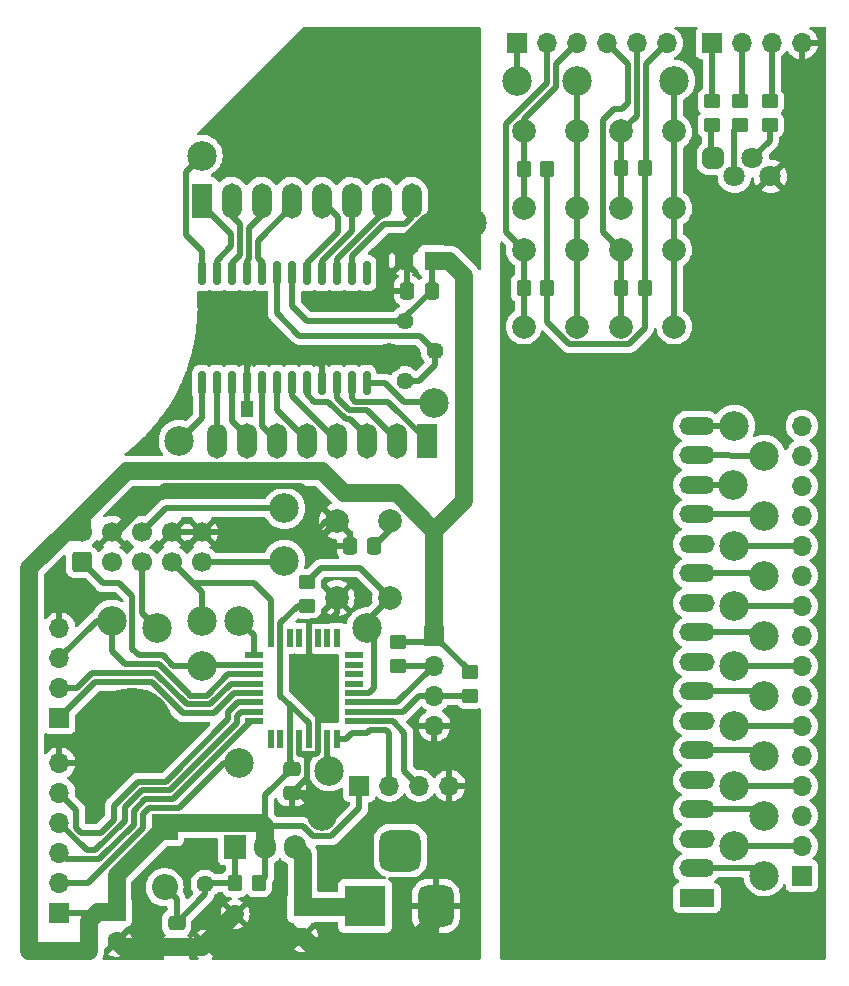
<source format=gbr>
%TF.GenerationSoftware,KiCad,Pcbnew,(6.0.7)*%
%TF.CreationDate,2022-08-22T18:42:59+08:00*%
%TF.ProjectId,TurnsCounter,5475726e-7343-46f7-956e-7465722e6b69,rev?*%
%TF.SameCoordinates,PX8d707f0PY7735940*%
%TF.FileFunction,Copper,L2,Bot*%
%TF.FilePolarity,Positive*%
%FSLAX46Y46*%
G04 Gerber Fmt 4.6, Leading zero omitted, Abs format (unit mm)*
G04 Created by KiCad (PCBNEW (6.0.7)) date 2022-08-22 18:42:59*
%MOMM*%
%LPD*%
G01*
G04 APERTURE LIST*
G04 Aperture macros list*
%AMRoundRect*
0 Rectangle with rounded corners*
0 $1 Rounding radius*
0 $2 $3 $4 $5 $6 $7 $8 $9 X,Y pos of 4 corners*
0 Add a 4 corners polygon primitive as box body*
4,1,4,$2,$3,$4,$5,$6,$7,$8,$9,$2,$3,0*
0 Add four circle primitives for the rounded corners*
1,1,$1+$1,$2,$3*
1,1,$1+$1,$4,$5*
1,1,$1+$1,$6,$7*
1,1,$1+$1,$8,$9*
0 Add four rect primitives between the rounded corners*
20,1,$1+$1,$2,$3,$4,$5,0*
20,1,$1+$1,$4,$5,$6,$7,0*
20,1,$1+$1,$6,$7,$8,$9,0*
20,1,$1+$1,$8,$9,$2,$3,0*%
G04 Aperture macros list end*
%TA.AperFunction,ComponentPad*%
%ADD10R,1.700000X3.000000*%
%TD*%
%TA.AperFunction,ComponentPad*%
%ADD11O,1.700000X3.000000*%
%TD*%
%TA.AperFunction,ComponentPad*%
%ADD12R,1.600000X1.600000*%
%TD*%
%TA.AperFunction,ComponentPad*%
%ADD13C,1.600000*%
%TD*%
%TA.AperFunction,ComponentPad*%
%ADD14R,1.700000X1.700000*%
%TD*%
%TA.AperFunction,ComponentPad*%
%ADD15O,1.700000X1.700000*%
%TD*%
%TA.AperFunction,ComponentPad*%
%ADD16C,2.000000*%
%TD*%
%TA.AperFunction,ComponentPad*%
%ADD17RoundRect,0.250000X0.600000X-0.600000X0.600000X0.600000X-0.600000X0.600000X-0.600000X-0.600000X0*%
%TD*%
%TA.AperFunction,ComponentPad*%
%ADD18C,1.700000*%
%TD*%
%TA.AperFunction,ComponentPad*%
%ADD19R,3.500000X3.500000*%
%TD*%
%TA.AperFunction,ComponentPad*%
%ADD20RoundRect,0.750000X0.750000X1.000000X-0.750000X1.000000X-0.750000X-1.000000X0.750000X-1.000000X0*%
%TD*%
%TA.AperFunction,ComponentPad*%
%ADD21RoundRect,0.875000X0.875000X0.875000X-0.875000X0.875000X-0.875000X-0.875000X0.875000X-0.875000X0*%
%TD*%
%TA.AperFunction,ComponentPad*%
%ADD22R,3.000000X1.524000*%
%TD*%
%TA.AperFunction,ComponentPad*%
%ADD23O,3.000000X1.524000*%
%TD*%
%TA.AperFunction,ComponentPad*%
%ADD24C,1.440000*%
%TD*%
%TA.AperFunction,ComponentPad*%
%ADD25R,2.200000X2.200000*%
%TD*%
%TA.AperFunction,ComponentPad*%
%ADD26O,2.200000X2.200000*%
%TD*%
%TA.AperFunction,ComponentPad*%
%ADD27RoundRect,0.450000X-0.450000X-0.450000X0.450000X-0.450000X0.450000X0.450000X-0.450000X0.450000X0*%
%TD*%
%TA.AperFunction,ComponentPad*%
%ADD28C,1.800000*%
%TD*%
%TA.AperFunction,ComponentPad*%
%ADD29R,1.905000X2.000000*%
%TD*%
%TA.AperFunction,ComponentPad*%
%ADD30O,1.905000X2.000000*%
%TD*%
%TA.AperFunction,SMDPad,CuDef*%
%ADD31RoundRect,0.250000X0.450000X-0.350000X0.450000X0.350000X-0.450000X0.350000X-0.450000X-0.350000X0*%
%TD*%
%TA.AperFunction,SMDPad,CuDef*%
%ADD32RoundRect,0.250000X-0.450000X0.350000X-0.450000X-0.350000X0.450000X-0.350000X0.450000X0.350000X0*%
%TD*%
%TA.AperFunction,SMDPad,CuDef*%
%ADD33RoundRect,0.250000X-0.350000X-0.450000X0.350000X-0.450000X0.350000X0.450000X-0.350000X0.450000X0*%
%TD*%
%TA.AperFunction,SMDPad,CuDef*%
%ADD34R,0.550000X1.600000*%
%TD*%
%TA.AperFunction,SMDPad,CuDef*%
%ADD35R,1.600000X0.550000*%
%TD*%
%TA.AperFunction,SMDPad,CuDef*%
%ADD36RoundRect,0.250000X0.350000X0.450000X-0.350000X0.450000X-0.350000X-0.450000X0.350000X-0.450000X0*%
%TD*%
%TA.AperFunction,SMDPad,CuDef*%
%ADD37RoundRect,0.250000X-0.475000X0.337500X-0.475000X-0.337500X0.475000X-0.337500X0.475000X0.337500X0*%
%TD*%
%TA.AperFunction,SMDPad,CuDef*%
%ADD38RoundRect,0.150000X0.150000X-0.875000X0.150000X0.875000X-0.150000X0.875000X-0.150000X-0.875000X0*%
%TD*%
%TA.AperFunction,SMDPad,CuDef*%
%ADD39RoundRect,0.250000X-0.337500X-0.475000X0.337500X-0.475000X0.337500X0.475000X-0.337500X0.475000X0*%
%TD*%
%TA.AperFunction,SMDPad,CuDef*%
%ADD40RoundRect,0.250000X0.337500X0.475000X-0.337500X0.475000X-0.337500X-0.475000X0.337500X-0.475000X0*%
%TD*%
%TA.AperFunction,ViaPad*%
%ADD41C,2.500000*%
%TD*%
%TA.AperFunction,ViaPad*%
%ADD42C,7.000000*%
%TD*%
%TA.AperFunction,Conductor*%
%ADD43C,0.500000*%
%TD*%
%TA.AperFunction,Conductor*%
%ADD44C,1.500000*%
%TD*%
G04 APERTURE END LIST*
D10*
%TO.P,J10,1,Pin_1*%
%TO.N,Net-(U3-Pad2)*%
X34925000Y44450000D03*
D11*
%TO.P,J10,2,Pin_2*%
%TO.N,Net-(U3-Pad3)*%
X32385000Y44450000D03*
%TO.P,J10,3,Pin_3*%
%TO.N,Net-(U3-Pad5)*%
X29845000Y44450000D03*
%TO.P,J10,4,Pin_4*%
%TO.N,Net-(U3-Pad6)*%
X27305000Y44450000D03*
%TO.P,J10,5,Pin_5*%
%TO.N,Net-(U3-Pad7)*%
X24765000Y44450000D03*
%TO.P,J10,6,Pin_6*%
%TO.N,Net-(U3-Pad8)*%
X22225000Y44450000D03*
%TO.P,J10,7,Pin_7*%
%TO.N,Net-(U3-Pad10)*%
X19685000Y44450000D03*
%TO.P,J10,8,Pin_8*%
%TO.N,Net-(U3-Pad11)*%
X17145000Y44450000D03*
%TD*%
D10*
%TO.P,J9,1,Pin_1*%
%TO.N,Net-(U3-Pad14)*%
X15875000Y64770000D03*
D11*
%TO.P,J9,2,Pin_2*%
%TO.N,Net-(U3-Pad15)*%
X18415000Y64770000D03*
%TO.P,J9,3,Pin_3*%
%TO.N,Net-(J9-Pad3)*%
X20955000Y64770000D03*
%TO.P,J9,4,Pin_4*%
%TO.N,Net-(U3-Pad17)*%
X23495000Y64770000D03*
%TO.P,J9,5,Pin_5*%
%TO.N,Net-(U3-Pad20)*%
X26035000Y64770000D03*
%TO.P,J9,6,Pin_6*%
%TO.N,Net-(U3-Pad21)*%
X28575000Y64770000D03*
%TO.P,J9,7,Pin_7*%
%TO.N,Net-(U3-Pad22)*%
X31115000Y64770000D03*
%TO.P,J9,8,Pin_8*%
%TO.N,Net-(U3-Pad23)*%
X33655000Y64770000D03*
%TD*%
D12*
%TO.P,C9,1*%
%TO.N,+5V*%
X35495112Y59690000D03*
D13*
%TO.P,C9,2*%
%TO.N,GND*%
X32995112Y59690000D03*
%TD*%
D14*
%TO.P,J8,1,Pin_1*%
%TO.N,Net-(SW2-Pad2)*%
X42545000Y78105000D03*
D15*
%TO.P,J8,2,Pin_2*%
%TO.N,Net-(R8-Pad1)*%
X45085000Y78105000D03*
%TO.P,J8,3,Pin_3*%
%TO.N,Net-(R9-Pad1)*%
X47625000Y78105000D03*
%TO.P,J8,4,Pin_4*%
%TO.N,Net-(R10-Pad1)*%
X50165000Y78105000D03*
%TO.P,J8,5,Pin_5*%
%TO.N,Net-(R11-Pad1)*%
X52705000Y78105000D03*
%TO.P,J8,6,Pin_6*%
%TO.N,Net-(R10-Pad2)*%
X55245000Y78105000D03*
%TD*%
D14*
%TO.P,J1,1,Pin_1*%
%TO.N,+5V*%
X29210000Y15240000D03*
D15*
%TO.P,J1,2,Pin_2*%
%TO.N,Net-(J1-Pad2)*%
X31750000Y15240000D03*
%TO.P,J1,3,Pin_3*%
%TO.N,Net-(J1-Pad3)*%
X34290000Y15240000D03*
%TO.P,J1,4,Pin_4*%
%TO.N,GND*%
X36830000Y15240000D03*
%TD*%
D16*
%TO.P,SW5,1,1*%
%TO.N,Net-(R11-Pad1)*%
X51380000Y64135000D03*
X51380000Y70635000D03*
%TO.P,SW5,2,2*%
%TO.N,Net-(SW2-Pad2)*%
X55880000Y70635000D03*
X55880000Y64135000D03*
%TD*%
D17*
%TO.P,J4,1,MOSI*%
%TO.N,Net-(J4-Pad1)*%
X5715000Y34172500D03*
D18*
%TO.P,J4,2,VCC*%
%TO.N,+5V*%
X5715000Y36712500D03*
%TO.P,J4,3,NC*%
%TO.N,unconnected-(J4-Pad3)*%
X8255000Y34172500D03*
%TO.P,J4,4,GND*%
%TO.N,GND*%
X8255000Y36712500D03*
%TO.P,J4,5,~{RST}*%
%TO.N,Net-(C8-Pad2)*%
X10795000Y34172500D03*
%TO.P,J4,6,SS*%
%TO.N,Net-(J4-Pad6)*%
X10795000Y36712500D03*
%TO.P,J4,7,SCK*%
%TO.N,Net-(J4-Pad7)*%
X13335000Y34172500D03*
%TO.P,J4,8,GND*%
%TO.N,GND*%
X13335000Y36712500D03*
%TO.P,J4,9,MISO*%
%TO.N,Net-(J4-Pad9)*%
X15875000Y34172500D03*
%TO.P,J4,10,GND*%
%TO.N,GND*%
X15875000Y36712500D03*
%TD*%
D19*
%TO.P,J2,1*%
%TO.N,Net-(C1-Pad1)*%
X29690000Y5042500D03*
D20*
%TO.P,J2,2*%
%TO.N,GND*%
X35690000Y5042500D03*
D21*
%TO.P,J2,3*%
%TO.N,unconnected-(J2-Pad3)*%
X32690000Y9742500D03*
%TD*%
D12*
%TO.P,C1,1*%
%TO.N,Net-(C1-Pad1)*%
X24410000Y4945000D03*
D13*
%TO.P,C1,2*%
%TO.N,GND*%
X24410000Y2445000D03*
%TD*%
D14*
%TO.P,J5,1,Pin_1*%
%TO.N,Net-(U2-Pad12)*%
X3810000Y20955000D03*
D15*
%TO.P,J5,2,Pin_2*%
%TO.N,Net-(U2-Pad13)*%
X3810000Y23495000D03*
%TO.P,J5,3,Pin_3*%
%TO.N,Net-(J4-Pad6)*%
X3810000Y26035000D03*
%TO.P,J5,4,Pin_4*%
%TO.N,GND*%
X3810000Y28575000D03*
%TD*%
D12*
%TO.P,C4,1*%
%TO.N,+5V*%
X8662000Y4564000D03*
D13*
%TO.P,C4,2*%
%TO.N,GND*%
X8662000Y2064000D03*
%TD*%
D22*
%TO.P,D3,1,C1*%
%TO.N,unconnected-(D3-Pad1)*%
X57785000Y5720000D03*
D23*
%TO.P,D3,2,C*%
%TO.N,Net-(D3-Pad2)*%
X57785000Y8220000D03*
%TO.P,D3,3,C2*%
%TO.N,Net-(D3-Pad3)*%
X57785000Y10720000D03*
%TO.P,D3,4,H*%
%TO.N,Net-(D3-Pad4)*%
X57785000Y13220000D03*
%TO.P,D3,5,C3*%
%TO.N,Net-(D3-Pad5)*%
X57785000Y15720000D03*
%TO.P,D3,6,A*%
%TO.N,Net-(D3-Pad6)*%
X57785000Y18220000D03*
%TO.P,D3,7,C4*%
%TO.N,Net-(D3-Pad7)*%
X57785000Y20720000D03*
%TO.P,D3,8,E*%
%TO.N,Net-(D3-Pad8)*%
X57785000Y23220000D03*
%TO.P,D3,9,C5*%
%TO.N,Net-(D3-Pad9)*%
X57785000Y25720000D03*
%TO.P,D3,10,D*%
%TO.N,Net-(D3-Pad10)*%
X57785000Y28220000D03*
%TO.P,D3,11,C6*%
%TO.N,Net-(D3-Pad11)*%
X57785000Y30720000D03*
%TO.P,D3,12,G*%
%TO.N,Net-(D3-Pad12)*%
X57785000Y33220000D03*
%TO.P,D3,13,C7*%
%TO.N,Net-(D3-Pad13)*%
X57785000Y35720000D03*
%TO.P,D3,14,B*%
%TO.N,Net-(D3-Pad14)*%
X57785000Y38220000D03*
%TO.P,D3,15,C8*%
%TO.N,Net-(D3-Pad15)*%
X57785000Y40720000D03*
%TO.P,D3,16,F*%
%TO.N,Net-(D3-Pad16)*%
X57785000Y43220000D03*
%TO.P,D3,17,C9*%
%TO.N,Net-(D3-Pad17)*%
X57785000Y45720000D03*
%TD*%
D24*
%TO.P,RV1,1,1*%
%TO.N,Net-(C2-Pad1)*%
X16155000Y6890000D03*
%TO.P,RV1,2,2*%
%TO.N,GND*%
X18695000Y4350000D03*
%TO.P,RV1,3,3*%
X16155000Y1810000D03*
%TD*%
D14*
%TO.P,J11,1,Pin_1*%
%TO.N,Net-(D3-Pad2)*%
X66675000Y7620000D03*
D15*
%TO.P,J11,2,Pin_2*%
%TO.N,Net-(D3-Pad3)*%
X66675000Y10160000D03*
%TO.P,J11,3,Pin_3*%
%TO.N,Net-(D3-Pad4)*%
X66675000Y12700000D03*
%TO.P,J11,4,Pin_4*%
%TO.N,Net-(D3-Pad5)*%
X66675000Y15240000D03*
%TO.P,J11,5,Pin_5*%
%TO.N,Net-(D3-Pad6)*%
X66675000Y17780000D03*
%TO.P,J11,6,Pin_6*%
%TO.N,Net-(D3-Pad7)*%
X66675000Y20320000D03*
%TO.P,J11,7,Pin_7*%
%TO.N,Net-(D3-Pad8)*%
X66675000Y22860000D03*
%TO.P,J11,8,Pin_8*%
%TO.N,Net-(D3-Pad9)*%
X66675000Y25400000D03*
%TO.P,J11,9,Pin_9*%
%TO.N,Net-(D3-Pad10)*%
X66675000Y27940000D03*
%TO.P,J11,10,Pin_10*%
%TO.N,Net-(D3-Pad11)*%
X66675000Y30480000D03*
%TO.P,J11,11,Pin_11*%
%TO.N,Net-(D3-Pad12)*%
X66675000Y33020000D03*
%TO.P,J11,12,Pin_12*%
%TO.N,Net-(D3-Pad13)*%
X66675000Y35560000D03*
%TO.P,J11,13,Pin_13*%
%TO.N,Net-(D3-Pad14)*%
X66675000Y38100000D03*
%TO.P,J11,14,Pin_14*%
%TO.N,Net-(D3-Pad15)*%
X66675000Y40640000D03*
%TO.P,J11,15,Pin_15*%
%TO.N,Net-(D3-Pad16)*%
X66675000Y43180000D03*
%TO.P,J11,16,Pin_16*%
%TO.N,Net-(D3-Pad17)*%
X66675000Y45720000D03*
%TD*%
D14*
%TO.P,J7,1,Pin_1*%
%TO.N,+5V*%
X3810000Y4445000D03*
D15*
%TO.P,J7,2,Pin_2*%
%TO.N,Net-(U2-Pad2)*%
X3810000Y6985000D03*
%TO.P,J7,3,Pin_3*%
%TO.N,Net-(U2-Pad9)*%
X3810000Y9525000D03*
%TO.P,J7,4,Pin_4*%
%TO.N,Net-(U2-Pad10)*%
X3810000Y12065000D03*
%TO.P,J7,5,Pin_5*%
%TO.N,Net-(U2-Pad11)*%
X3810000Y14605000D03*
%TO.P,J7,6,Pin_6*%
%TO.N,GND*%
X3810000Y17145000D03*
%TD*%
D25*
%TO.P,D1,1,K*%
%TO.N,+5V*%
X12726000Y11716000D03*
D26*
%TO.P,D1,2,A*%
%TO.N,Net-(C2-Pad1)*%
X12726000Y6636000D03*
%TD*%
D27*
%TO.P,D2,1,RA*%
%TO.N,Net-(D2-Pad1)*%
X59185000Y68349000D03*
D28*
%TO.P,D2,2,GA*%
%TO.N,Net-(D2-Pad2)*%
X60963000Y66825000D03*
%TO.P,D2,3,BA*%
%TO.N,Net-(D2-Pad3)*%
X62487000Y68349000D03*
%TO.P,D2,4,K*%
%TO.N,Net-(D2-Pad4)*%
X64011000Y66825000D03*
%TD*%
D16*
%TO.P,SW3,1,1*%
%TO.N,Net-(R9-Pad1)*%
X43125000Y70635000D03*
X43125000Y64135000D03*
%TO.P,SW3,2,2*%
%TO.N,Net-(SW2-Pad2)*%
X47625000Y64135000D03*
X47625000Y70635000D03*
%TD*%
%TO.P,SW4,1,1*%
%TO.N,Net-(R10-Pad1)*%
X51380000Y60600000D03*
X51380000Y54100000D03*
%TO.P,SW4,2,2*%
%TO.N,Net-(SW2-Pad2)*%
X55880000Y54100000D03*
X55880000Y60600000D03*
%TD*%
%TO.P,SW2,1,1*%
%TO.N,Net-(R8-Pad1)*%
X43125000Y54100000D03*
X43125000Y60600000D03*
%TO.P,SW2,2,2*%
%TO.N,Net-(SW2-Pad2)*%
X47625000Y60600000D03*
X47625000Y54100000D03*
%TD*%
D24*
%TO.P,RV2,1,1*%
%TO.N,+5V*%
X33065000Y54595000D03*
%TO.P,RV2,2,2*%
%TO.N,Net-(RV2-Pad2)*%
X35605000Y52055000D03*
%TO.P,RV2,3,3*%
X33065000Y49515000D03*
%TD*%
D14*
%TO.P,J6,1,Pin_1*%
%TO.N,Net-(R5-Pad2)*%
X59055000Y78105000D03*
D15*
%TO.P,J6,2,Pin_2*%
%TO.N,Net-(R6-Pad2)*%
X61595000Y78105000D03*
%TO.P,J6,3,Pin_3*%
%TO.N,Net-(R7-Pad2)*%
X64135000Y78105000D03*
%TO.P,J6,4,Pin_4*%
%TO.N,Net-(D2-Pad4)*%
X66675000Y78105000D03*
%TD*%
D16*
%TO.P,SW1,1,1*%
%TO.N,GND*%
X27305000Y37615000D03*
X27305000Y31115000D03*
%TO.P,SW1,2,2*%
%TO.N,Net-(C8-Pad2)*%
X31805000Y31115000D03*
X31805000Y37615000D03*
%TD*%
D14*
%TO.P,J3,1,Pin_1*%
%TO.N,+5V*%
X35560000Y27940000D03*
D15*
%TO.P,J3,2,Pin_2*%
%TO.N,Net-(J3-Pad2)*%
X35560000Y25400000D03*
%TO.P,J3,3,Pin_3*%
%TO.N,Net-(J3-Pad3)*%
X35560000Y22860000D03*
%TO.P,J3,4,Pin_4*%
%TO.N,GND*%
X35560000Y20320000D03*
%TD*%
D29*
%TO.P,U1,1,ADJ*%
%TO.N,Net-(C2-Pad1)*%
X18695000Y10000000D03*
D30*
%TO.P,U1,2,VO*%
%TO.N,+5V*%
X21235000Y10000000D03*
%TO.P,U1,3,VI*%
%TO.N,Net-(C1-Pad1)*%
X23775000Y10000000D03*
%TD*%
D31*
%TO.P,R5,1*%
%TO.N,Net-(D2-Pad1)*%
X59055000Y71175000D03*
%TO.P,R5,2*%
%TO.N,Net-(R5-Pad2)*%
X59055000Y73175000D03*
%TD*%
D32*
%TO.P,R3,1*%
%TO.N,+5V*%
X32512000Y27400000D03*
%TO.P,R3,2*%
%TO.N,Net-(J3-Pad2)*%
X32512000Y25400000D03*
%TD*%
D33*
%TO.P,R9,1*%
%TO.N,Net-(R9-Pad1)*%
X43125000Y67460000D03*
%TO.P,R9,2*%
%TO.N,Net-(R10-Pad2)*%
X45125000Y67460000D03*
%TD*%
D31*
%TO.P,R7,1*%
%TO.N,Net-(D2-Pad3)*%
X63952000Y71175000D03*
%TO.P,R7,2*%
%TO.N,Net-(R7-Pad2)*%
X63952000Y73175000D03*
%TD*%
D33*
%TO.P,R10,1*%
%TO.N,Net-(R10-Pad1)*%
X51380000Y57350000D03*
%TO.P,R10,2*%
%TO.N,Net-(R10-Pad2)*%
X53380000Y57350000D03*
%TD*%
D32*
%TO.P,R4,1*%
%TO.N,+5V*%
X38582000Y24860000D03*
%TO.P,R4,2*%
%TO.N,Net-(J3-Pad3)*%
X38582000Y22860000D03*
%TD*%
D31*
%TO.P,R6,1*%
%TO.N,Net-(D2-Pad2)*%
X61412000Y71175000D03*
%TO.P,R6,2*%
%TO.N,Net-(R6-Pad2)*%
X61412000Y73175000D03*
%TD*%
D34*
%TO.P,U2,1,PD3*%
%TO.N,Net-(J1-Pad2)*%
X27312500Y19225112D03*
%TO.P,U2,2,PD4*%
%TO.N,Net-(U2-Pad2)*%
X26512500Y19225112D03*
%TO.P,U2,3,GND*%
%TO.N,GND*%
X25712500Y19225112D03*
%TO.P,U2,4,VCC*%
%TO.N,+5V*%
X24912500Y19225112D03*
%TO.P,U2,5,GND*%
%TO.N,GND*%
X24112500Y19225112D03*
%TO.P,U2,6,VCC*%
%TO.N,+5V*%
X23312500Y19225112D03*
%TO.P,U2,7,PB6/XTAL1*%
%TO.N,unconnected-(U2-Pad7)*%
X22512500Y19225112D03*
%TO.P,U2,8,PB7/XTAL2*%
%TO.N,unconnected-(U2-Pad8)*%
X21712500Y19225112D03*
D35*
%TO.P,U2,9,PD5*%
%TO.N,Net-(U2-Pad9)*%
X20262500Y20675112D03*
%TO.P,U2,10,PD6*%
%TO.N,Net-(U2-Pad10)*%
X20262500Y21475112D03*
%TO.P,U2,11,PD7*%
%TO.N,Net-(U2-Pad11)*%
X20262500Y22275112D03*
%TO.P,U2,12,PB0*%
%TO.N,Net-(U2-Pad12)*%
X20262500Y23075112D03*
%TO.P,U2,13,PB1*%
%TO.N,Net-(U2-Pad13)*%
X20262500Y23875112D03*
%TO.P,U2,14,PB2*%
%TO.N,Net-(J4-Pad6)*%
X20262500Y24675112D03*
%TO.P,U2,15,PB3*%
%TO.N,Net-(J4-Pad1)*%
X20262500Y25475112D03*
%TO.P,U2,16,PB4*%
%TO.N,Net-(J4-Pad9)*%
X20262500Y26275112D03*
D34*
%TO.P,U2,17,PB5*%
%TO.N,Net-(J4-Pad7)*%
X21712500Y27725112D03*
%TO.P,U2,18,AVCC*%
%TO.N,+5V*%
X22512500Y27725112D03*
%TO.P,U2,19,ADC6*%
%TO.N,unconnected-(U2-Pad19)*%
X23312500Y27725112D03*
%TO.P,U2,20,AREF*%
%TO.N,unconnected-(U2-Pad20)*%
X24112500Y27725112D03*
%TO.P,U2,21,AGND*%
%TO.N,GND*%
X24912500Y27725112D03*
%TO.P,U2,22,ADC7*%
%TO.N,unconnected-(U2-Pad22)*%
X25712500Y27725112D03*
%TO.P,U2,23,PC0*%
%TO.N,unconnected-(U2-Pad23)*%
X26512500Y27725112D03*
%TO.P,U2,24,PC1*%
%TO.N,unconnected-(U2-Pad24)*%
X27312500Y27725112D03*
D35*
%TO.P,U2,25,PC2*%
%TO.N,unconnected-(U2-Pad25)*%
X28762500Y26275112D03*
%TO.P,U2,26,PC3*%
%TO.N,unconnected-(U2-Pad26)*%
X28762500Y25475112D03*
%TO.P,U2,27,PC4*%
%TO.N,unconnected-(U2-Pad27)*%
X28762500Y24675112D03*
%TO.P,U2,28,PC5*%
%TO.N,unconnected-(U2-Pad28)*%
X28762500Y23875112D03*
%TO.P,U2,29,PC6/~{RESET}*%
%TO.N,Net-(C8-Pad2)*%
X28762500Y23075112D03*
%TO.P,U2,30,PD0*%
%TO.N,Net-(J3-Pad2)*%
X28762500Y22275112D03*
%TO.P,U2,31,PD1*%
%TO.N,Net-(J3-Pad3)*%
X28762500Y21475112D03*
%TO.P,U2,32,PD2*%
%TO.N,Net-(J1-Pad3)*%
X28762500Y20675112D03*
%TD*%
D36*
%TO.P,R1,1*%
%TO.N,+5V*%
X20685000Y6985000D03*
%TO.P,R1,2*%
%TO.N,Net-(C2-Pad1)*%
X18685000Y6985000D03*
%TD*%
D37*
%TO.P,C7,1*%
%TO.N,+5V*%
X23495000Y16680000D03*
%TO.P,C7,2*%
%TO.N,GND*%
X23495000Y14605000D03*
%TD*%
D38*
%TO.P,U3,1,DIN*%
%TO.N,Net-(J4-Pad1)*%
X29845000Y49325000D03*
%TO.P,U3,2,DIG_0*%
%TO.N,Net-(U3-Pad2)*%
X28575000Y49325000D03*
%TO.P,U3,3,DIG_4*%
%TO.N,Net-(U3-Pad3)*%
X27305000Y49325000D03*
%TO.P,U3,4,GND*%
%TO.N,GND*%
X26035000Y49325000D03*
%TO.P,U3,5,DIG_6*%
%TO.N,Net-(U3-Pad5)*%
X24765000Y49325000D03*
%TO.P,U3,6,DIG_2*%
%TO.N,Net-(U3-Pad6)*%
X23495000Y49325000D03*
%TO.P,U3,7,DIG_3*%
%TO.N,Net-(U3-Pad7)*%
X22225000Y49325000D03*
%TO.P,U3,8,DIG_7*%
%TO.N,Net-(U3-Pad8)*%
X20955000Y49325000D03*
%TO.P,U3,9,GND*%
%TO.N,GND*%
X19685000Y49325000D03*
%TO.P,U3,10,DIG_5*%
%TO.N,Net-(U3-Pad10)*%
X18415000Y49325000D03*
%TO.P,U3,11,DIG_1*%
%TO.N,Net-(U3-Pad11)*%
X17145000Y49325000D03*
%TO.P,U3,12,LOAD*%
%TO.N,Net-(J4-Pad9)*%
X15875000Y49325000D03*
%TO.P,U3,13,CLK*%
%TO.N,Net-(J4-Pad7)*%
X15875000Y58625000D03*
%TO.P,U3,14,SEG_A*%
%TO.N,Net-(U3-Pad14)*%
X17145000Y58625000D03*
%TO.P,U3,15,SEG_F*%
%TO.N,Net-(U3-Pad15)*%
X18415000Y58625000D03*
%TO.P,U3,16,SEG_B*%
%TO.N,Net-(J9-Pad3)*%
X19685000Y58625000D03*
%TO.P,U3,17,SEG_G*%
%TO.N,Net-(U3-Pad17)*%
X20955000Y58625000D03*
%TO.P,U3,18,ISET*%
%TO.N,Net-(RV2-Pad2)*%
X22225000Y58625000D03*
%TO.P,U3,19,V+*%
%TO.N,+5V*%
X23495000Y58625000D03*
%TO.P,U3,20,SEG_C*%
%TO.N,Net-(U3-Pad20)*%
X24765000Y58625000D03*
%TO.P,U3,21,SEG_E*%
%TO.N,Net-(U3-Pad21)*%
X26035000Y58625000D03*
%TO.P,U3,22,SEG_DP*%
%TO.N,Net-(U3-Pad22)*%
X27305000Y58625000D03*
%TO.P,U3,23,SEG_D*%
%TO.N,Net-(U3-Pad23)*%
X28575000Y58625000D03*
%TO.P,U3,24,DOUT*%
%TO.N,unconnected-(U3-Pad24)*%
X29845000Y58625000D03*
%TD*%
D33*
%TO.P,R11,1*%
%TO.N,Net-(R11-Pad1)*%
X51380000Y67489000D03*
%TO.P,R11,2*%
%TO.N,Net-(R10-Pad2)*%
X53380000Y67489000D03*
%TD*%
%TO.P,R8,1*%
%TO.N,Net-(R8-Pad1)*%
X43125000Y57350000D03*
%TO.P,R8,2*%
%TO.N,Net-(R10-Pad2)*%
X45125000Y57350000D03*
%TD*%
D31*
%TO.P,R2,1*%
%TO.N,+5V*%
X24765000Y30480000D03*
%TO.P,R2,2*%
%TO.N,Net-(C8-Pad2)*%
X24765000Y32480000D03*
%TD*%
D37*
%TO.P,C2,1*%
%TO.N,Net-(C2-Pad1)*%
X13742000Y3609500D03*
%TO.P,C2,2*%
%TO.N,GND*%
X13742000Y1534500D03*
%TD*%
D39*
%TO.P,C8,1*%
%TO.N,GND*%
X28405000Y35560000D03*
%TO.P,C8,2*%
%TO.N,Net-(C8-Pad2)*%
X30480000Y35560000D03*
%TD*%
D40*
%TO.P,C10,1*%
%TO.N,+5V*%
X35327500Y57150000D03*
%TO.P,C10,2*%
%TO.N,GND*%
X33252500Y57150000D03*
%TD*%
D41*
%TO.N,GND*%
X26035000Y12700000D03*
X38750480Y62865000D03*
D42*
X30000000Y70000000D03*
X10000000Y20000000D03*
D41*
X31750000Y51435000D03*
%TO.N,Net-(D3-Pad2)*%
X63500000Y7620000D03*
%TO.N,Net-(D3-Pad3)*%
X60960000Y10160000D03*
%TO.N,Net-(D3-Pad4)*%
X63500000Y12700000D03*
%TO.N,Net-(D3-Pad5)*%
X60960000Y15240000D03*
%TO.N,Net-(D3-Pad6)*%
X63500000Y17780000D03*
%TO.N,Net-(D3-Pad7)*%
X60960000Y20320000D03*
%TO.N,Net-(D3-Pad8)*%
X63500000Y22860000D03*
%TO.N,Net-(D3-Pad9)*%
X60960000Y25400000D03*
%TO.N,Net-(D3-Pad10)*%
X63500000Y27940000D03*
%TO.N,Net-(D3-Pad11)*%
X60960000Y30480000D03*
%TO.N,Net-(D3-Pad12)*%
X63500000Y33020000D03*
%TO.N,Net-(D3-Pad13)*%
X60960000Y35560000D03*
%TO.N,Net-(D3-Pad14)*%
X63500000Y38100000D03*
%TO.N,Net-(D3-Pad15)*%
X60880000Y40720000D03*
%TO.N,Net-(D3-Pad16)*%
X63500000Y43180000D03*
%TO.N,Net-(D3-Pad17)*%
X60960000Y45720000D03*
%TO.N,Net-(J4-Pad1)*%
X35560000Y47625000D03*
X15875000Y25400000D03*
%TO.N,Net-(J4-Pad6)*%
X8255000Y29210000D03*
X22860000Y38735000D03*
%TO.N,Net-(J4-Pad7)*%
X15875000Y29210000D03*
X15875000Y68580000D03*
%TO.N,Net-(J4-Pad9)*%
X22860000Y34290000D03*
X19050000Y29210000D03*
X13970000Y44450000D03*
%TO.N,Net-(C8-Pad2)*%
X12065000Y28575000D03*
X29845000Y28575000D03*
%TO.N,Net-(U2-Pad2)*%
X26670000Y16510000D03*
X19050000Y17145000D03*
%TO.N,Net-(SW2-Pad2)*%
X47625000Y74930000D03*
X55880000Y74930000D03*
X42545000Y74930000D03*
%TD*%
D43*
%TO.N,Net-(U3-Pad7)*%
X24765000Y44469188D02*
X22225000Y47009188D01*
X24765000Y44450000D02*
X24765000Y44469188D01*
X22225000Y47009188D02*
X22225000Y49325000D01*
%TO.N,Net-(U3-Pad5)*%
X24765000Y48387000D02*
X24765000Y49325000D01*
X28042322Y46252000D02*
X26542322Y47752000D01*
X29845000Y44831000D02*
X28424000Y46252000D01*
X26542322Y47752000D02*
X25400000Y47752000D01*
X29845000Y44450000D02*
X29845000Y44831000D01*
X28424000Y46252000D02*
X28042322Y46252000D01*
X25400000Y47752000D02*
X24765000Y48387000D01*
%TO.N,Net-(U3-Pad2)*%
X31642188Y47752000D02*
X28839441Y47752000D01*
X28839441Y47752000D02*
X28575000Y48016441D01*
X34925000Y44469188D02*
X31642188Y47752000D01*
X34925000Y44450000D02*
X34925000Y44469188D01*
X28575000Y48016441D02*
X28575000Y48690000D01*
%TO.N,Net-(U3-Pad3)*%
X28352982Y47002000D02*
X27305000Y48049982D01*
X29852188Y47002000D02*
X28352982Y47002000D01*
X32385000Y44469188D02*
X29852188Y47002000D01*
X27305000Y48049982D02*
X27305000Y48690000D01*
X32385000Y44450000D02*
X32385000Y44469188D01*
%TO.N,Net-(J4-Pad1)*%
X31422040Y49325000D02*
X33007520Y47739520D01*
X33007520Y47739520D02*
X35445480Y47739520D01*
X29845000Y49325000D02*
X31422040Y49325000D01*
%TO.N,Net-(U3-Pad3)*%
X32385000Y44450000D02*
X32385000Y45339000D01*
%TO.N,Net-(U3-Pad6)*%
X27305000Y44450000D02*
X26115000Y45640000D01*
%TO.N,Net-(U3-Pad8)*%
X20955000Y45720000D02*
X20955000Y49325000D01*
X22225000Y44450000D02*
X20955000Y45720000D01*
%TO.N,Net-(U3-Pad10)*%
X19685000Y44831000D02*
X18415000Y46101000D01*
X19685000Y44450000D02*
X19685000Y44831000D01*
X18415000Y46101000D02*
X18415000Y49325000D01*
%TO.N,Net-(J4-Pad7)*%
X15875000Y60535018D02*
X15875000Y58625000D01*
X14525000Y61885018D02*
X15875000Y60535018D01*
X15875000Y68580000D02*
X14525000Y67230000D01*
X14525000Y67230000D02*
X14525000Y61885018D01*
%TO.N,Net-(U3-Pad15)*%
X18415000Y63476000D02*
X19101500Y62789500D01*
X18415000Y64770000D02*
X18415000Y63476000D01*
X19101500Y62789500D02*
X19101500Y60167160D01*
%TO.N,Net-(U3-Pad17)*%
X20955000Y59690000D02*
X20955000Y58625000D01*
X20855500Y59690000D02*
X20955000Y59690000D01*
X20601500Y59944000D02*
X20855500Y59690000D01*
X20601500Y61380500D02*
X20601500Y59944000D01*
X23495000Y64274000D02*
X20601500Y61380500D01*
X23495000Y64770000D02*
X23495000Y64274000D01*
%TO.N,Net-(J9-Pad3)*%
X19851500Y59856500D02*
X19685000Y59690000D01*
X19851500Y62484000D02*
X19851500Y59856500D01*
X19685000Y59690000D02*
X19685000Y58625000D01*
X20955000Y63587500D02*
X19851500Y62484000D01*
X20955000Y64770000D02*
X20955000Y63587500D01*
%TO.N,Net-(U3-Pad15)*%
X18415000Y59480660D02*
X18415000Y58625000D01*
X19101500Y60167160D02*
X18415000Y59480660D01*
%TO.N,Net-(U3-Pad14)*%
X17145000Y59690000D02*
X17145000Y58625000D01*
X18351500Y60896500D02*
X17145000Y59690000D01*
X18351500Y61912500D02*
X18351500Y60896500D01*
X15875000Y64389000D02*
X18351500Y61912500D01*
X15875000Y64770000D02*
X15875000Y64389000D01*
%TO.N,Net-(U3-Pad20)*%
X24765000Y59442980D02*
X24765000Y58625000D01*
X27432000Y62109980D02*
X24765000Y59442980D01*
X27432000Y63373000D02*
X27432000Y62109980D01*
X26035000Y64770000D02*
X27432000Y63373000D01*
%TO.N,Net-(U3-Pad21)*%
X28575000Y62192320D02*
X26035000Y59652320D01*
X26035000Y59652320D02*
X26035000Y58625000D01*
X28575000Y64770000D02*
X28575000Y62192320D01*
%TO.N,Net-(U3-Pad22)*%
X31115000Y63671660D02*
X27305000Y59861660D01*
X27305000Y59861660D02*
X27305000Y58625000D01*
X31115000Y64770000D02*
X31115000Y63671660D01*
%TO.N,Net-(U3-Pad23)*%
X33655000Y63362766D02*
X33655000Y64770000D01*
X33062234Y62770000D02*
X33655000Y63362766D01*
X28575000Y60071000D02*
X31274000Y62770000D01*
X28575000Y58625000D02*
X28575000Y60071000D01*
X31274000Y62770000D02*
X33062234Y62770000D01*
D44*
%TO.N,Net-(C1-Pad1)*%
X24410000Y4945000D02*
X24410000Y9365000D01*
X24410000Y4945000D02*
X29592500Y4945000D01*
X29592500Y4945000D02*
X29690000Y5042500D01*
X24410000Y9365000D02*
X23775000Y10000000D01*
D43*
%TO.N,GND*%
X33252500Y59432612D02*
X32995112Y59690000D01*
X24912500Y27725112D02*
X24912500Y24004000D01*
D44*
X20415000Y1810000D02*
X16155000Y1810000D01*
X21050000Y2445000D02*
X24410000Y2445000D01*
D43*
X7145000Y17145000D02*
X10000000Y20000000D01*
X26670000Y29210000D02*
X27305000Y29845000D01*
D44*
X9191500Y1534500D02*
X8662000Y2064000D01*
D43*
X27305000Y29845000D02*
X27305000Y31115000D01*
D44*
X35690000Y5042500D02*
X35690000Y3940000D01*
D43*
X20320000Y51435000D02*
X25400000Y51435000D01*
X24130000Y14605000D02*
X26035000Y12700000D01*
X25545601Y17925601D02*
X25712500Y18092500D01*
X24280000Y40640000D02*
X27305000Y37615000D01*
D44*
X15879500Y1534500D02*
X16155000Y1810000D01*
D43*
X24912500Y24004000D02*
X25294500Y23622000D01*
X25712500Y18092500D02*
X25712500Y19225112D01*
D44*
X13742000Y1534500D02*
X15879500Y1534500D01*
D43*
X25123366Y29210000D02*
X26670000Y29210000D01*
X24765000Y15875000D02*
X23495000Y14605000D01*
X33252500Y57150000D02*
X33252500Y59432612D01*
X13335000Y36712500D02*
X15875000Y36712500D01*
X25400000Y51435000D02*
X26035000Y50800000D01*
X28405000Y35560000D02*
X28405000Y36515000D01*
X28405000Y36515000D02*
X27305000Y37615000D01*
X8772500Y36712500D02*
X12700000Y40640000D01*
X25712500Y23204000D02*
X25294500Y23622000D01*
D44*
X20415000Y1810000D02*
X21050000Y2445000D01*
D43*
X15875000Y36712500D02*
X25517500Y36712500D01*
X25712500Y19225112D02*
X25712500Y21680000D01*
D44*
X38750480Y62865000D02*
X34925000Y62865000D01*
X18695000Y4350000D02*
X16155000Y1810000D01*
D43*
X19685000Y49325000D02*
X19685000Y50800000D01*
X24765000Y17780000D02*
X24765000Y15875000D01*
X24910601Y17925601D02*
X25545601Y17925601D01*
X3810000Y17145000D02*
X7145000Y17145000D01*
X24112500Y19225112D02*
X24112500Y17951090D01*
X19685000Y50800000D02*
X20320000Y51435000D01*
X26420000Y37615000D02*
X25517500Y36712500D01*
X8255000Y36712500D02*
X8772500Y36712500D01*
X25400000Y51435000D02*
X31750000Y51435000D01*
X25712500Y21680000D02*
X25712500Y23204000D01*
D44*
X32995112Y60935112D02*
X32995112Y59690000D01*
D43*
X23495000Y14605000D02*
X24130000Y14605000D01*
X24112500Y17951090D02*
X24137989Y17925601D01*
D44*
X34925000Y62865000D02*
X32995112Y60935112D01*
X35690000Y3940000D02*
X33395001Y1645001D01*
D43*
X24912500Y28999134D02*
X25123366Y29210000D01*
X12700000Y40640000D02*
X24280000Y40640000D01*
X27305000Y37615000D02*
X26420000Y37615000D01*
X24912500Y27725112D02*
X24912500Y28999134D01*
D44*
X33395001Y1645001D02*
X25209999Y1645001D01*
D43*
X24910601Y17925601D02*
X24765000Y17780000D01*
D44*
X13742000Y1534500D02*
X9191500Y1534500D01*
D43*
X26035000Y50800000D02*
X26035000Y49325000D01*
D44*
X25209999Y1645001D02*
X24410000Y2445000D01*
D43*
X24137989Y17925601D02*
X24910601Y17925601D01*
%TO.N,Net-(C2-Pad1)*%
X16250000Y6985000D02*
X16155000Y6890000D01*
X16155000Y6022500D02*
X13742000Y3609500D01*
X18695000Y10000000D02*
X18695000Y6995000D01*
X13742000Y5620000D02*
X12726000Y6636000D01*
X18695000Y6995000D02*
X18685000Y6985000D01*
X13742000Y3609500D02*
X13742000Y5620000D01*
X16155000Y6890000D02*
X16155000Y6022500D01*
X18685000Y6985000D02*
X16250000Y6985000D01*
D44*
%TO.N,+5V*%
X36830000Y59690000D02*
X38100000Y58420000D01*
D43*
X26825489Y10950489D02*
X29210000Y13335000D01*
X21235000Y11785000D02*
X24475817Y11785000D01*
X33252500Y54782500D02*
X33065000Y54595000D01*
X35560000Y27940000D02*
X35560000Y29425630D01*
X24475817Y11785000D02*
X25310328Y10950489D01*
D44*
X38100000Y39370000D02*
X35560000Y36830000D01*
D43*
X35327500Y57150000D02*
X35327500Y59522388D01*
D44*
X21235000Y11785000D02*
X21235000Y10000000D01*
X1270000Y5080000D02*
X1270000Y1270000D01*
X38100000Y58420000D02*
X38100000Y39370000D01*
X7104000Y4564000D02*
X8662000Y4564000D01*
X27940000Y40005000D02*
X26055480Y41889520D01*
X4512919Y36712500D02*
X4512919Y36897919D01*
D43*
X23312500Y16862500D02*
X23495000Y16680000D01*
X24780000Y54595000D02*
X23495000Y55880000D01*
X33065000Y54887500D02*
X35327500Y57150000D01*
X24912500Y20499134D02*
X23363634Y22048000D01*
X33065000Y54595000D02*
X33065000Y54887500D01*
X21235000Y7535000D02*
X20685000Y6985000D01*
X8543000Y4445000D02*
X8662000Y4564000D01*
D44*
X35560000Y27940000D02*
X35560000Y36830000D01*
D43*
X23312500Y17327500D02*
X23312500Y19225112D01*
D44*
X4512919Y36712500D02*
X5715000Y36712500D01*
X8662000Y7652000D02*
X8662000Y4564000D01*
D43*
X23495000Y16680000D02*
X23495000Y17145000D01*
X24765000Y30480000D02*
X23993366Y30480000D01*
X22512500Y28999134D02*
X22512500Y27725112D01*
X21235000Y14420000D02*
X21235000Y11785000D01*
X33065000Y54595000D02*
X24780000Y54595000D01*
D44*
X4512919Y36897919D02*
X5715000Y38100000D01*
D43*
X23993366Y30480000D02*
X22512500Y28999134D01*
D44*
X26055480Y41889520D02*
X9504520Y41889520D01*
X20955000Y12065000D02*
X21235000Y11785000D01*
D43*
X29210000Y13335000D02*
X29210000Y15240000D01*
X32512000Y27400000D02*
X35020000Y27400000D01*
X25310328Y10950489D02*
X26825489Y10950489D01*
X23495000Y16680000D02*
X21235000Y14420000D01*
D44*
X35495112Y59690000D02*
X36830000Y59690000D01*
X4512919Y36897919D02*
X1249520Y33634520D01*
X6350000Y1270000D02*
X6350000Y3810000D01*
X9504520Y41889520D02*
X5715000Y38100000D01*
D43*
X23495000Y55880000D02*
X23495000Y58625000D01*
X35020000Y27400000D02*
X35560000Y27940000D01*
D44*
X1249520Y33634520D02*
X1249520Y5100480D01*
D43*
X22512500Y22848000D02*
X23312500Y22048000D01*
X38582000Y24918000D02*
X35560000Y27940000D01*
D44*
X35560000Y36830000D02*
X32385000Y40005000D01*
D43*
X22512500Y27725112D02*
X22512500Y22848000D01*
X24912500Y19225112D02*
X24912500Y20499134D01*
D44*
X12726000Y11716000D02*
X8662000Y7652000D01*
D43*
X23495000Y17145000D02*
X23312500Y17327500D01*
D44*
X12726000Y11716000D02*
X13075000Y12065000D01*
D43*
X3810000Y4445000D02*
X8543000Y4445000D01*
X23363634Y22048000D02*
X23312500Y22048000D01*
D44*
X13075000Y12065000D02*
X20955000Y12065000D01*
X6350000Y3810000D02*
X7104000Y4564000D01*
D43*
X21235000Y10000000D02*
X21235000Y7535000D01*
D44*
X5715000Y38100000D02*
X5715000Y36712500D01*
D43*
X38582000Y24860000D02*
X38582000Y24918000D01*
D44*
X32385000Y40005000D02*
X27940000Y40005000D01*
D43*
X23312500Y22048000D02*
X23312500Y19225112D01*
D44*
X1249520Y5100480D02*
X1270000Y5080000D01*
X1270000Y1270000D02*
X6350000Y1270000D01*
D43*
X35327500Y59522388D02*
X35495112Y59690000D01*
%TO.N,Net-(D2-Pad1)*%
X58947000Y68587000D02*
X59185000Y68349000D01*
X58947000Y71175000D02*
X58947000Y68587000D01*
%TO.N,Net-(D2-Pad2)*%
X61412000Y71175000D02*
X60963000Y70726000D01*
X60963000Y70726000D02*
X60963000Y66825000D01*
%TO.N,Net-(D2-Pad3)*%
X63952000Y69814000D02*
X62487000Y68349000D01*
X63952000Y71175000D02*
X63952000Y69814000D01*
%TO.N,Net-(D3-Pad2)*%
X57785000Y8220000D02*
X62900000Y8220000D01*
X62900000Y8220000D02*
X63500000Y7620000D01*
%TO.N,Net-(D3-Pad3)*%
X60960000Y10160000D02*
X66675000Y10160000D01*
%TO.N,Net-(D3-Pad4)*%
X62980000Y13220000D02*
X63500000Y12700000D01*
X57785000Y13220000D02*
X62980000Y13220000D01*
%TO.N,Net-(D3-Pad5)*%
X60960000Y15240000D02*
X66675000Y15240000D01*
%TO.N,Net-(D3-Pad6)*%
X63060000Y18220000D02*
X63500000Y17780000D01*
X57785000Y18220000D02*
X63060000Y18220000D01*
%TO.N,Net-(D3-Pad7)*%
X60960000Y20320000D02*
X66675000Y20320000D01*
%TO.N,Net-(D3-Pad8)*%
X63140000Y23220000D02*
X63500000Y22860000D01*
X57785000Y23220000D02*
X63140000Y23220000D01*
%TO.N,Net-(D3-Pad9)*%
X60960000Y25400000D02*
X66675000Y25400000D01*
%TO.N,Net-(D3-Pad10)*%
X57785000Y28220000D02*
X63220000Y28220000D01*
X63220000Y28220000D02*
X63500000Y27940000D01*
%TO.N,Net-(D3-Pad11)*%
X60960000Y30480000D02*
X66675000Y30480000D01*
%TO.N,Net-(D3-Pad12)*%
X63300000Y33220000D02*
X63500000Y33020000D01*
X57785000Y33220000D02*
X63300000Y33220000D01*
%TO.N,Net-(D3-Pad13)*%
X60960000Y35560000D02*
X66675000Y35560000D01*
%TO.N,Net-(D3-Pad14)*%
X57785000Y38220000D02*
X63380000Y38220000D01*
X63380000Y38220000D02*
X63500000Y38100000D01*
%TO.N,Net-(D3-Pad15)*%
X57785000Y40720000D02*
X60880000Y40720000D01*
%TO.N,Net-(D3-Pad16)*%
X63500000Y43180000D02*
X57785000Y43220000D01*
%TO.N,Net-(D3-Pad17)*%
X57785000Y45720000D02*
X60960000Y45720000D01*
%TO.N,Net-(J1-Pad2)*%
X30085592Y19925592D02*
X31509408Y19925592D01*
X31509408Y19925592D02*
X31750000Y19685000D01*
X29845000Y19685000D02*
X28575000Y19685000D01*
X31750000Y19685000D02*
X31750000Y15240000D01*
X28575000Y19685000D02*
X28115112Y19225112D01*
X28115112Y19225112D02*
X27312500Y19225112D01*
X30085592Y19925592D02*
X29845000Y19685000D01*
%TO.N,Net-(J1-Pad3)*%
X34290000Y15240000D02*
X33020000Y16510000D01*
X32029888Y20675112D02*
X28762500Y20675112D01*
X33020000Y19685000D02*
X32029888Y20675112D01*
X33020000Y16510000D02*
X33020000Y19685000D01*
%TO.N,Net-(J3-Pad2)*%
X35560000Y25400000D02*
X32512000Y25400000D01*
X35560000Y25400000D02*
X32435112Y22275112D01*
X32435112Y22275112D02*
X28762500Y22275112D01*
%TO.N,Net-(J3-Pad3)*%
X32905112Y21475112D02*
X28762500Y21475112D01*
X35560000Y22860000D02*
X38582000Y22860000D01*
X35560000Y22860000D02*
X34290000Y22860000D01*
X34290000Y22860000D02*
X32905112Y21475112D01*
%TO.N,Net-(J4-Pad1)*%
X10004511Y31270489D02*
X8890000Y32385000D01*
X7502500Y32385000D02*
X5715000Y34172500D01*
X17850168Y25475112D02*
X20262500Y25475112D01*
X35445480Y47739520D02*
X35560000Y47625000D01*
X15950112Y25475112D02*
X15875000Y25400000D01*
X15875000Y25400000D02*
X13436110Y25400000D01*
X8890000Y32385000D02*
X7502500Y32385000D01*
X12572070Y26264040D02*
X10565960Y26264040D01*
X20262500Y25475112D02*
X15950112Y25475112D01*
X13436110Y25400000D02*
X12572070Y26264040D01*
X10004511Y26825489D02*
X10004511Y31270489D01*
X10565960Y26264040D02*
X10004511Y26825489D01*
%TO.N,Net-(J4-Pad6)*%
X10795000Y36712500D02*
X12817500Y38735000D01*
X16295036Y22860000D02*
X14916128Y22860000D01*
X3810000Y26035000D02*
X6985000Y29210000D01*
X12817500Y38735000D02*
X22860000Y38735000D01*
X9410480Y25514520D02*
X12261608Y25514520D01*
X6985000Y29210000D02*
X8255000Y29210000D01*
X8255000Y26670000D02*
X9410480Y25514520D01*
X18960112Y24675112D02*
X20262500Y24675112D01*
X18110149Y24675112D02*
X16295036Y22860000D01*
X12261608Y25514520D02*
X14687088Y23089040D01*
X18960112Y24675112D02*
X18110149Y24675112D01*
X14916128Y22860000D02*
X14687088Y23089040D01*
X8255000Y29210000D02*
X8255000Y26670000D01*
%TO.N,Net-(J4-Pad7)*%
X13335000Y34172500D02*
X15122500Y32385000D01*
X15122500Y32385000D02*
X20320000Y32385000D01*
X20320000Y32385000D02*
X21712500Y30992500D01*
X13335000Y34172500D02*
X15875000Y31632500D01*
X21712500Y30992500D02*
X21712500Y27725112D01*
X15875000Y31632500D02*
X15875000Y29210000D01*
%TO.N,Net-(J4-Pad9)*%
X15875000Y49325000D02*
X15875000Y46355000D01*
X22742500Y34172500D02*
X15875000Y34172500D01*
X20262500Y26275112D02*
X20262500Y27997500D01*
X20262500Y27997500D02*
X19050000Y29210000D01*
X22860000Y34290000D02*
X22742500Y34172500D01*
X15875000Y46355000D02*
X13970000Y44450000D01*
%TO.N,Net-(R5-Pad2)*%
X59055000Y78105000D02*
X59055000Y73175000D01*
%TO.N,Net-(R6-Pad2)*%
X61595000Y73358000D02*
X61412000Y73175000D01*
X61595000Y78105000D02*
X61595000Y73358000D01*
%TO.N,Net-(R8-Pad1)*%
X45085000Y74715630D02*
X41625489Y71256119D01*
X43125000Y54100000D02*
X43125000Y57350000D01*
X41625489Y62099511D02*
X43125000Y60600000D01*
X45085000Y78105000D02*
X45085000Y74715630D01*
X41625489Y71256119D02*
X41625489Y62099511D01*
X43125000Y57350000D02*
X43125000Y60600000D01*
%TO.N,Net-(R9-Pad1)*%
X43125000Y67460000D02*
X43125000Y70635000D01*
X43125000Y64135000D02*
X43125000Y67460000D01*
X45834520Y74405168D02*
X43125000Y71695648D01*
X47625000Y78105000D02*
X45834520Y76314520D01*
X45834520Y76314520D02*
X45834520Y74405168D01*
X43125000Y71695648D02*
X43125000Y70635000D01*
%TO.N,Net-(R10-Pad1)*%
X51380000Y57350000D02*
X51380000Y60600000D01*
X51435000Y72540000D02*
X50800000Y72540000D01*
X51955480Y76314520D02*
X51955480Y73060480D01*
X49880489Y71620489D02*
X49880489Y62099511D01*
X50800000Y72540000D02*
X49880489Y71620489D01*
X51380000Y54100000D02*
X51380000Y57350000D01*
X49880489Y62099511D02*
X51380000Y60600000D01*
X50165000Y78105000D02*
X51955480Y76314520D01*
X51955480Y73060480D02*
X51435000Y72540000D01*
%TO.N,Net-(R11-Pad1)*%
X51380000Y67489000D02*
X51380000Y70635000D01*
X51380000Y64135000D02*
X51380000Y67489000D01*
X52705000Y78105000D02*
X52705000Y71960000D01*
X52705000Y71960000D02*
X51380000Y70635000D01*
%TO.N,Net-(RV2-Pad2)*%
X22225000Y55245000D02*
X22225000Y58625000D01*
X35605000Y52055000D02*
X34320000Y53340000D01*
X24130000Y53340000D02*
X22225000Y55245000D01*
X35605000Y50845000D02*
X35605000Y52055000D01*
X34275000Y49515000D02*
X35605000Y50845000D01*
X34320000Y53340000D02*
X24130000Y53340000D01*
X33065000Y49515000D02*
X34275000Y49515000D01*
%TO.N,Net-(C8-Pad2)*%
X29845000Y29155000D02*
X31805000Y31115000D01*
X12065000Y28575000D02*
X10795000Y29845000D01*
X29265000Y33655000D02*
X31805000Y31115000D01*
X31805000Y36885000D02*
X30480000Y35560000D01*
X25940000Y33655000D02*
X29265000Y33655000D01*
X30480000Y28575000D02*
X29845000Y28575000D01*
X28762500Y23075112D02*
X30062500Y23075112D01*
X29845000Y28575000D02*
X29845000Y29155000D01*
X10795000Y29845000D02*
X10795000Y34172500D01*
X29845000Y28575000D02*
X29845000Y29210000D01*
X31805000Y37615000D02*
X31805000Y36885000D01*
X24765000Y32480000D02*
X25940000Y33655000D01*
X30480000Y23492612D02*
X30480000Y28575000D01*
X30062500Y23075112D02*
X30480000Y23492612D01*
%TO.N,Net-(D2-Pad4)*%
X66675000Y69489000D02*
X64011000Y66825000D01*
X66675000Y78105000D02*
X66675000Y69489000D01*
%TO.N,Net-(U2-Pad12)*%
X18630112Y23075112D02*
X16915958Y21360960D01*
X16915958Y21360960D02*
X14295204Y21360960D01*
X14295204Y21360960D02*
X11656653Y23999511D01*
X11656653Y23999511D02*
X6854511Y23999511D01*
X6854511Y23999511D02*
X3810000Y20955000D01*
X20262500Y23075112D02*
X18630112Y23075112D01*
%TO.N,Net-(U2-Pad13)*%
X11951146Y24765000D02*
X6560019Y24765000D01*
X20262500Y23875112D02*
X18370130Y23875112D01*
X6560019Y24765000D02*
X5290018Y23495000D01*
X18370130Y23875112D02*
X16605497Y22110480D01*
X5290018Y23495000D02*
X3810000Y23495000D01*
X16605497Y22110480D02*
X14605666Y22110480D01*
X14605666Y22110480D02*
X11951146Y24765000D01*
%TO.N,Net-(R7-Pad2)*%
X64135000Y78105000D02*
X64135000Y73358000D01*
X64135000Y73358000D02*
X63952000Y73175000D01*
%TO.N,Net-(U2-Pad2)*%
X10871456Y12791456D02*
X10871456Y11628544D01*
X13970000Y13335000D02*
X11415000Y13335000D01*
X26512500Y16667500D02*
X26670000Y16510000D01*
X26512500Y19225112D02*
X26512500Y16667500D01*
X10871456Y11628544D02*
X6227912Y6985000D01*
X19050000Y17145000D02*
X17780000Y17145000D01*
X11415000Y13335000D02*
X10871456Y12791456D01*
X6227912Y6985000D02*
X3810000Y6985000D01*
X17780000Y17145000D02*
X13970000Y13335000D01*
%TO.N,Net-(U2-Pad9)*%
X4334520Y9000480D02*
X3810000Y9525000D01*
X7341465Y9158535D02*
X7183409Y9000480D01*
X10121936Y11939006D02*
X7341465Y9158535D01*
X13449520Y14084520D02*
X11104538Y14084520D01*
X10121936Y13101917D02*
X10121936Y11939006D01*
X20040112Y20675112D02*
X13449520Y14084520D01*
X7183409Y9000480D02*
X4334520Y9000480D01*
X20262500Y20675112D02*
X20040112Y20675112D01*
X11104538Y14084520D02*
X10121936Y13101917D01*
%TO.N,Net-(U2-Pad10)*%
X13139058Y14834040D02*
X18837509Y20532491D01*
X19164888Y21475112D02*
X20262500Y21475112D01*
X10794076Y14834039D02*
X13139058Y14834040D01*
X18837509Y21147733D02*
X19164888Y21475112D01*
X9372416Y13412378D02*
X10794076Y14834039D01*
X18837509Y20532491D02*
X18837509Y21147733D01*
X3810000Y12065000D02*
X6125000Y9750000D01*
X9372416Y12249468D02*
X9372416Y13412378D01*
X6872948Y9750000D02*
X9372416Y12249468D01*
X6125000Y9750000D02*
X6872948Y9750000D01*
%TO.N,Net-(U2-Pad11)*%
X11138560Y15583560D02*
X11773560Y15583560D01*
X18087989Y20842953D02*
X12828596Y15583560D01*
X10483615Y15583559D02*
X8406483Y13506427D01*
X18904906Y22275112D02*
X18087989Y21458195D01*
X12828596Y15583560D02*
X11138560Y15583560D01*
X7312966Y11250000D02*
X5684982Y11250000D01*
X5250000Y13165000D02*
X3810000Y14605000D01*
X18087989Y21458195D02*
X18087989Y20842953D01*
X8406483Y12343517D02*
X7312966Y11250000D01*
X8406483Y13506427D02*
X8406483Y12343517D01*
X18999888Y22275112D02*
X18904906Y22275112D01*
X11138560Y15583560D02*
X10483615Y15583559D01*
X5684982Y11250000D02*
X5250000Y11684982D01*
X20262500Y22275112D02*
X18999888Y22275112D01*
X5250000Y11684982D02*
X5250000Y13165000D01*
%TO.N,Net-(SW2-Pad2)*%
X47625000Y66165000D02*
X47625000Y60600000D01*
X47625000Y70635000D02*
X47625000Y75715000D01*
X55880000Y70635000D02*
X55880000Y75715000D01*
X47625000Y54100000D02*
X47625000Y60600000D01*
X55880000Y66165000D02*
X55880000Y60600000D01*
X47625000Y64135000D02*
X47625000Y70635000D01*
X42545000Y78105000D02*
X42545000Y74930000D01*
X55880000Y54100000D02*
X55880000Y60600000D01*
X55880000Y64135000D02*
X55880000Y70635000D01*
%TO.N,Net-(R10-Pad2)*%
X53380000Y53979370D02*
X53380000Y57350000D01*
X45125000Y54479370D02*
X47003881Y52600489D01*
X45125000Y57350000D02*
X45125000Y54479370D01*
X53454520Y67563520D02*
X53380000Y67489000D01*
X53380000Y67489000D02*
X53380000Y57350000D01*
X52001119Y52600489D02*
X53380000Y53979370D01*
X53454520Y76314520D02*
X53454520Y67563520D01*
X47003881Y52600489D02*
X52001119Y52600489D01*
X45125000Y67460000D02*
X45125000Y57350000D01*
X55245000Y78105000D02*
X53454520Y76314520D01*
%TO.N,Net-(U3-Pad11)*%
X17145000Y44450000D02*
X17145000Y49325000D01*
%TO.N,Net-(U3-Pad6)*%
X23495000Y49325000D02*
X23495000Y48260001D01*
X23495000Y48260001D02*
X27305000Y44450000D01*
%TD*%
%TA.AperFunction,Conductor*%
%TO.N,GND*%
G36*
X17176121Y10786498D02*
G01*
X17222614Y10732842D01*
X17234000Y10680500D01*
X17234000Y8951866D01*
X17240755Y8889684D01*
X17291885Y8753295D01*
X17379239Y8636739D01*
X17495795Y8549385D01*
X17632184Y8498255D01*
X17694366Y8491500D01*
X17810500Y8491500D01*
X17878621Y8471498D01*
X17925114Y8417842D01*
X17936500Y8365500D01*
X17936500Y8150617D01*
X17916498Y8082496D01*
X17876805Y8043474D01*
X17860652Y8033478D01*
X17735695Y7908303D01*
X17731855Y7902073D01*
X17731854Y7902072D01*
X17719633Y7882246D01*
X17695357Y7842862D01*
X17671022Y7803384D01*
X17618250Y7755891D01*
X17563762Y7743500D01*
X17091052Y7743500D01*
X17022931Y7763502D01*
X17001957Y7780405D01*
X16947681Y7834681D01*
X16771597Y7957976D01*
X16766619Y7960297D01*
X16766616Y7960299D01*
X16581759Y8046499D01*
X16581758Y8046500D01*
X16576777Y8048822D01*
X16571469Y8050244D01*
X16571467Y8050245D01*
X16374457Y8103034D01*
X16374455Y8103034D01*
X16369142Y8104458D01*
X16155000Y8123193D01*
X15940858Y8104458D01*
X15935545Y8103034D01*
X15935543Y8103034D01*
X15738533Y8050245D01*
X15738531Y8050244D01*
X15733223Y8048822D01*
X15728243Y8046500D01*
X15728241Y8046499D01*
X15543385Y7960299D01*
X15543382Y7960297D01*
X15538404Y7957976D01*
X15362319Y7834681D01*
X15210319Y7682681D01*
X15087024Y7506596D01*
X15084703Y7501618D01*
X15084701Y7501615D01*
X14998501Y7316759D01*
X14996178Y7311777D01*
X14994756Y7306469D01*
X14994755Y7306467D01*
X14942456Y7111285D01*
X14940542Y7104142D01*
X14921807Y6890000D01*
X14940542Y6675858D01*
X14941966Y6670545D01*
X14941966Y6670543D01*
X14992647Y6481402D01*
X14996178Y6468223D01*
X14998500Y6463243D01*
X14998501Y6463241D01*
X15076044Y6296951D01*
X15087024Y6273404D01*
X15110703Y6239587D01*
X15127776Y6215203D01*
X15150463Y6147929D01*
X15133177Y6079068D01*
X15113657Y6053838D01*
X14708928Y5649109D01*
X14646616Y5615083D01*
X14575801Y5620148D01*
X14518965Y5662695D01*
X14494248Y5727988D01*
X14491454Y5762339D01*
X14491453Y5762342D01*
X14490860Y5769637D01*
X14488604Y5776601D01*
X14487413Y5782560D01*
X14486029Y5788415D01*
X14485182Y5795681D01*
X14460265Y5864327D01*
X14458848Y5868455D01*
X14438607Y5930936D01*
X14438606Y5930938D01*
X14436351Y5937899D01*
X14432555Y5944154D01*
X14430049Y5949628D01*
X14427330Y5955058D01*
X14424833Y5961937D01*
X14392625Y6011062D01*
X14384814Y6022976D01*
X14382467Y6026695D01*
X14344595Y6089107D01*
X14337197Y6097484D01*
X14337224Y6097508D01*
X14334571Y6100500D01*
X14331868Y6103732D01*
X14327856Y6109852D01*
X14322541Y6114887D01*
X14320455Y6116864D01*
X14319464Y6118568D01*
X14317846Y6120503D01*
X14318177Y6120780D01*
X14284760Y6178234D01*
X14284594Y6237746D01*
X14318454Y6378784D01*
X14318455Y6378790D01*
X14319609Y6383597D01*
X14339474Y6636000D01*
X14319609Y6888403D01*
X14317912Y6895475D01*
X14266100Y7111285D01*
X14260505Y7134591D01*
X14257440Y7141990D01*
X14165511Y7363928D01*
X14165509Y7363932D01*
X14163616Y7368502D01*
X14031328Y7584376D01*
X13866898Y7776898D01*
X13674376Y7941328D01*
X13458502Y8073616D01*
X13453932Y8075509D01*
X13453928Y8075511D01*
X13229164Y8168611D01*
X13229162Y8168612D01*
X13224591Y8170505D01*
X13081383Y8204886D01*
X12983216Y8228454D01*
X12983210Y8228455D01*
X12978403Y8229609D01*
X12726000Y8249474D01*
X12473597Y8229609D01*
X12468790Y8228455D01*
X12468784Y8228454D01*
X12370617Y8204886D01*
X12227409Y8170505D01*
X12222838Y8168612D01*
X12222836Y8168611D01*
X11998072Y8075511D01*
X11998068Y8075509D01*
X11993498Y8073616D01*
X11777624Y7941328D01*
X11585102Y7776898D01*
X11420672Y7584376D01*
X11288384Y7368502D01*
X11286491Y7363932D01*
X11286489Y7363928D01*
X11194560Y7141990D01*
X11191495Y7134591D01*
X11185900Y7111285D01*
X11134089Y6895475D01*
X11132391Y6888403D01*
X11112526Y6636000D01*
X11132391Y6383597D01*
X11133545Y6378790D01*
X11133546Y6378784D01*
X11165830Y6244313D01*
X11191495Y6137409D01*
X11193388Y6132838D01*
X11193389Y6132836D01*
X11277019Y5930936D01*
X11288384Y5903498D01*
X11420672Y5687624D01*
X11585102Y5495102D01*
X11777624Y5330672D01*
X11993498Y5198384D01*
X11998068Y5196491D01*
X11998072Y5196489D01*
X12222836Y5103389D01*
X12227409Y5101495D01*
X12312032Y5081179D01*
X12468784Y5043546D01*
X12468790Y5043545D01*
X12473597Y5042391D01*
X12726000Y5022526D01*
X12730930Y5022914D01*
X12847614Y5032097D01*
X12917094Y5017501D01*
X12967654Y4967658D01*
X12983500Y4906485D01*
X12983500Y4733781D01*
X12963498Y4665660D01*
X12923803Y4626637D01*
X12792652Y4545478D01*
X12667695Y4420303D01*
X12663855Y4414073D01*
X12663854Y4414072D01*
X12616463Y4337189D01*
X12574885Y4269738D01*
X12519203Y4101861D01*
X12508500Y3997400D01*
X12508500Y3221600D01*
X12508837Y3218354D01*
X12508837Y3218350D01*
X12517428Y3135557D01*
X12519474Y3115834D01*
X12521655Y3109298D01*
X12521655Y3109296D01*
X12550599Y3022540D01*
X12575450Y2948054D01*
X12668522Y2797652D01*
X12673704Y2792479D01*
X12677214Y2788975D01*
X12793697Y2672695D01*
X12798235Y2669898D01*
X12838824Y2612647D01*
X12842054Y2541724D01*
X12806428Y2480313D01*
X12797932Y2472938D01*
X12787793Y2464902D01*
X12673261Y2350171D01*
X12664249Y2338760D01*
X12579184Y2200757D01*
X12573037Y2187576D01*
X12521862Y2033290D01*
X12518995Y2019914D01*
X12509328Y1925562D01*
X12509000Y1919145D01*
X12509000Y1806615D01*
X12513475Y1791376D01*
X12514865Y1790171D01*
X12522548Y1788500D01*
X13870000Y1788500D01*
X13938121Y1768498D01*
X13984614Y1714842D01*
X13996000Y1662500D01*
X13996000Y1406500D01*
X13975998Y1338379D01*
X13922342Y1291886D01*
X13870000Y1280500D01*
X12527116Y1280500D01*
X12511877Y1276025D01*
X12510672Y1274635D01*
X12509001Y1266952D01*
X12509001Y1149905D01*
X12509338Y1143386D01*
X12519257Y1047794D01*
X12522149Y1034400D01*
X12573588Y880216D01*
X12579761Y867038D01*
X12665063Y729192D01*
X12678084Y712764D01*
X12704721Y646953D01*
X12691550Y577189D01*
X12642752Y525621D01*
X12579338Y508500D01*
X8776047Y508500D01*
X8707926Y528502D01*
X8661433Y582158D01*
X8660587Y588043D01*
X8635624Y544002D01*
X8572780Y510970D01*
X8547953Y508500D01*
X7585206Y508500D01*
X7517085Y528502D01*
X7470592Y582158D01*
X7460488Y652432D01*
X7472927Y691663D01*
X7475864Y696344D01*
X7477956Y701548D01*
X7477960Y701556D01*
X7509647Y780380D01*
X7511181Y784030D01*
X7545334Y861831D01*
X7545336Y861837D01*
X7547588Y866967D01*
X7550075Y877328D01*
X7555684Y894902D01*
X7557565Y899581D01*
X7557565Y899582D01*
X7559656Y904783D01*
X7574806Y977938D01*
X7940493Y977938D01*
X7949789Y965923D01*
X8000994Y930069D01*
X8010489Y924586D01*
X8207947Y832510D01*
X8218239Y828764D01*
X8428688Y772375D01*
X8439481Y770472D01*
X8558934Y760021D01*
X8625053Y734158D01*
X8664055Y680296D01*
X8680823Y717012D01*
X8740549Y755396D01*
X8765066Y760021D01*
X8884519Y770472D01*
X8895312Y772375D01*
X9105761Y828764D01*
X9116053Y832510D01*
X9313511Y924586D01*
X9323006Y930069D01*
X9375048Y966509D01*
X9383424Y976988D01*
X9376356Y990434D01*
X8674812Y1691978D01*
X8660868Y1699592D01*
X8659035Y1699461D01*
X8652420Y1695210D01*
X7946923Y989713D01*
X7940493Y977938D01*
X7574806Y977938D01*
X7578019Y993451D01*
X7578882Y997313D01*
X7598724Y1079962D01*
X7598724Y1079964D01*
X7600032Y1085411D01*
X7600645Y1096042D01*
X7603054Y1114340D01*
X7604276Y1120239D01*
X7604277Y1120247D01*
X7605213Y1124767D01*
X7608500Y1181775D01*
X7608500Y1228654D01*
X7608709Y1235907D01*
X7612640Y1304086D01*
X7612640Y1304087D01*
X7612963Y1309690D01*
X7612289Y1315262D01*
X7612227Y1317228D01*
X7630080Y1385944D01*
X7649070Y1410280D01*
X8301658Y2062868D01*
X9026408Y2062868D01*
X9026539Y2061035D01*
X9030790Y2054420D01*
X9736287Y1348923D01*
X9748062Y1342493D01*
X9760077Y1351789D01*
X9795931Y1402994D01*
X9801414Y1412489D01*
X9893490Y1609947D01*
X9897236Y1620239D01*
X9953625Y1830688D01*
X9955528Y1841481D01*
X9974517Y2058525D01*
X9974517Y2069475D01*
X9955528Y2286519D01*
X9953625Y2297312D01*
X9897236Y2507761D01*
X9893490Y2518053D01*
X9801414Y2715511D01*
X9795931Y2725006D01*
X9759491Y2777048D01*
X9749012Y2785424D01*
X9735566Y2778356D01*
X9034022Y2076812D01*
X9026408Y2062868D01*
X8301658Y2062868D01*
X9377077Y3138287D01*
X9399871Y3180029D01*
X9402047Y3190029D01*
X9452253Y3240227D01*
X9505814Y3255451D01*
X9506719Y3255500D01*
X9510134Y3255500D01*
X9513530Y3255869D01*
X9513532Y3255869D01*
X9525879Y3257210D01*
X9572316Y3262255D01*
X9708705Y3313385D01*
X9825261Y3400739D01*
X9912615Y3517295D01*
X9963745Y3653684D01*
X9970500Y3715866D01*
X9970500Y5412134D01*
X9966265Y5451116D01*
X9964598Y5466466D01*
X9964598Y5466468D01*
X9963745Y5474316D01*
X9957156Y5491894D01*
X9928518Y5568284D01*
X9920500Y5612513D01*
X9920500Y7078523D01*
X9940502Y7146644D01*
X9957405Y7167618D01*
X12860382Y10070595D01*
X12922694Y10104621D01*
X12949477Y10107500D01*
X13874134Y10107500D01*
X13936316Y10114255D01*
X14072705Y10165385D01*
X14189261Y10252739D01*
X14276615Y10369295D01*
X14327745Y10505684D01*
X14334500Y10567866D01*
X14334500Y10680500D01*
X14354502Y10748621D01*
X14408158Y10795114D01*
X14460500Y10806500D01*
X17108000Y10806500D01*
X17176121Y10786498D01*
G37*
%TD.AperFunction*%
%TA.AperFunction,Conductor*%
G36*
X37490693Y22081498D02*
G01*
X37524495Y22047112D01*
X37525125Y22047612D01*
X37529668Y22041880D01*
X37533522Y22035652D01*
X37658697Y21910695D01*
X37664927Y21906855D01*
X37664928Y21906854D01*
X37740245Y21860428D01*
X37809262Y21817885D01*
X37868472Y21798246D01*
X37970611Y21764368D01*
X37970613Y21764368D01*
X37977139Y21762203D01*
X37983975Y21761503D01*
X37983978Y21761502D01*
X38027031Y21757091D01*
X38081600Y21751500D01*
X39082400Y21751500D01*
X39085646Y21751837D01*
X39085650Y21751837D01*
X39181308Y21761762D01*
X39181312Y21761763D01*
X39188166Y21762474D01*
X39194708Y21764657D01*
X39194710Y21764657D01*
X39325623Y21808333D01*
X39396573Y21810918D01*
X39457657Y21774735D01*
X39489482Y21711271D01*
X39491500Y21688810D01*
X39491500Y634500D01*
X39471498Y566379D01*
X39417842Y519886D01*
X39365500Y508500D01*
X16835399Y508500D01*
X16767278Y528502D01*
X16720785Y582158D01*
X16710681Y652432D01*
X16740175Y717012D01*
X16772396Y743617D01*
X16775846Y745609D01*
X16810607Y769949D01*
X16818983Y780428D01*
X16811916Y793873D01*
X16167811Y1437979D01*
X16153868Y1445592D01*
X16152034Y1445461D01*
X16145420Y1441210D01*
X15497360Y793149D01*
X15490933Y781379D01*
X15500227Y769365D01*
X15534154Y745609D01*
X15537604Y743617D01*
X15586596Y692233D01*
X15600030Y622519D01*
X15573641Y556609D01*
X15515808Y515429D01*
X15474601Y508500D01*
X14904593Y508500D01*
X14836472Y528502D01*
X14789979Y582158D01*
X14779875Y652432D01*
X14807210Y712286D01*
X14806201Y713083D01*
X14819751Y730240D01*
X14904816Y868243D01*
X14910963Y881424D01*
X14962139Y1035712D01*
X14964833Y1048282D01*
X14998669Y1110697D01*
X15060878Y1144911D01*
X15101007Y1147202D01*
X15123294Y1144895D01*
X15138872Y1153083D01*
X15782979Y1797189D01*
X15789356Y1808868D01*
X16519408Y1808868D01*
X16519539Y1807034D01*
X16523790Y1800420D01*
X17171851Y1152360D01*
X17183621Y1145933D01*
X17195635Y1155228D01*
X17219387Y1189150D01*
X17224865Y1198636D01*
X17299615Y1358938D01*
X23688493Y1358938D01*
X23697789Y1346923D01*
X23748994Y1311069D01*
X23758489Y1305586D01*
X23955947Y1213510D01*
X23966239Y1209764D01*
X24176688Y1153375D01*
X24187481Y1151472D01*
X24404525Y1132483D01*
X24415475Y1132483D01*
X24632519Y1151472D01*
X24643312Y1153375D01*
X24853761Y1209764D01*
X24864053Y1213510D01*
X25061511Y1305586D01*
X25071006Y1311069D01*
X25123048Y1347509D01*
X25131424Y1357988D01*
X25124356Y1371434D01*
X24422812Y2072978D01*
X24408868Y2080592D01*
X24407035Y2080461D01*
X24400420Y2076210D01*
X23694923Y1370713D01*
X23688493Y1358938D01*
X17299615Y1358938D01*
X17311028Y1383413D01*
X17314774Y1393705D01*
X17367540Y1590632D01*
X17369443Y1601425D01*
X17387212Y1804525D01*
X17387212Y1815475D01*
X17369443Y2018575D01*
X17367540Y2029368D01*
X17314774Y2226295D01*
X17311028Y2236587D01*
X17224865Y2421364D01*
X17219387Y2430850D01*
X17213313Y2439525D01*
X23097483Y2439525D01*
X23116472Y2222481D01*
X23118375Y2211688D01*
X23174764Y2001239D01*
X23178510Y1990947D01*
X23270586Y1793489D01*
X23276069Y1783994D01*
X23312509Y1731952D01*
X23322988Y1723576D01*
X23336434Y1730644D01*
X24037978Y2432188D01*
X24044356Y2443868D01*
X24774408Y2443868D01*
X24774539Y2442035D01*
X24778790Y2435420D01*
X25484287Y1729923D01*
X25496062Y1723493D01*
X25508077Y1732789D01*
X25543931Y1783994D01*
X25549414Y1793489D01*
X25641490Y1990947D01*
X25645236Y2001239D01*
X25701625Y2211688D01*
X25703528Y2222481D01*
X25722517Y2439525D01*
X25722517Y2450475D01*
X25703528Y2667519D01*
X25701625Y2678312D01*
X25645236Y2888761D01*
X25641490Y2899053D01*
X25549414Y3096511D01*
X25543931Y3106006D01*
X25507491Y3158048D01*
X25497012Y3166424D01*
X25483566Y3159356D01*
X24782022Y2457812D01*
X24774408Y2443868D01*
X24044356Y2443868D01*
X24045592Y2446132D01*
X24045461Y2447965D01*
X24041210Y2454580D01*
X23335713Y3160077D01*
X23323938Y3166507D01*
X23311923Y3157211D01*
X23276069Y3106006D01*
X23270586Y3096511D01*
X23178510Y2899053D01*
X23174764Y2888761D01*
X23118375Y2678312D01*
X23116472Y2667519D01*
X23097483Y2450475D01*
X23097483Y2439525D01*
X17213313Y2439525D01*
X17195051Y2465607D01*
X17184572Y2473983D01*
X17171128Y2466917D01*
X16527021Y1822811D01*
X16519408Y1808868D01*
X15789356Y1808868D01*
X15790592Y1811132D01*
X15790461Y1812966D01*
X15786210Y1819580D01*
X15138149Y2467640D01*
X15126379Y2474067D01*
X15114365Y2464772D01*
X15090613Y2430850D01*
X15085135Y2421364D01*
X15047641Y2340958D01*
X15000723Y2287673D01*
X14932446Y2268212D01*
X14864486Y2288754D01*
X14826301Y2327906D01*
X14818935Y2339810D01*
X14809901Y2351208D01*
X14695172Y2465738D01*
X14686238Y2472794D01*
X14645177Y2530712D01*
X14641947Y2601635D01*
X14677574Y2663046D01*
X14685407Y2669846D01*
X14691348Y2673522D01*
X14816305Y2798697D01*
X14820146Y2804928D01*
X14841501Y2839572D01*
X15491017Y2839572D01*
X15498083Y2826128D01*
X16142189Y2182021D01*
X16156132Y2174408D01*
X16157966Y2174539D01*
X16164580Y2178790D01*
X16812640Y2826851D01*
X16819067Y2838621D01*
X16809773Y2850635D01*
X16775854Y2874385D01*
X16766359Y2879868D01*
X16581587Y2966028D01*
X16571295Y2969774D01*
X16374368Y3022540D01*
X16363575Y3024443D01*
X16160475Y3042212D01*
X16149525Y3042212D01*
X15946425Y3024443D01*
X15935632Y3022540D01*
X15738705Y2969774D01*
X15728413Y2966028D01*
X15543636Y2879865D01*
X15534150Y2874387D01*
X15499393Y2850051D01*
X15491017Y2839572D01*
X14841501Y2839572D01*
X14905275Y2943032D01*
X14905276Y2943034D01*
X14909115Y2949262D01*
X14949262Y3070303D01*
X14962632Y3110611D01*
X14962632Y3110613D01*
X14964797Y3117139D01*
X14975500Y3221600D01*
X14975500Y3321379D01*
X18030933Y3321379D01*
X18040227Y3309365D01*
X18074146Y3285615D01*
X18083641Y3280132D01*
X18268413Y3193972D01*
X18278705Y3190226D01*
X18475632Y3137460D01*
X18486425Y3135557D01*
X18689525Y3117788D01*
X18700475Y3117788D01*
X18903575Y3135557D01*
X18914368Y3137460D01*
X19111295Y3190226D01*
X19121587Y3193972D01*
X19306359Y3280132D01*
X19315854Y3285615D01*
X19350607Y3309949D01*
X19358983Y3320428D01*
X19351916Y3333873D01*
X18707811Y3977979D01*
X18693868Y3985592D01*
X18692034Y3985461D01*
X18685420Y3981210D01*
X18037360Y3333149D01*
X18030933Y3321379D01*
X14975500Y3321379D01*
X14975500Y3718129D01*
X14995502Y3786250D01*
X15012405Y3807224D01*
X15549706Y4344525D01*
X17462788Y4344525D01*
X17480557Y4141425D01*
X17482460Y4130632D01*
X17535226Y3933705D01*
X17538972Y3923413D01*
X17625135Y3738636D01*
X17630613Y3729150D01*
X17654949Y3694393D01*
X17665428Y3686017D01*
X17678872Y3693083D01*
X18322979Y4337189D01*
X18329356Y4348868D01*
X19059408Y4348868D01*
X19059539Y4347034D01*
X19063790Y4340420D01*
X19711851Y3692360D01*
X19723621Y3685933D01*
X19735635Y3695228D01*
X19759387Y3729150D01*
X19764865Y3738636D01*
X19851028Y3923413D01*
X19854774Y3933705D01*
X19907540Y4130632D01*
X19909443Y4141425D01*
X19927212Y4344525D01*
X19927212Y4355475D01*
X19909443Y4558575D01*
X19907540Y4569368D01*
X19854774Y4766295D01*
X19851028Y4776587D01*
X19764865Y4961364D01*
X19759387Y4970850D01*
X19735051Y5005607D01*
X19724572Y5013983D01*
X19711128Y5006917D01*
X19067021Y4362811D01*
X19059408Y4348868D01*
X18329356Y4348868D01*
X18330592Y4351132D01*
X18330461Y4352966D01*
X18326210Y4359580D01*
X17678149Y5007640D01*
X17666379Y5014067D01*
X17654365Y5004772D01*
X17630613Y4970850D01*
X17625135Y4961364D01*
X17538972Y4776587D01*
X17535226Y4766295D01*
X17482460Y4569368D01*
X17480557Y4558575D01*
X17462788Y4355475D01*
X17462788Y4344525D01*
X15549706Y4344525D01*
X16643911Y5438730D01*
X16658323Y5451116D01*
X16669918Y5459649D01*
X16669923Y5459654D01*
X16675818Y5463992D01*
X16680557Y5469570D01*
X16680560Y5469573D01*
X16710035Y5504268D01*
X16716965Y5511784D01*
X16722660Y5517479D01*
X16731611Y5528793D01*
X16740281Y5539751D01*
X16743072Y5543155D01*
X16785591Y5593203D01*
X16785592Y5593205D01*
X16790333Y5598785D01*
X16793661Y5605301D01*
X16797028Y5610350D01*
X16800195Y5615479D01*
X16804734Y5621216D01*
X16835655Y5687375D01*
X16837561Y5691275D01*
X16870769Y5756308D01*
X16872508Y5763416D01*
X16874607Y5769059D01*
X16876525Y5774823D01*
X16879622Y5781450D01*
X16882053Y5793134D01*
X16894488Y5852920D01*
X16895457Y5857202D01*
X16896805Y5862711D01*
X16899486Y5873666D01*
X16935101Y5935079D01*
X16940885Y5940244D01*
X16943164Y5942156D01*
X16947681Y5945319D01*
X17099681Y6097319D01*
X17152512Y6172770D01*
X17207969Y6217099D01*
X17255725Y6226500D01*
X17563689Y6226500D01*
X17631810Y6206498D01*
X17670833Y6166804D01*
X17736522Y6060652D01*
X17861697Y5935695D01*
X17867927Y5931855D01*
X17867928Y5931854D01*
X18005090Y5847306D01*
X18012262Y5842885D01*
X18061725Y5826479D01*
X18173611Y5789368D01*
X18173613Y5789368D01*
X18180139Y5787203D01*
X18186975Y5786503D01*
X18186978Y5786502D01*
X18227250Y5782376D01*
X18284600Y5776500D01*
X18317074Y5776500D01*
X18385195Y5756498D01*
X18431688Y5702842D01*
X18441792Y5632568D01*
X18412298Y5567988D01*
X18349685Y5528793D01*
X18278705Y5509774D01*
X18268413Y5506028D01*
X18083636Y5419865D01*
X18074150Y5414387D01*
X18039393Y5390051D01*
X18031017Y5379572D01*
X18038083Y5366128D01*
X18682189Y4722021D01*
X18696132Y4714408D01*
X18697966Y4714539D01*
X18704580Y4718790D01*
X19352640Y5366851D01*
X19359067Y5378621D01*
X19349773Y5390635D01*
X19315854Y5414385D01*
X19306359Y5419868D01*
X19121587Y5506028D01*
X19111295Y5509774D01*
X19040315Y5528793D01*
X18979692Y5565745D01*
X18948671Y5629606D01*
X18957099Y5700100D01*
X19002302Y5754847D01*
X19072926Y5776500D01*
X19085400Y5776500D01*
X19088646Y5776837D01*
X19088650Y5776837D01*
X19184308Y5786762D01*
X19184312Y5786763D01*
X19191166Y5787474D01*
X19197702Y5789655D01*
X19197704Y5789655D01*
X19330279Y5833886D01*
X19358946Y5843450D01*
X19509348Y5936522D01*
X19595784Y6023109D01*
X19658066Y6057188D01*
X19728886Y6052185D01*
X19773975Y6023264D01*
X19835409Y5961937D01*
X19861697Y5935695D01*
X19867927Y5931855D01*
X19867928Y5931854D01*
X20005090Y5847306D01*
X20012262Y5842885D01*
X20061725Y5826479D01*
X20173611Y5789368D01*
X20173613Y5789368D01*
X20180139Y5787203D01*
X20186975Y5786503D01*
X20186978Y5786502D01*
X20227250Y5782376D01*
X20284600Y5776500D01*
X21085400Y5776500D01*
X21088646Y5776837D01*
X21088650Y5776837D01*
X21184308Y5786762D01*
X21184312Y5786763D01*
X21191166Y5787474D01*
X21197702Y5789655D01*
X21197704Y5789655D01*
X21330279Y5833886D01*
X21358946Y5843450D01*
X21509348Y5936522D01*
X21634305Y6061697D01*
X21659044Y6101831D01*
X21723275Y6206032D01*
X21723276Y6206034D01*
X21727115Y6212262D01*
X21770987Y6344533D01*
X21780632Y6373611D01*
X21780632Y6373613D01*
X21782797Y6380139D01*
X21783785Y6389776D01*
X21790631Y6456598D01*
X21793500Y6484600D01*
X21793500Y6974550D01*
X21813502Y7042671D01*
X21823475Y7056130D01*
X21865595Y7105708D01*
X21870333Y7111285D01*
X21873660Y7117800D01*
X21877020Y7122838D01*
X21880194Y7127977D01*
X21884734Y7133716D01*
X21915636Y7199837D01*
X21917569Y7203791D01*
X21937649Y7243115D01*
X21950769Y7268808D01*
X21952510Y7275924D01*
X21954604Y7281554D01*
X21956523Y7287321D01*
X21959621Y7293950D01*
X21964366Y7316759D01*
X21974482Y7365396D01*
X21975453Y7369685D01*
X21991473Y7435156D01*
X21992808Y7440610D01*
X21993500Y7451764D01*
X21993536Y7451762D01*
X21993775Y7455752D01*
X21994150Y7459950D01*
X21995640Y7467115D01*
X21993546Y7544521D01*
X21993500Y7547928D01*
X21993500Y8631973D01*
X22013502Y8700094D01*
X22043847Y8732733D01*
X22204185Y8853118D01*
X22204188Y8853120D01*
X22208320Y8856223D01*
X22374301Y9029912D01*
X22399535Y9066903D01*
X22454444Y9111904D01*
X22524968Y9120075D01*
X22588716Y9088821D01*
X22609411Y9064340D01*
X22613498Y9058023D01*
X22775186Y8880330D01*
X22852017Y8819653D01*
X22959670Y8734633D01*
X22959675Y8734630D01*
X22963724Y8731432D01*
X22968239Y8728939D01*
X22968252Y8728931D01*
X23086394Y8663713D01*
X23136364Y8613281D01*
X23151500Y8553405D01*
X23151500Y5993513D01*
X23143482Y5949284D01*
X23111621Y5864294D01*
X23108255Y5855316D01*
X23107402Y5847468D01*
X23107402Y5847466D01*
X23103073Y5807617D01*
X23101500Y5793134D01*
X23101500Y4096866D01*
X23108255Y4034684D01*
X23159385Y3898295D01*
X23246739Y3781739D01*
X23363295Y3694385D01*
X23499684Y3643255D01*
X23543252Y3638522D01*
X23558486Y3636867D01*
X23558489Y3636867D01*
X23561866Y3636500D01*
X23565185Y3636500D01*
X23632110Y3612847D01*
X23667804Y3566844D01*
X23669734Y3567859D01*
X23675442Y3557000D01*
X23675632Y3556755D01*
X23675653Y3556597D01*
X23695644Y3518566D01*
X24397188Y2817022D01*
X24411132Y2809408D01*
X24412965Y2809539D01*
X24419580Y2813790D01*
X25125077Y3519287D01*
X25147871Y3561029D01*
X25150047Y3571029D01*
X25200253Y3621227D01*
X25253814Y3636451D01*
X25254719Y3636500D01*
X25258134Y3636500D01*
X25261530Y3636869D01*
X25261532Y3636869D01*
X25312466Y3642402D01*
X25312468Y3642402D01*
X25320316Y3643255D01*
X25327709Y3646027D01*
X25327711Y3646027D01*
X25414284Y3678482D01*
X25458513Y3686500D01*
X27305500Y3686500D01*
X27373621Y3666498D01*
X27420114Y3612842D01*
X27431500Y3560500D01*
X27431500Y3244366D01*
X27438255Y3182184D01*
X27489385Y3045795D01*
X27576739Y2929239D01*
X27693295Y2841885D01*
X27829684Y2790755D01*
X27891866Y2784000D01*
X31488134Y2784000D01*
X31550316Y2790755D01*
X31686705Y2841885D01*
X31803261Y2929239D01*
X31890615Y3045795D01*
X31941745Y3182184D01*
X31948500Y3244366D01*
X31948500Y3982539D01*
X33682001Y3982539D01*
X33682209Y3977429D01*
X33693082Y3843733D01*
X33694852Y3833180D01*
X33747967Y3626315D01*
X33751701Y3615769D01*
X33840510Y3421795D01*
X33846046Y3412088D01*
X33967803Y3236903D01*
X33974976Y3228324D01*
X34125824Y3077476D01*
X34134403Y3070303D01*
X34309588Y2948546D01*
X34319295Y2943010D01*
X34513269Y2854201D01*
X34523815Y2850467D01*
X34730679Y2797353D01*
X34741234Y2795582D01*
X34874930Y2784707D01*
X34880036Y2784500D01*
X35417885Y2784500D01*
X35433124Y2788975D01*
X35434329Y2790365D01*
X35436000Y2798048D01*
X35436000Y2802616D01*
X35944000Y2802616D01*
X35948475Y2787377D01*
X35949865Y2786172D01*
X35957548Y2784501D01*
X36499961Y2784501D01*
X36505071Y2784709D01*
X36638767Y2795582D01*
X36649320Y2797352D01*
X36856185Y2850467D01*
X36866731Y2854201D01*
X37060705Y2943010D01*
X37070412Y2948546D01*
X37245597Y3070303D01*
X37254176Y3077476D01*
X37405024Y3228324D01*
X37412197Y3236903D01*
X37533954Y3412088D01*
X37539490Y3421795D01*
X37628299Y3615769D01*
X37632033Y3626315D01*
X37685147Y3833179D01*
X37686918Y3843734D01*
X37697793Y3977430D01*
X37698000Y3982536D01*
X37698000Y4770385D01*
X37693525Y4785624D01*
X37692135Y4786829D01*
X37684452Y4788500D01*
X35962115Y4788500D01*
X35946876Y4784025D01*
X35945671Y4782635D01*
X35944000Y4774952D01*
X35944000Y2802616D01*
X35436000Y2802616D01*
X35436000Y4770385D01*
X35431525Y4785624D01*
X35430135Y4786829D01*
X35422452Y4788500D01*
X33700116Y4788500D01*
X33684877Y4784025D01*
X33683672Y4782635D01*
X33682001Y4774952D01*
X33682001Y3982539D01*
X31948500Y3982539D01*
X31948500Y5314615D01*
X33682000Y5314615D01*
X33686475Y5299376D01*
X33687865Y5298171D01*
X33695548Y5296500D01*
X35417885Y5296500D01*
X35433124Y5300975D01*
X35434329Y5302365D01*
X35436000Y5310048D01*
X35436000Y5314615D01*
X35944000Y5314615D01*
X35948475Y5299376D01*
X35949865Y5298171D01*
X35957548Y5296500D01*
X37679884Y5296500D01*
X37695123Y5300975D01*
X37696328Y5302365D01*
X37697999Y5310048D01*
X37697999Y6102461D01*
X37697791Y6107571D01*
X37686918Y6241267D01*
X37685148Y6251820D01*
X37632033Y6458685D01*
X37628299Y6469231D01*
X37539490Y6663205D01*
X37533954Y6672912D01*
X37412197Y6848097D01*
X37405024Y6856676D01*
X37254176Y7007524D01*
X37245597Y7014697D01*
X37070412Y7136454D01*
X37060705Y7141990D01*
X36866731Y7230799D01*
X36856185Y7234533D01*
X36649321Y7287647D01*
X36638766Y7289418D01*
X36505070Y7300293D01*
X36499964Y7300500D01*
X35962115Y7300500D01*
X35946876Y7296025D01*
X35945671Y7294635D01*
X35944000Y7286952D01*
X35944000Y5314615D01*
X35436000Y5314615D01*
X35436000Y7282384D01*
X35431525Y7297623D01*
X35430135Y7298828D01*
X35422452Y7300499D01*
X34880039Y7300499D01*
X34874929Y7300291D01*
X34741233Y7289418D01*
X34730680Y7287648D01*
X34523815Y7234533D01*
X34513269Y7230799D01*
X34319295Y7141990D01*
X34309588Y7136454D01*
X34134403Y7014697D01*
X34125824Y7007524D01*
X33974976Y6856676D01*
X33967803Y6848097D01*
X33846046Y6672912D01*
X33840510Y6663205D01*
X33751701Y6469231D01*
X33747967Y6458685D01*
X33694853Y6251821D01*
X33693082Y6241266D01*
X33682207Y6107570D01*
X33682000Y6102464D01*
X33682000Y5314615D01*
X31948500Y5314615D01*
X31948500Y6840634D01*
X31941745Y6902816D01*
X31890615Y7039205D01*
X31803261Y7155761D01*
X31686705Y7243115D01*
X31678304Y7246264D01*
X31676082Y7247481D01*
X31625936Y7297740D01*
X31610923Y7367131D01*
X31635809Y7433623D01*
X31692693Y7476105D01*
X31736592Y7484000D01*
X33657364Y7484000D01*
X33659037Y7484091D01*
X33659052Y7484091D01*
X33710599Y7486883D01*
X33714957Y7487119D01*
X33728160Y7489697D01*
X33940160Y7531098D01*
X33940161Y7531098D01*
X33945393Y7532120D01*
X34164952Y7615304D01*
X34367356Y7734291D01*
X34546819Y7885681D01*
X34698209Y8065144D01*
X34703190Y8073616D01*
X34781807Y8207350D01*
X34817196Y8267548D01*
X34900380Y8487107D01*
X34902391Y8497402D01*
X34944544Y8713257D01*
X34945381Y8717543D01*
X34946204Y8732733D01*
X34948409Y8773448D01*
X34948409Y8773463D01*
X34948500Y8775136D01*
X34948500Y10709864D01*
X34948042Y10718331D01*
X34945617Y10763099D01*
X34945381Y10767457D01*
X34937756Y10806500D01*
X34901402Y10992660D01*
X34901402Y10992661D01*
X34900380Y10997893D01*
X34817196Y11217452D01*
X34698209Y11419856D01*
X34546819Y11599319D01*
X34367356Y11750709D01*
X34164952Y11869696D01*
X33945393Y11952880D01*
X33714957Y11997881D01*
X33709227Y11998191D01*
X33659052Y12000909D01*
X33659037Y12000909D01*
X33657364Y12001000D01*
X31722636Y12001000D01*
X31720963Y12000909D01*
X31720948Y12000909D01*
X31670773Y11998191D01*
X31665043Y11997881D01*
X31434607Y11952880D01*
X31215048Y11869696D01*
X31012644Y11750709D01*
X30833181Y11599319D01*
X30681791Y11419856D01*
X30562804Y11217452D01*
X30479620Y10997893D01*
X30478598Y10992661D01*
X30478598Y10992660D01*
X30442244Y10806500D01*
X30434619Y10767457D01*
X30434383Y10763099D01*
X30431959Y10718331D01*
X30431500Y10709864D01*
X30431500Y8775136D01*
X30431591Y8773463D01*
X30431591Y8773448D01*
X30433796Y8732733D01*
X30434619Y8717543D01*
X30435456Y8713257D01*
X30477610Y8497402D01*
X30479620Y8487107D01*
X30562804Y8267548D01*
X30598193Y8207350D01*
X30676811Y8073616D01*
X30681791Y8065144D01*
X30833181Y7885681D01*
X31012644Y7734291D01*
X31215048Y7615304D01*
X31397389Y7546221D01*
X31401068Y7544827D01*
X31457683Y7501988D01*
X31482151Y7435340D01*
X31466702Y7366045D01*
X31416241Y7316102D01*
X31356427Y7301000D01*
X27891866Y7301000D01*
X27829684Y7294245D01*
X27693295Y7243115D01*
X27576739Y7155761D01*
X27489385Y7039205D01*
X27438255Y6902816D01*
X27431500Y6840634D01*
X27431500Y6329500D01*
X27411498Y6261379D01*
X27357842Y6214886D01*
X27305500Y6203500D01*
X25794500Y6203500D01*
X25726379Y6223502D01*
X25679886Y6277158D01*
X25668500Y6329500D01*
X25668500Y9273604D01*
X25669578Y9290051D01*
X25671747Y9306528D01*
X25672479Y9312086D01*
X25668640Y9393496D01*
X25668500Y9399431D01*
X25668500Y9421999D01*
X25668252Y9424782D01*
X25668251Y9424796D01*
X25666182Y9447977D01*
X25665823Y9453240D01*
X25662161Y9530884D01*
X25661897Y9536488D01*
X25657892Y9553977D01*
X25655212Y9570896D01*
X25654115Y9583179D01*
X25653617Y9588762D01*
X25652137Y9594173D01*
X25631631Y9669130D01*
X25630345Y9674248D01*
X25612994Y9750003D01*
X25611742Y9755470D01*
X25604707Y9771963D01*
X25599072Y9788145D01*
X25595820Y9800033D01*
X25595817Y9800042D01*
X25594337Y9805451D01*
X25591922Y9810514D01*
X25591918Y9810525D01*
X25558466Y9880657D01*
X25556293Y9885468D01*
X25525803Y9956952D01*
X25523604Y9962108D01*
X25513756Y9977100D01*
X25505344Y9992029D01*
X25497622Y10008218D01*
X25497621Y10008219D01*
X25499020Y10008886D01*
X25483349Y10070678D01*
X25505873Y10138007D01*
X25561221Y10182471D01*
X25609262Y10191989D01*
X26758419Y10191989D01*
X26777369Y10190556D01*
X26791604Y10188390D01*
X26791608Y10188390D01*
X26798838Y10187290D01*
X26806130Y10187883D01*
X26806133Y10187883D01*
X26851507Y10191574D01*
X26861722Y10191989D01*
X26869782Y10191989D01*
X26883072Y10193538D01*
X26897996Y10195278D01*
X26902371Y10195711D01*
X26967828Y10201035D01*
X26967831Y10201036D01*
X26975126Y10201629D01*
X26982090Y10203885D01*
X26988049Y10205076D01*
X26993904Y10206460D01*
X27001170Y10207307D01*
X27069816Y10232224D01*
X27073944Y10233641D01*
X27136425Y10253882D01*
X27136427Y10253883D01*
X27143388Y10256138D01*
X27149643Y10259934D01*
X27155117Y10262440D01*
X27160547Y10265159D01*
X27167426Y10267656D01*
X27228465Y10307675D01*
X27232169Y10310012D01*
X27294596Y10347894D01*
X27302973Y10355292D01*
X27302997Y10355265D01*
X27305989Y10357918D01*
X27309222Y10360621D01*
X27315341Y10364633D01*
X27368617Y10420872D01*
X27370995Y10423314D01*
X29698911Y12751230D01*
X29713323Y12763616D01*
X29724918Y12772149D01*
X29724923Y12772154D01*
X29730818Y12776492D01*
X29735557Y12782070D01*
X29735560Y12782073D01*
X29765035Y12816768D01*
X29771965Y12824284D01*
X29777661Y12829980D01*
X29779924Y12832841D01*
X29779929Y12832846D01*
X29795293Y12852266D01*
X29798082Y12855667D01*
X29820952Y12882587D01*
X29845333Y12911285D01*
X29848659Y12917798D01*
X29852020Y12922837D01*
X29855196Y12927979D01*
X29859734Y12933716D01*
X29890655Y12999875D01*
X29892561Y13003775D01*
X29925769Y13068808D01*
X29927508Y13075917D01*
X29929604Y13081551D01*
X29931523Y13087321D01*
X29934622Y13093950D01*
X29937433Y13107460D01*
X29949490Y13165429D01*
X29950461Y13169718D01*
X29955673Y13191018D01*
X29967808Y13240610D01*
X29968500Y13251764D01*
X29968535Y13251762D01*
X29968775Y13255734D01*
X29969152Y13259955D01*
X29970641Y13267115D01*
X29968546Y13344542D01*
X29968500Y13347950D01*
X29968500Y13755500D01*
X29988502Y13823621D01*
X30042158Y13870114D01*
X30094500Y13881500D01*
X30108134Y13881500D01*
X30170316Y13888255D01*
X30306705Y13939385D01*
X30423261Y14026739D01*
X30510615Y14143295D01*
X30530451Y14196208D01*
X30554598Y14260618D01*
X30597240Y14317382D01*
X30663802Y14342082D01*
X30733150Y14326874D01*
X30767817Y14298886D01*
X30796250Y14266062D01*
X30968126Y14123368D01*
X31161000Y14010662D01*
X31369692Y13930970D01*
X31374760Y13929939D01*
X31374763Y13929938D01*
X31469862Y13910590D01*
X31588597Y13886433D01*
X31593772Y13886243D01*
X31593774Y13886243D01*
X31806673Y13878436D01*
X31806677Y13878436D01*
X31811837Y13878247D01*
X31816957Y13878903D01*
X31816959Y13878903D01*
X32028288Y13905975D01*
X32028289Y13905975D01*
X32033416Y13906632D01*
X32038366Y13908117D01*
X32242429Y13969339D01*
X32242434Y13969341D01*
X32247384Y13970826D01*
X32447994Y14069104D01*
X32629860Y14198827D01*
X32651463Y14220354D01*
X32776680Y14345135D01*
X32788096Y14356511D01*
X32877240Y14480568D01*
X32918453Y14537923D01*
X32919776Y14536972D01*
X32966645Y14580143D01*
X33036580Y14592375D01*
X33102026Y14564856D01*
X33129875Y14533006D01*
X33189987Y14434912D01*
X33336250Y14266062D01*
X33508126Y14123368D01*
X33701000Y14010662D01*
X33909692Y13930970D01*
X33914760Y13929939D01*
X33914763Y13929938D01*
X34009862Y13910590D01*
X34128597Y13886433D01*
X34133772Y13886243D01*
X34133774Y13886243D01*
X34346673Y13878436D01*
X34346677Y13878436D01*
X34351837Y13878247D01*
X34356957Y13878903D01*
X34356959Y13878903D01*
X34568288Y13905975D01*
X34568289Y13905975D01*
X34573416Y13906632D01*
X34578366Y13908117D01*
X34782429Y13969339D01*
X34782434Y13969341D01*
X34787384Y13970826D01*
X34987994Y14069104D01*
X35169860Y14198827D01*
X35191463Y14220354D01*
X35316680Y14345135D01*
X35328096Y14356511D01*
X35417240Y14480568D01*
X35458453Y14537923D01*
X35459640Y14537070D01*
X35506960Y14580638D01*
X35576897Y14592855D01*
X35642338Y14565322D01*
X35670166Y14533489D01*
X35727694Y14439612D01*
X35733777Y14431301D01*
X35873213Y14270333D01*
X35880580Y14263117D01*
X36044434Y14127084D01*
X36052881Y14121169D01*
X36236756Y14013721D01*
X36246042Y14009271D01*
X36445001Y13933297D01*
X36454899Y13930421D01*
X36558250Y13909394D01*
X36572299Y13910590D01*
X36576000Y13920935D01*
X36576000Y13921483D01*
X37084000Y13921483D01*
X37088064Y13907641D01*
X37101478Y13905607D01*
X37108184Y13906466D01*
X37118262Y13908608D01*
X37322255Y13969809D01*
X37331842Y13973567D01*
X37523095Y14067261D01*
X37531945Y14072536D01*
X37705328Y14196208D01*
X37713200Y14202861D01*
X37864052Y14353188D01*
X37870730Y14361035D01*
X37995003Y14533980D01*
X38000313Y14542817D01*
X38094670Y14733733D01*
X38098469Y14743328D01*
X38160377Y14947090D01*
X38162555Y14957163D01*
X38163986Y14968038D01*
X38161775Y14982222D01*
X38148617Y14986000D01*
X37102115Y14986000D01*
X37086876Y14981525D01*
X37085671Y14980135D01*
X37084000Y14972452D01*
X37084000Y13921483D01*
X36576000Y13921483D01*
X36576000Y15512115D01*
X37084000Y15512115D01*
X37088475Y15496876D01*
X37089865Y15495671D01*
X37097548Y15494000D01*
X38148344Y15494000D01*
X38161875Y15497973D01*
X38163180Y15507053D01*
X38121214Y15674125D01*
X38117894Y15683876D01*
X38032972Y15879186D01*
X38028105Y15888261D01*
X37912426Y16067074D01*
X37906136Y16075243D01*
X37762806Y16232760D01*
X37755273Y16239785D01*
X37588139Y16371778D01*
X37579552Y16377483D01*
X37393117Y16480401D01*
X37383705Y16484631D01*
X37182959Y16555720D01*
X37172988Y16558354D01*
X37101837Y16571028D01*
X37088540Y16569568D01*
X37084000Y16555011D01*
X37084000Y15512115D01*
X36576000Y15512115D01*
X36576000Y16556898D01*
X36572082Y16570242D01*
X36557806Y16572229D01*
X36519324Y16566340D01*
X36509288Y16563949D01*
X36306868Y16497788D01*
X36297359Y16493791D01*
X36108463Y16395458D01*
X36099738Y16389964D01*
X35929433Y16262095D01*
X35921726Y16255252D01*
X35774590Y16101283D01*
X35768109Y16093278D01*
X35663498Y15939926D01*
X35608587Y15894924D01*
X35538062Y15886753D01*
X35474315Y15918007D01*
X35453618Y15942491D01*
X35372822Y16067383D01*
X35372820Y16067386D01*
X35370014Y16071723D01*
X35219670Y16236949D01*
X35215619Y16240148D01*
X35215615Y16240152D01*
X35048414Y16372200D01*
X35048410Y16372202D01*
X35044359Y16375402D01*
X35008028Y16395458D01*
X34992136Y16404231D01*
X34848789Y16483362D01*
X34843920Y16485086D01*
X34843916Y16485088D01*
X34643087Y16556205D01*
X34643083Y16556206D01*
X34638212Y16557931D01*
X34633119Y16558838D01*
X34633116Y16558839D01*
X34423373Y16596200D01*
X34423367Y16596201D01*
X34418284Y16597106D01*
X34347770Y16597967D01*
X34200082Y16599772D01*
X34200080Y16599772D01*
X34194911Y16599835D01*
X34171156Y16596200D01*
X34091385Y16583994D01*
X34021023Y16593462D01*
X33983232Y16619449D01*
X33815405Y16787276D01*
X33781379Y16849588D01*
X33778500Y16876371D01*
X33778500Y19617930D01*
X33779933Y19636880D01*
X33782099Y19651115D01*
X33782099Y19651119D01*
X33783199Y19658349D01*
X33778966Y19710397D01*
X33778915Y19711018D01*
X33778500Y19721233D01*
X33778500Y19729293D01*
X33777677Y19736358D01*
X33775211Y19757503D01*
X33774778Y19761879D01*
X33768860Y19834636D01*
X33766605Y19841597D01*
X33765418Y19847537D01*
X33764029Y19853412D01*
X33763182Y19860681D01*
X33738264Y19929330D01*
X33736847Y19933458D01*
X33716607Y19995936D01*
X33716606Y19995938D01*
X33714351Y20002899D01*
X33710555Y20009154D01*
X33708049Y20014628D01*
X33705330Y20020058D01*
X33702833Y20026937D01*
X33698820Y20033058D01*
X33686379Y20052034D01*
X34228257Y20052034D01*
X34258565Y19917554D01*
X34261645Y19907725D01*
X34341770Y19710397D01*
X34346413Y19701206D01*
X34457694Y19519612D01*
X34463777Y19511301D01*
X34603213Y19350333D01*
X34610580Y19343117D01*
X34774434Y19207084D01*
X34782881Y19201169D01*
X34966756Y19093721D01*
X34976042Y19089271D01*
X35175001Y19013297D01*
X35184899Y19010421D01*
X35288250Y18989394D01*
X35302299Y18990590D01*
X35306000Y19000935D01*
X35306000Y19001483D01*
X35814000Y19001483D01*
X35818064Y18987641D01*
X35831478Y18985607D01*
X35838184Y18986466D01*
X35848262Y18988608D01*
X36052255Y19049809D01*
X36061842Y19053567D01*
X36253095Y19147261D01*
X36261945Y19152536D01*
X36435328Y19276208D01*
X36443200Y19282861D01*
X36594052Y19433188D01*
X36600730Y19441035D01*
X36725003Y19613980D01*
X36730313Y19622817D01*
X36824670Y19813733D01*
X36828469Y19823328D01*
X36890377Y20027090D01*
X36892555Y20037163D01*
X36893986Y20048038D01*
X36891775Y20062222D01*
X36878617Y20066000D01*
X35832115Y20066000D01*
X35816876Y20061525D01*
X35815671Y20060135D01*
X35814000Y20052452D01*
X35814000Y19001483D01*
X35306000Y19001483D01*
X35306000Y20047885D01*
X35301525Y20063124D01*
X35300135Y20064329D01*
X35292452Y20066000D01*
X34243225Y20066000D01*
X34229694Y20062027D01*
X34228257Y20052034D01*
X33686379Y20052034D01*
X33662814Y20087976D01*
X33660467Y20091695D01*
X33622595Y20154107D01*
X33615197Y20162484D01*
X33615224Y20162508D01*
X33612571Y20165500D01*
X33609868Y20168733D01*
X33605856Y20174852D01*
X33549617Y20228128D01*
X33547175Y20230506D01*
X33195476Y20582205D01*
X33161450Y20644517D01*
X33166515Y20715332D01*
X33209062Y20772168D01*
X33223130Y20780525D01*
X33222993Y20780751D01*
X33223008Y20780760D01*
X33223011Y20780761D01*
X33223796Y20781237D01*
X33226555Y20782559D01*
X33232108Y20785858D01*
X33234740Y20787064D01*
X33240165Y20789780D01*
X33247049Y20792279D01*
X33257293Y20798995D01*
X33308088Y20832298D01*
X33311792Y20834635D01*
X33374219Y20872517D01*
X33382596Y20879915D01*
X33382620Y20879888D01*
X33385612Y20882541D01*
X33388845Y20885244D01*
X33394964Y20889256D01*
X33448240Y20945495D01*
X33450618Y20947937D01*
X34409581Y21906900D01*
X34471893Y21940926D01*
X34542708Y21935861D01*
X34593910Y21900306D01*
X34602860Y21889974D01*
X34602869Y21889966D01*
X34606250Y21886062D01*
X34778126Y21743368D01*
X34833054Y21711271D01*
X34851955Y21700226D01*
X34900679Y21648588D01*
X34913750Y21578805D01*
X34887019Y21513033D01*
X34846562Y21479673D01*
X34838457Y21475454D01*
X34829738Y21469964D01*
X34659433Y21342095D01*
X34651726Y21335252D01*
X34504590Y21181283D01*
X34498104Y21173273D01*
X34378098Y20997351D01*
X34373000Y20988377D01*
X34283338Y20795217D01*
X34279775Y20785530D01*
X34224389Y20585817D01*
X34225912Y20577393D01*
X34238292Y20574000D01*
X36878344Y20574000D01*
X36891875Y20577973D01*
X36893180Y20587053D01*
X36851214Y20754125D01*
X36847894Y20763876D01*
X36762972Y20959186D01*
X36758105Y20968261D01*
X36642426Y21147074D01*
X36636136Y21155243D01*
X36492806Y21312760D01*
X36485273Y21319785D01*
X36318139Y21451778D01*
X36309556Y21457480D01*
X36272602Y21477880D01*
X36222631Y21528313D01*
X36207859Y21597755D01*
X36232975Y21664161D01*
X36260327Y21690768D01*
X36320682Y21733819D01*
X36439860Y21818827D01*
X36598096Y21976511D01*
X36650203Y22049026D01*
X36706198Y22092674D01*
X36752526Y22101500D01*
X37422572Y22101500D01*
X37490693Y22081498D01*
G37*
%TD.AperFunction*%
%TA.AperFunction,Conductor*%
G36*
X24883120Y16228887D02*
G01*
X24935132Y16180562D01*
X24950416Y16140738D01*
X24970704Y16038744D01*
X25059026Y15792748D01*
X25061242Y15788624D01*
X25173890Y15578975D01*
X25182737Y15562509D01*
X25185532Y15558766D01*
X25185534Y15558763D01*
X25336330Y15356823D01*
X25336335Y15356817D01*
X25339122Y15353085D01*
X25342431Y15349805D01*
X25342436Y15349799D01*
X25520372Y15173410D01*
X25524743Y15169077D01*
X25528505Y15166319D01*
X25528508Y15166316D01*
X25731750Y15017293D01*
X25735524Y15014526D01*
X25739667Y15012346D01*
X25739669Y15012345D01*
X25962684Y14895011D01*
X25962689Y14895009D01*
X25966834Y14892828D01*
X26110540Y14842643D01*
X26153505Y14827639D01*
X26213590Y14806656D01*
X26218183Y14805784D01*
X26465785Y14758776D01*
X26465788Y14758776D01*
X26470374Y14757905D01*
X26600958Y14752774D01*
X26726875Y14747826D01*
X26726881Y14747826D01*
X26731543Y14747643D01*
X26810977Y14756343D01*
X26986707Y14775588D01*
X26986712Y14775589D01*
X26991360Y14776098D01*
X27104116Y14805784D01*
X27239594Y14841452D01*
X27239596Y14841453D01*
X27244117Y14842643D01*
X27255688Y14847614D01*
X27479972Y14943975D01*
X27484262Y14945818D01*
X27488234Y14948276D01*
X27488238Y14948278D01*
X27659198Y15054070D01*
X27727650Y15072907D01*
X27795419Y15051745D01*
X27840990Y14997304D01*
X27851500Y14946925D01*
X27851500Y14341866D01*
X27851869Y14338469D01*
X27852185Y14335560D01*
X27858255Y14279684D01*
X27909385Y14143295D01*
X27996739Y14026739D01*
X28113295Y13939385D01*
X28249684Y13888255D01*
X28311866Y13881500D01*
X28325500Y13881500D01*
X28393621Y13861498D01*
X28440114Y13807842D01*
X28451500Y13755500D01*
X28451500Y13701371D01*
X28431498Y13633250D01*
X28414595Y13612276D01*
X26548213Y11745894D01*
X26485901Y11711868D01*
X26459118Y11708989D01*
X25676699Y11708989D01*
X25608578Y11728991D01*
X25587604Y11745894D01*
X25059587Y12273911D01*
X25047201Y12288323D01*
X25038668Y12299918D01*
X25038663Y12299923D01*
X25034325Y12305818D01*
X25028747Y12310557D01*
X25028744Y12310560D01*
X24994049Y12340035D01*
X24986533Y12346965D01*
X24980838Y12352660D01*
X24974697Y12357518D01*
X24958566Y12370281D01*
X24955162Y12373072D01*
X24905114Y12415591D01*
X24905112Y12415592D01*
X24899532Y12420333D01*
X24893016Y12423661D01*
X24887967Y12427028D01*
X24882838Y12430195D01*
X24877101Y12434734D01*
X24810942Y12465655D01*
X24807042Y12467561D01*
X24742009Y12500769D01*
X24734901Y12502508D01*
X24729258Y12504607D01*
X24723495Y12506524D01*
X24716867Y12509622D01*
X24645400Y12524487D01*
X24641116Y12525457D01*
X24570207Y12542808D01*
X24564605Y12543156D01*
X24564602Y12543156D01*
X24559053Y12543500D01*
X24559055Y12543536D01*
X24555062Y12543775D01*
X24550870Y12544149D01*
X24543702Y12545640D01*
X24477492Y12543849D01*
X24466296Y12543546D01*
X24462889Y12543500D01*
X22305258Y12543500D01*
X22237137Y12563502D01*
X22211183Y12585680D01*
X22206753Y12590652D01*
X22198506Y12600945D01*
X22194807Y12606093D01*
X22194803Y12606097D01*
X22191529Y12610654D01*
X22114777Y12685032D01*
X22113367Y12686421D01*
X22030405Y12769383D01*
X21996379Y12831695D01*
X21993500Y12858478D01*
X21993500Y14053629D01*
X22013502Y14121750D01*
X22030405Y14142724D01*
X22061505Y14173824D01*
X22123817Y14207850D01*
X22194632Y14202785D01*
X22251468Y14160238D01*
X22273760Y14111329D01*
X22275148Y14104903D01*
X22326588Y13950716D01*
X22332761Y13937538D01*
X22418063Y13799693D01*
X22427099Y13788292D01*
X22541829Y13673761D01*
X22553240Y13664749D01*
X22691243Y13579684D01*
X22704424Y13573537D01*
X22858710Y13522362D01*
X22872086Y13519495D01*
X22966438Y13509828D01*
X22972854Y13509500D01*
X23222885Y13509500D01*
X23238124Y13513975D01*
X23239329Y13515365D01*
X23241000Y13523048D01*
X23241000Y13527616D01*
X23749000Y13527616D01*
X23753475Y13512377D01*
X23754865Y13511172D01*
X23762548Y13509501D01*
X24017095Y13509501D01*
X24023614Y13509838D01*
X24119206Y13519757D01*
X24132600Y13522649D01*
X24286784Y13574088D01*
X24299962Y13580261D01*
X24437807Y13665563D01*
X24449208Y13674599D01*
X24563739Y13789329D01*
X24572751Y13800740D01*
X24657816Y13938743D01*
X24663963Y13951924D01*
X24715138Y14106210D01*
X24718005Y14119586D01*
X24727672Y14213938D01*
X24728000Y14220354D01*
X24728000Y14332885D01*
X24723525Y14348124D01*
X24722135Y14349329D01*
X24714452Y14351000D01*
X23767115Y14351000D01*
X23751876Y14346525D01*
X23750671Y14345135D01*
X23749000Y14337452D01*
X23749000Y13527616D01*
X23241000Y13527616D01*
X23241000Y14733000D01*
X23261002Y14801121D01*
X23314658Y14847614D01*
X23367000Y14859000D01*
X24709884Y14859000D01*
X24725123Y14863475D01*
X24726328Y14864865D01*
X24727999Y14872548D01*
X24727999Y14989595D01*
X24727662Y14996114D01*
X24717743Y15091706D01*
X24714851Y15105100D01*
X24663412Y15259284D01*
X24657239Y15272462D01*
X24571937Y15410307D01*
X24562901Y15421708D01*
X24448172Y15536238D01*
X24439238Y15543294D01*
X24398177Y15601212D01*
X24394947Y15672135D01*
X24430574Y15733546D01*
X24438407Y15740346D01*
X24444348Y15744022D01*
X24569305Y15869197D01*
X24578027Y15883346D01*
X24658275Y16013532D01*
X24658276Y16013534D01*
X24662115Y16019762D01*
X24707244Y16155823D01*
X24747674Y16214183D01*
X24813238Y16241420D01*
X24883120Y16228887D01*
G37*
%TD.AperFunction*%
%TA.AperFunction,Conductor*%
G36*
X11358403Y23221009D02*
G01*
X11379377Y23204106D01*
X13711434Y20872049D01*
X13723820Y20857637D01*
X13732353Y20846042D01*
X13732358Y20846037D01*
X13736696Y20840142D01*
X13742274Y20835403D01*
X13742277Y20835400D01*
X13776972Y20805925D01*
X13784488Y20798995D01*
X13790184Y20793299D01*
X13793045Y20791036D01*
X13793050Y20791031D01*
X13812460Y20775675D01*
X13815862Y20772886D01*
X13865896Y20730379D01*
X13871489Y20725627D01*
X13878006Y20722299D01*
X13883054Y20718933D01*
X13888176Y20715770D01*
X13893920Y20711225D01*
X13960099Y20680296D01*
X13963983Y20678397D01*
X14029012Y20645191D01*
X14036127Y20643450D01*
X14041782Y20641347D01*
X14047521Y20639438D01*
X14054154Y20636338D01*
X14125639Y20621469D01*
X14129905Y20620503D01*
X14200814Y20603152D01*
X14206416Y20602804D01*
X14206419Y20602804D01*
X14211968Y20602460D01*
X14211966Y20602425D01*
X14215938Y20602185D01*
X14220159Y20601808D01*
X14227319Y20600319D01*
X14304746Y20602414D01*
X14308154Y20602460D01*
X16470625Y20602460D01*
X16538746Y20582458D01*
X16585239Y20528802D01*
X16595343Y20458528D01*
X16565849Y20393948D01*
X16559720Y20387365D01*
X12551320Y16378965D01*
X12489008Y16344939D01*
X12462225Y16342060D01*
X11094266Y16342060D01*
X10550684Y16342059D01*
X10531736Y16343492D01*
X10522223Y16344939D01*
X10517498Y16345658D01*
X10517496Y16345658D01*
X10510266Y16346758D01*
X10502974Y16346165D01*
X10502971Y16346165D01*
X10457597Y16342474D01*
X10447382Y16342059D01*
X10439321Y16342059D01*
X10411099Y16338769D01*
X10406744Y16338338D01*
X10333978Y16332419D01*
X10327016Y16330163D01*
X10321063Y16328974D01*
X10315199Y16327588D01*
X10307933Y16326741D01*
X10301056Y16324245D01*
X10301053Y16324244D01*
X10285040Y16318431D01*
X10239306Y16301829D01*
X10235159Y16300406D01*
X10172684Y16280168D01*
X10172679Y16280166D01*
X10165716Y16277910D01*
X10159456Y16274112D01*
X10153984Y16271606D01*
X10148556Y16268888D01*
X10141677Y16266391D01*
X10080613Y16226355D01*
X10076950Y16224045D01*
X10014507Y16186154D01*
X10006131Y16178756D01*
X10006107Y16178783D01*
X10003114Y16176128D01*
X9999886Y16173429D01*
X9993762Y16169414D01*
X9988728Y16164100D01*
X9940486Y16113175D01*
X9938108Y16110733D01*
X7917572Y14090197D01*
X7903160Y14077811D01*
X7891565Y14069278D01*
X7891560Y14069273D01*
X7885665Y14064935D01*
X7880926Y14059357D01*
X7880923Y14059354D01*
X7851448Y14024659D01*
X7844518Y14017143D01*
X7838823Y14011448D01*
X7836543Y14008566D01*
X7821202Y13989176D01*
X7818411Y13985772D01*
X7775892Y13935724D01*
X7771150Y13930142D01*
X7767822Y13923626D01*
X7764455Y13918577D01*
X7761288Y13913448D01*
X7756749Y13907711D01*
X7725828Y13841552D01*
X7723925Y13837658D01*
X7690714Y13772619D01*
X7688975Y13765511D01*
X7686876Y13759868D01*
X7684959Y13754105D01*
X7681861Y13747477D01*
X7680371Y13740315D01*
X7680371Y13740314D01*
X7666997Y13676015D01*
X7666027Y13671731D01*
X7648675Y13600817D01*
X7647983Y13589663D01*
X7647947Y13589665D01*
X7647708Y13585672D01*
X7647334Y13581480D01*
X7645843Y13574312D01*
X7646041Y13566995D01*
X7647937Y13496906D01*
X7647983Y13493499D01*
X7647983Y12709888D01*
X7627981Y12641767D01*
X7611078Y12620793D01*
X7035690Y12045405D01*
X6973378Y12011379D01*
X6946595Y12008500D01*
X6134500Y12008500D01*
X6066379Y12028502D01*
X6019886Y12082158D01*
X6008500Y12134500D01*
X6008500Y13097930D01*
X6009933Y13116880D01*
X6012099Y13131115D01*
X6012099Y13131119D01*
X6013199Y13138349D01*
X6010997Y13165429D01*
X6008915Y13191018D01*
X6008500Y13201233D01*
X6008500Y13209293D01*
X6007790Y13215388D01*
X6005211Y13237503D01*
X6004778Y13241879D01*
X5999454Y13307338D01*
X5999453Y13307341D01*
X5998860Y13314636D01*
X5996604Y13321600D01*
X5995417Y13327539D01*
X5994030Y13333410D01*
X5993182Y13340681D01*
X5990686Y13347557D01*
X5990684Y13347566D01*
X5968275Y13409298D01*
X5966865Y13413402D01*
X5944352Y13482899D01*
X5940556Y13489154D01*
X5938057Y13494613D01*
X5935329Y13500061D01*
X5932833Y13506937D01*
X5892805Y13567990D01*
X5890481Y13571673D01*
X5879565Y13589663D01*
X5865843Y13612276D01*
X5855500Y13629320D01*
X5855499Y13629321D01*
X5852595Y13634107D01*
X5845198Y13642483D01*
X5845225Y13642507D01*
X5842570Y13645501D01*
X5839868Y13648732D01*
X5835856Y13654852D01*
X5779617Y13708128D01*
X5777175Y13710506D01*
X5189609Y14298072D01*
X5155583Y14360384D01*
X5153782Y14403611D01*
X5171529Y14538410D01*
X5172727Y14587449D01*
X5173074Y14601635D01*
X5173074Y14601639D01*
X5173156Y14605000D01*
X5154852Y14827639D01*
X5100431Y15044298D01*
X5011354Y15249160D01*
X4914092Y15399504D01*
X4892822Y15432383D01*
X4892820Y15432386D01*
X4890014Y15436723D01*
X4739670Y15601949D01*
X4735619Y15605148D01*
X4735615Y15605152D01*
X4568414Y15737200D01*
X4568410Y15737202D01*
X4564359Y15740402D01*
X4557802Y15744022D01*
X4522569Y15763471D01*
X4472598Y15813903D01*
X4457826Y15883346D01*
X4482942Y15949752D01*
X4510294Y15976359D01*
X4685328Y16101208D01*
X4693200Y16107861D01*
X4844052Y16258188D01*
X4850730Y16266035D01*
X4975003Y16438980D01*
X4980313Y16447817D01*
X5074670Y16638733D01*
X5078469Y16648328D01*
X5140377Y16852090D01*
X5142555Y16862163D01*
X5143986Y16873038D01*
X5141775Y16887222D01*
X5128617Y16891000D01*
X3682000Y16891000D01*
X3613879Y16911002D01*
X3567386Y16964658D01*
X3556000Y17017000D01*
X3556000Y17417115D01*
X4064000Y17417115D01*
X4068475Y17401876D01*
X4069865Y17400671D01*
X4077548Y17399000D01*
X5128344Y17399000D01*
X5141875Y17402973D01*
X5143180Y17412053D01*
X5101214Y17579125D01*
X5097894Y17588876D01*
X5012972Y17784186D01*
X5008105Y17793261D01*
X4892426Y17972074D01*
X4886136Y17980243D01*
X4742806Y18137760D01*
X4735273Y18144785D01*
X4568139Y18276778D01*
X4559552Y18282483D01*
X4373117Y18385401D01*
X4363705Y18389631D01*
X4162959Y18460720D01*
X4152988Y18463354D01*
X4081837Y18476028D01*
X4068540Y18474568D01*
X4064000Y18460011D01*
X4064000Y17417115D01*
X3556000Y17417115D01*
X3556000Y18461898D01*
X3552082Y18475242D01*
X3537806Y18477229D01*
X3499324Y18471340D01*
X3489288Y18468949D01*
X3286868Y18402788D01*
X3277359Y18398791D01*
X3088463Y18300458D01*
X3079738Y18294964D01*
X2909433Y18167095D01*
X2901726Y18160252D01*
X2754590Y18006283D01*
X2748111Y17998281D01*
X2738109Y17983619D01*
X2683197Y17938616D01*
X2612673Y17930445D01*
X2548926Y17961699D01*
X2512195Y18022456D01*
X2508020Y18054623D01*
X2508020Y19556339D01*
X2528022Y19624460D01*
X2581678Y19670953D01*
X2651952Y19681057D01*
X2697255Y19662279D01*
X2698240Y19664079D01*
X2706108Y19659771D01*
X2713295Y19654385D01*
X2849684Y19603255D01*
X2911866Y19596500D01*
X4708134Y19596500D01*
X4770316Y19603255D01*
X4906705Y19654385D01*
X5023261Y19741739D01*
X5110615Y19858295D01*
X5161745Y19994684D01*
X5167975Y20052034D01*
X5168131Y20053469D01*
X5168500Y20056866D01*
X5168500Y21188629D01*
X5188502Y21256750D01*
X5205405Y21277724D01*
X7131787Y23204106D01*
X7194099Y23238132D01*
X7220882Y23241011D01*
X11290282Y23241011D01*
X11358403Y23221009D01*
G37*
%TD.AperFunction*%
%TA.AperFunction,Conductor*%
G36*
X24498005Y17921114D02*
G01*
X24526946Y17921172D01*
X24527184Y17923367D01*
X24589366Y17916612D01*
X25235634Y17916612D01*
X25239026Y17916980D01*
X25239036Y17916981D01*
X25274385Y17920821D01*
X25344267Y17908292D01*
X25396282Y17859971D01*
X25413916Y17791199D01*
X25391569Y17723811D01*
X25384865Y17714988D01*
X25234363Y17534030D01*
X25231934Y17530027D01*
X25112552Y17333291D01*
X25098771Y17310581D01*
X24997697Y17069545D01*
X24985373Y17021020D01*
X24976623Y16986567D01*
X24940468Y16925466D01*
X24877019Y16893612D01*
X24806420Y16901117D01*
X24751086Y16945600D01*
X24728500Y17017583D01*
X24728500Y17067900D01*
X24727882Y17073854D01*
X24718238Y17166808D01*
X24718237Y17166812D01*
X24717526Y17173666D01*
X24661550Y17341446D01*
X24568478Y17491848D01*
X24443303Y17616805D01*
X24334532Y17683853D01*
X24287038Y17736626D01*
X24275615Y17806697D01*
X24303889Y17871821D01*
X24362884Y17911321D01*
X24400648Y17917113D01*
X24432169Y17917113D01*
X24438990Y17917483D01*
X24497707Y17923860D01*
X24498005Y17921114D01*
G37*
%TD.AperFunction*%
%TA.AperFunction,Conductor*%
G36*
X25001645Y26656608D02*
G01*
X25013325Y26643128D01*
X25074239Y26561851D01*
X25081419Y26556470D01*
X25081420Y26556469D01*
X25116065Y26530504D01*
X25158580Y26473645D01*
X25163913Y26444038D01*
X25170975Y26419989D01*
X25172365Y26418784D01*
X25180048Y26417113D01*
X25232169Y26417113D01*
X25238990Y26417483D01*
X25297707Y26423860D01*
X25298005Y26421114D01*
X25326946Y26421172D01*
X25327184Y26423367D01*
X25381367Y26417481D01*
X25389366Y26416612D01*
X26035634Y26416612D01*
X26043634Y26417481D01*
X26097816Y26423367D01*
X26098080Y26420938D01*
X26126920Y26420938D01*
X26127184Y26423367D01*
X26181367Y26417481D01*
X26189366Y26416612D01*
X26835634Y26416612D01*
X26843634Y26417481D01*
X26897816Y26423367D01*
X26898080Y26420938D01*
X26926920Y26420938D01*
X26927184Y26423367D01*
X26981367Y26417481D01*
X26989366Y26416612D01*
X27328000Y26416612D01*
X27396121Y26396610D01*
X27442614Y26342954D01*
X27454000Y26290612D01*
X27454000Y25951978D01*
X27454369Y25948581D01*
X27460755Y25889796D01*
X27458326Y25889532D01*
X27458326Y25860692D01*
X27460755Y25860428D01*
X27454000Y25798246D01*
X27454000Y25151978D01*
X27454369Y25148581D01*
X27460755Y25089796D01*
X27458326Y25089532D01*
X27458326Y25060692D01*
X27460755Y25060428D01*
X27454000Y24998246D01*
X27454000Y24351978D01*
X27454368Y24348594D01*
X27454369Y24348581D01*
X27460755Y24289796D01*
X27458326Y24289532D01*
X27458326Y24260692D01*
X27460755Y24260428D01*
X27454000Y24198246D01*
X27454000Y23551978D01*
X27454369Y23548581D01*
X27460755Y23489796D01*
X27458326Y23489532D01*
X27458326Y23460692D01*
X27460755Y23460428D01*
X27454000Y23398246D01*
X27454000Y22751978D01*
X27454369Y22748581D01*
X27460755Y22689796D01*
X27458326Y22689532D01*
X27458326Y22660692D01*
X27460755Y22660428D01*
X27454000Y22598246D01*
X27454000Y21951978D01*
X27454369Y21948581D01*
X27460755Y21889796D01*
X27458326Y21889532D01*
X27458326Y21860692D01*
X27460755Y21860428D01*
X27454000Y21798246D01*
X27454000Y21151978D01*
X27454369Y21148581D01*
X27460755Y21089796D01*
X27458326Y21089532D01*
X27458326Y21060692D01*
X27460755Y21060428D01*
X27454000Y20998246D01*
X27454000Y20659612D01*
X27433998Y20591491D01*
X27380342Y20544998D01*
X27328000Y20533612D01*
X26989366Y20533612D01*
X26985969Y20533243D01*
X26949544Y20529286D01*
X26927184Y20526857D01*
X26926920Y20529286D01*
X26898080Y20529286D01*
X26897816Y20526857D01*
X26839031Y20533243D01*
X26835634Y20533612D01*
X26189366Y20533612D01*
X26185969Y20533243D01*
X26149544Y20529286D01*
X26127184Y20526857D01*
X26126952Y20528996D01*
X26097988Y20528946D01*
X26097707Y20526364D01*
X26038986Y20532743D01*
X26032172Y20533112D01*
X25984615Y20533112D01*
X25969376Y20528637D01*
X25968171Y20527247D01*
X25963621Y20506329D01*
X25962403Y20506594D01*
X25946498Y20452425D01*
X25916066Y20419721D01*
X25876202Y20389844D01*
X25809696Y20364995D01*
X25740313Y20380047D01*
X25690083Y20430221D01*
X25675051Y20480453D01*
X25671415Y20525151D01*
X25671000Y20535367D01*
X25671000Y20543427D01*
X25667711Y20571641D01*
X25667278Y20576016D01*
X25661954Y20641473D01*
X25661953Y20641476D01*
X25661360Y20648771D01*
X25659104Y20655735D01*
X25657913Y20661694D01*
X25656529Y20667549D01*
X25655682Y20674815D01*
X25630765Y20743461D01*
X25629348Y20747589D01*
X25609107Y20810070D01*
X25609106Y20810072D01*
X25606851Y20817033D01*
X25603055Y20823288D01*
X25600549Y20828762D01*
X25597830Y20834192D01*
X25595333Y20841071D01*
X25555309Y20902118D01*
X25552972Y20905822D01*
X25518009Y20963441D01*
X25518005Y20963446D01*
X25515095Y20968242D01*
X25507697Y20976618D01*
X25507723Y20976641D01*
X25505074Y20979631D01*
X25502366Y20982870D01*
X25498356Y20988986D01*
X25493049Y20994013D01*
X25493046Y20994017D01*
X25442117Y21042262D01*
X25439675Y21044640D01*
X23947404Y22536911D01*
X23935018Y22551323D01*
X23926485Y22562918D01*
X23926480Y22562923D01*
X23922142Y22568818D01*
X23916564Y22573557D01*
X23916561Y22573560D01*
X23881866Y22603035D01*
X23874350Y22609965D01*
X23868655Y22615660D01*
X23862514Y22620518D01*
X23846383Y22633281D01*
X23842979Y22636072D01*
X23792931Y22678591D01*
X23792929Y22678592D01*
X23787349Y22683333D01*
X23780833Y22686661D01*
X23775784Y22690028D01*
X23770655Y22693195D01*
X23764918Y22697734D01*
X23729663Y22714211D01*
X23693917Y22739264D01*
X23307905Y23125276D01*
X23273879Y23187588D01*
X23271000Y23214371D01*
X23271000Y26290612D01*
X23291002Y26358733D01*
X23344658Y26405226D01*
X23397000Y26416612D01*
X23635634Y26416612D01*
X23643634Y26417481D01*
X23697816Y26423367D01*
X23698080Y26420938D01*
X23726920Y26420938D01*
X23727184Y26423367D01*
X23781367Y26417481D01*
X23789366Y26416612D01*
X24435634Y26416612D01*
X24443634Y26417481D01*
X24497816Y26423367D01*
X24498048Y26421228D01*
X24527012Y26421278D01*
X24527293Y26423860D01*
X24586014Y26417481D01*
X24592828Y26417112D01*
X24640385Y26417112D01*
X24655624Y26421587D01*
X24656829Y26422977D01*
X24661379Y26443895D01*
X24662597Y26443630D01*
X24678502Y26497799D01*
X24708935Y26530504D01*
X24743580Y26556469D01*
X24743581Y26556470D01*
X24750761Y26561851D01*
X24811674Y26643127D01*
X24868533Y26685642D01*
X24939352Y26690668D01*
X25001645Y26656608D01*
G37*
%TD.AperFunction*%
%TA.AperFunction,Conductor*%
G36*
X4274532Y34775579D02*
G01*
X4331368Y34733032D01*
X4356179Y34666512D01*
X4356500Y34657523D01*
X4356500Y33522100D01*
X4356837Y33518854D01*
X4356837Y33518850D01*
X4361961Y33469472D01*
X4367474Y33416334D01*
X4369655Y33409798D01*
X4369655Y33409796D01*
X4413728Y33277694D01*
X4423450Y33248554D01*
X4516522Y33098152D01*
X4641697Y32973195D01*
X4647927Y32969355D01*
X4647928Y32969354D01*
X4766119Y32896500D01*
X4792262Y32880385D01*
X4846371Y32862438D01*
X4953611Y32826868D01*
X4953613Y32826868D01*
X4960139Y32824703D01*
X4966975Y32824003D01*
X4966978Y32824002D01*
X5006372Y32819966D01*
X5064600Y32814000D01*
X5948629Y32814000D01*
X6016750Y32793998D01*
X6037724Y32777095D01*
X6918730Y31896089D01*
X6931116Y31881677D01*
X6939649Y31870082D01*
X6939654Y31870077D01*
X6943992Y31864182D01*
X6949570Y31859443D01*
X6949573Y31859440D01*
X6984268Y31829965D01*
X6991784Y31823035D01*
X6997480Y31817339D01*
X7000341Y31815076D01*
X7000346Y31815071D01*
X7019766Y31799707D01*
X7023167Y31796918D01*
X7078785Y31749667D01*
X7085298Y31746341D01*
X7090337Y31742980D01*
X7095479Y31739804D01*
X7101216Y31735266D01*
X7167375Y31704345D01*
X7171269Y31702442D01*
X7236308Y31669231D01*
X7243417Y31667492D01*
X7249051Y31665396D01*
X7254821Y31663477D01*
X7261450Y31660378D01*
X7268613Y31658888D01*
X7268616Y31658887D01*
X7319330Y31648339D01*
X7332935Y31645509D01*
X7337201Y31644543D01*
X7408110Y31627192D01*
X7413712Y31626844D01*
X7413715Y31626844D01*
X7419264Y31626500D01*
X7419262Y31626465D01*
X7423234Y31626225D01*
X7427455Y31625848D01*
X7434615Y31624359D01*
X7512042Y31626454D01*
X7515450Y31626500D01*
X8523629Y31626500D01*
X8591750Y31606498D01*
X8612724Y31589595D01*
X9209106Y30993213D01*
X9243132Y30930901D01*
X9246011Y30904118D01*
X9246011Y30884705D01*
X9226009Y30816584D01*
X9172353Y30770091D01*
X9102079Y30759987D01*
X9064286Y30771698D01*
X8915593Y30845025D01*
X8869449Y30859796D01*
X8671123Y30923280D01*
X8666665Y30924707D01*
X8408693Y30966721D01*
X8294942Y30968210D01*
X8152022Y30970081D01*
X8152019Y30970081D01*
X8147345Y30970142D01*
X7888362Y30934896D01*
X7883876Y30933588D01*
X7883874Y30933588D01*
X7853405Y30924707D01*
X7637433Y30861757D01*
X7633180Y30859797D01*
X7633179Y30859796D01*
X7596659Y30842960D01*
X7400072Y30752332D01*
X7364470Y30728990D01*
X7185404Y30611590D01*
X7185399Y30611586D01*
X7181491Y30609024D01*
X6986494Y30434982D01*
X6819363Y30234030D01*
X6816934Y30230027D01*
X6695746Y30030315D01*
X6683771Y30010581D01*
X6656457Y29945443D01*
X6646006Y29920521D01*
X6598897Y29863876D01*
X6581992Y29852793D01*
X6578312Y29850471D01*
X6515893Y29812595D01*
X6507516Y29805197D01*
X6507492Y29805224D01*
X6504500Y29802571D01*
X6501267Y29799868D01*
X6495148Y29795856D01*
X6490116Y29790544D01*
X6441872Y29739617D01*
X6439494Y29737175D01*
X5372984Y28670665D01*
X5310672Y28636639D01*
X5239857Y28641704D01*
X5183021Y28684251D01*
X5158313Y28749436D01*
X5154781Y28792397D01*
X5153096Y28802576D01*
X5101214Y29009125D01*
X5097894Y29018876D01*
X5012972Y29214186D01*
X5008105Y29223261D01*
X4892426Y29402074D01*
X4886136Y29410243D01*
X4742806Y29567760D01*
X4735273Y29574785D01*
X4568139Y29706778D01*
X4559552Y29712483D01*
X4373117Y29815401D01*
X4363705Y29819631D01*
X4162959Y29890720D01*
X4152988Y29893354D01*
X4081837Y29906028D01*
X4068540Y29904568D01*
X4064000Y29890011D01*
X4064000Y28447000D01*
X4043998Y28378879D01*
X3990342Y28332386D01*
X3938000Y28321000D01*
X3682000Y28321000D01*
X3613879Y28341002D01*
X3567386Y28394658D01*
X3556000Y28447000D01*
X3556000Y29891898D01*
X3552082Y29905242D01*
X3537806Y29907229D01*
X3499324Y29901340D01*
X3489288Y29898949D01*
X3286868Y29832788D01*
X3277359Y29828791D01*
X3088463Y29730458D01*
X3079738Y29724964D01*
X2909433Y29597095D01*
X2901726Y29590252D01*
X2754590Y29436283D01*
X2748111Y29428281D01*
X2738109Y29413619D01*
X2683197Y29368616D01*
X2612673Y29360445D01*
X2548926Y29391699D01*
X2512195Y29452456D01*
X2508020Y29484623D01*
X2508020Y33061043D01*
X2528022Y33129164D01*
X2544925Y33150138D01*
X4141405Y34746618D01*
X4203717Y34780644D01*
X4274532Y34775579D01*
G37*
%TD.AperFunction*%
%TA.AperFunction,Conductor*%
G36*
X28966750Y32876498D02*
G01*
X28987724Y32859595D01*
X30296412Y31550907D01*
X30330438Y31488595D01*
X30329836Y31432398D01*
X30311620Y31356524D01*
X30311619Y31356518D01*
X30310465Y31351711D01*
X30291835Y31115000D01*
X30310465Y30878289D01*
X30311619Y30873482D01*
X30311620Y30873476D01*
X30329836Y30797602D01*
X30326289Y30726694D01*
X30296412Y30679093D01*
X29987272Y30369953D01*
X29924960Y30335927D01*
X29896528Y30333059D01*
X29742023Y30335081D01*
X29742020Y30335081D01*
X29737345Y30335142D01*
X29478362Y30299896D01*
X29227433Y30226757D01*
X29223180Y30224797D01*
X29223179Y30224796D01*
X29186659Y30207960D01*
X28990072Y30117332D01*
X28951067Y30091759D01*
X28775404Y29976590D01*
X28775399Y29976586D01*
X28771491Y29974024D01*
X28681871Y29894035D01*
X28584651Y29807262D01*
X28576494Y29799982D01*
X28409363Y29599030D01*
X28406934Y29595027D01*
X28277522Y29381762D01*
X28273771Y29375581D01*
X28172697Y29134545D01*
X28145713Y29028297D01*
X28131191Y28971117D01*
X28095036Y28910016D01*
X28031587Y28878162D01*
X27960988Y28885667D01*
X27933503Y28901307D01*
X27908935Y28919720D01*
X27834205Y28975727D01*
X27697816Y29026857D01*
X27635634Y29033612D01*
X26989366Y29033612D01*
X26985969Y29033243D01*
X26949544Y29029286D01*
X26927184Y29026857D01*
X26926920Y29029286D01*
X26898080Y29029286D01*
X26897816Y29026857D01*
X26839031Y29033243D01*
X26835634Y29033612D01*
X26189366Y29033612D01*
X26185969Y29033243D01*
X26149544Y29029286D01*
X26127184Y29026857D01*
X26126920Y29029286D01*
X26098080Y29029286D01*
X26097816Y29026857D01*
X26039031Y29033243D01*
X26035634Y29033612D01*
X25389366Y29033612D01*
X25385969Y29033243D01*
X25349544Y29029286D01*
X25327184Y29026857D01*
X25326952Y29028996D01*
X25297988Y29028946D01*
X25297707Y29026364D01*
X25238986Y29032743D01*
X25232172Y29033112D01*
X25184615Y29033112D01*
X25169376Y29028637D01*
X25168171Y29027247D01*
X25163621Y29006329D01*
X25162403Y29006594D01*
X25146498Y28952425D01*
X25116065Y28919720D01*
X25074239Y28888373D01*
X25039133Y28841531D01*
X25013326Y28807097D01*
X24956467Y28764582D01*
X24885648Y28759556D01*
X24823355Y28793616D01*
X24811674Y28807097D01*
X24785867Y28841531D01*
X24750761Y28888373D01*
X24708935Y28919720D01*
X24666420Y28976579D01*
X24661087Y29006186D01*
X24654025Y29030235D01*
X24652635Y29031440D01*
X24644952Y29033111D01*
X24592831Y29033111D01*
X24586010Y29032741D01*
X24527293Y29026364D01*
X24526995Y29029110D01*
X24498054Y29029052D01*
X24497816Y29026857D01*
X24439031Y29033243D01*
X24435634Y29033612D01*
X23923849Y29033612D01*
X23855728Y29053614D01*
X23809235Y29107270D01*
X23799131Y29177544D01*
X23828625Y29242124D01*
X23834754Y29248707D01*
X23961071Y29375024D01*
X24023383Y29409050D01*
X24089833Y29405522D01*
X24153611Y29384368D01*
X24153613Y29384368D01*
X24160139Y29382203D01*
X24166975Y29381503D01*
X24166978Y29381502D01*
X24210031Y29377091D01*
X24264600Y29371500D01*
X25265400Y29371500D01*
X25268646Y29371837D01*
X25268650Y29371837D01*
X25364308Y29381762D01*
X25364312Y29381763D01*
X25371166Y29382474D01*
X25377702Y29384655D01*
X25377704Y29384655D01*
X25531998Y29436132D01*
X25538946Y29438450D01*
X25689348Y29531522D01*
X25718873Y29561098D01*
X25809134Y29651517D01*
X25814305Y29656697D01*
X25826139Y29675895D01*
X25903275Y29801032D01*
X25903276Y29801034D01*
X25907115Y29807262D01*
X25932014Y29882330D01*
X26437160Y29882330D01*
X26442887Y29874680D01*
X26614042Y29769795D01*
X26622837Y29765313D01*
X26832988Y29678266D01*
X26842373Y29675217D01*
X27063554Y29622115D01*
X27073301Y29620572D01*
X27300070Y29602725D01*
X27309930Y29602725D01*
X27536699Y29620572D01*
X27546446Y29622115D01*
X27767627Y29675217D01*
X27777012Y29678266D01*
X27987163Y29765313D01*
X27995958Y29769795D01*
X28163445Y29872432D01*
X28172907Y29882890D01*
X28169124Y29891666D01*
X27317812Y30742978D01*
X27303868Y30750592D01*
X27302035Y30750461D01*
X27295420Y30746210D01*
X26443920Y29894710D01*
X26437160Y29882330D01*
X25932014Y29882330D01*
X25962797Y29975139D01*
X25973500Y30079600D01*
X25973500Y30121356D01*
X25993502Y30189477D01*
X26049622Y30237063D01*
X26081666Y30250876D01*
X26932978Y31102188D01*
X26939356Y31113868D01*
X27669408Y31113868D01*
X27669539Y31112035D01*
X27673790Y31105420D01*
X28525290Y30253920D01*
X28537670Y30247160D01*
X28545320Y30252887D01*
X28650205Y30424042D01*
X28654687Y30432837D01*
X28741734Y30642988D01*
X28744783Y30652373D01*
X28797885Y30873554D01*
X28799428Y30883301D01*
X28817275Y31110070D01*
X28817275Y31119930D01*
X28799428Y31346699D01*
X28797885Y31356446D01*
X28744783Y31577627D01*
X28741734Y31587012D01*
X28654687Y31797163D01*
X28650205Y31805958D01*
X28547568Y31973445D01*
X28537110Y31982907D01*
X28528334Y31979124D01*
X27677022Y31127812D01*
X27669408Y31113868D01*
X26939356Y31113868D01*
X26940592Y31116132D01*
X26940461Y31117965D01*
X26936210Y31124580D01*
X26084710Y31976080D01*
X26039113Y32000979D01*
X25988911Y32051182D01*
X25973500Y32111566D01*
X25973500Y32347110D01*
X26437093Y32347110D01*
X26440876Y32338334D01*
X27292188Y31487022D01*
X27306132Y31479408D01*
X27307965Y31479539D01*
X27314580Y31483790D01*
X28166080Y32335290D01*
X28172840Y32347670D01*
X28167113Y32355320D01*
X27995958Y32460205D01*
X27987163Y32464687D01*
X27777012Y32551734D01*
X27767627Y32554783D01*
X27546446Y32607885D01*
X27536699Y32609428D01*
X27309930Y32627275D01*
X27300070Y32627275D01*
X27073301Y32609428D01*
X27063554Y32607885D01*
X26842373Y32554783D01*
X26832988Y32551734D01*
X26622837Y32464687D01*
X26614042Y32460205D01*
X26446555Y32357568D01*
X26437093Y32347110D01*
X25973500Y32347110D01*
X25973500Y32563629D01*
X25993502Y32631750D01*
X26010405Y32652724D01*
X26217276Y32859595D01*
X26279588Y32893621D01*
X26306371Y32896500D01*
X28898629Y32896500D01*
X28966750Y32876498D01*
G37*
%TD.AperFunction*%
%TA.AperFunction,Conductor*%
G36*
X25550124Y40611018D02*
G01*
X25571098Y40594115D01*
X26899443Y39265770D01*
X26933469Y39203458D01*
X26928404Y39132643D01*
X26885857Y39075807D01*
X26846722Y39057429D01*
X26847084Y39056314D01*
X26832988Y39051734D01*
X26622837Y38964687D01*
X26614042Y38960205D01*
X26446555Y38857568D01*
X26437093Y38847110D01*
X26440876Y38838334D01*
X28433398Y36845812D01*
X28456860Y36833000D01*
X28533000Y36833000D01*
X28601121Y36812998D01*
X28647614Y36759342D01*
X28659000Y36707000D01*
X28659000Y35432000D01*
X28638998Y35363879D01*
X28585342Y35317386D01*
X28533000Y35306000D01*
X27327616Y35306000D01*
X27312377Y35301525D01*
X27311172Y35300135D01*
X27309501Y35292452D01*
X27309501Y35037905D01*
X27309838Y35031386D01*
X27319757Y34935794D01*
X27322649Y34922400D01*
X27374088Y34768216D01*
X27380261Y34755038D01*
X27469417Y34610965D01*
X27468174Y34610196D01*
X27491747Y34551949D01*
X27478574Y34482186D01*
X27429775Y34430619D01*
X27366364Y34413500D01*
X26007070Y34413500D01*
X25988120Y34414933D01*
X25973885Y34417099D01*
X25973881Y34417099D01*
X25966651Y34418199D01*
X25959359Y34417606D01*
X25959356Y34417606D01*
X25913982Y34413915D01*
X25903767Y34413500D01*
X25895707Y34413500D01*
X25892073Y34413076D01*
X25892067Y34413076D01*
X25879042Y34411557D01*
X25867480Y34410209D01*
X25863132Y34409779D01*
X25790364Y34403860D01*
X25783403Y34401605D01*
X25777463Y34400418D01*
X25771588Y34399029D01*
X25764319Y34398182D01*
X25695670Y34373264D01*
X25691542Y34371847D01*
X25629064Y34351607D01*
X25629062Y34351606D01*
X25622101Y34349351D01*
X25615846Y34345555D01*
X25610372Y34343049D01*
X25604942Y34340330D01*
X25598063Y34337833D01*
X25591943Y34333820D01*
X25591942Y34333820D01*
X25537024Y34297814D01*
X25533320Y34295477D01*
X25470893Y34257595D01*
X25462516Y34250197D01*
X25462492Y34250224D01*
X25459500Y34247571D01*
X25456267Y34244868D01*
X25450148Y34240856D01*
X25412264Y34200865D01*
X25396872Y34184617D01*
X25394494Y34182175D01*
X24837724Y33625405D01*
X24775412Y33591379D01*
X24748629Y33588500D01*
X24655790Y33588500D01*
X24587669Y33608502D01*
X24541176Y33662158D01*
X24531072Y33732432D01*
X24534521Y33748702D01*
X24586760Y33933924D01*
X24586761Y33933927D01*
X24588030Y33938428D01*
X24621014Y34197709D01*
X24621424Y34213344D01*
X24622582Y34257595D01*
X24623431Y34290000D01*
X24615276Y34399733D01*
X24604407Y34546000D01*
X24604406Y34546004D01*
X24604061Y34550652D01*
X24590588Y34610196D01*
X24547408Y34801020D01*
X24546377Y34805577D01*
X24537704Y34827879D01*
X24453340Y35044824D01*
X24453339Y35044827D01*
X24451647Y35049177D01*
X24321951Y35276098D01*
X24160138Y35481357D01*
X23969763Y35660443D01*
X23755009Y35809424D01*
X23745730Y35814000D01*
X23524781Y35922960D01*
X23524778Y35922961D01*
X23520593Y35925025D01*
X23474449Y35939796D01*
X23276123Y36003280D01*
X23271665Y36004707D01*
X23013693Y36046721D01*
X22899942Y36048210D01*
X22757022Y36050081D01*
X22757019Y36050081D01*
X22752345Y36050142D01*
X22493362Y36014896D01*
X22488876Y36013588D01*
X22488874Y36013588D01*
X22460988Y36005460D01*
X22242433Y35941757D01*
X22238180Y35939797D01*
X22238179Y35939796D01*
X22201659Y35922960D01*
X22005072Y35832332D01*
X21966067Y35806759D01*
X21790404Y35691590D01*
X21790399Y35691586D01*
X21786491Y35689024D01*
X21591494Y35514982D01*
X21424363Y35314030D01*
X21419490Y35306000D01*
X21350232Y35191865D01*
X21288771Y35090581D01*
X21263520Y35030362D01*
X21254258Y35008275D01*
X21209469Y34953189D01*
X21138060Y34931000D01*
X17070939Y34931000D01*
X17002818Y34951002D01*
X16965147Y34988559D01*
X16961126Y34994776D01*
X16955014Y35004223D01*
X16804670Y35169449D01*
X16800619Y35172648D01*
X16800615Y35172652D01*
X16633414Y35304700D01*
X16633410Y35304702D01*
X16629359Y35307902D01*
X16587569Y35330971D01*
X16537598Y35381403D01*
X16522826Y35450846D01*
X16547942Y35517252D01*
X16575293Y35543858D01*
X16624247Y35578777D01*
X16632648Y35589477D01*
X16625660Y35602630D01*
X15887812Y36340478D01*
X15873868Y36348092D01*
X15872035Y36347961D01*
X15865420Y36343710D01*
X15121737Y35600027D01*
X15114977Y35587647D01*
X15120258Y35580593D01*
X15166969Y35553297D01*
X15215693Y35501659D01*
X15228764Y35431876D01*
X15202033Y35366104D01*
X15161584Y35332748D01*
X15148607Y35325993D01*
X15144474Y35322890D01*
X15144471Y35322888D01*
X14974100Y35194970D01*
X14969965Y35191865D01*
X14815629Y35030362D01*
X14708201Y34872879D01*
X14653293Y34827879D01*
X14582768Y34819708D01*
X14519021Y34850962D01*
X14498324Y34875446D01*
X14417822Y34999883D01*
X14417818Y34999888D01*
X14415014Y35004223D01*
X14264670Y35169449D01*
X14260619Y35172648D01*
X14260615Y35172652D01*
X14093414Y35304700D01*
X14093410Y35304702D01*
X14089359Y35307902D01*
X14047569Y35330971D01*
X13997598Y35381403D01*
X13982826Y35450846D01*
X14007942Y35517252D01*
X14035293Y35543858D01*
X14084247Y35578777D01*
X14092648Y35589477D01*
X14085660Y35602630D01*
X13347812Y36340478D01*
X13333868Y36348092D01*
X13332035Y36347961D01*
X13325420Y36343710D01*
X12581737Y35600027D01*
X12574977Y35587647D01*
X12580258Y35580593D01*
X12626969Y35553297D01*
X12675693Y35501659D01*
X12688764Y35431876D01*
X12662033Y35366104D01*
X12621584Y35332748D01*
X12608607Y35325993D01*
X12604474Y35322890D01*
X12604471Y35322888D01*
X12434100Y35194970D01*
X12429965Y35191865D01*
X12275629Y35030362D01*
X12168201Y34872879D01*
X12113293Y34827879D01*
X12042768Y34819708D01*
X11979021Y34850962D01*
X11958324Y34875446D01*
X11877822Y34999883D01*
X11877818Y34999888D01*
X11875014Y35004223D01*
X11724670Y35169449D01*
X11720619Y35172648D01*
X11720615Y35172652D01*
X11553414Y35304700D01*
X11553410Y35304702D01*
X11549359Y35307902D01*
X11508053Y35330704D01*
X11458084Y35381136D01*
X11443312Y35450579D01*
X11468428Y35516984D01*
X11495780Y35543591D01*
X11560110Y35589477D01*
X11674860Y35671327D01*
X11833096Y35829011D01*
X11963453Y36010423D01*
X11964640Y36009570D01*
X12011960Y36053138D01*
X12081897Y36065355D01*
X12147338Y36037822D01*
X12175166Y36005988D01*
X12201459Y35963081D01*
X12211916Y35953620D01*
X12220694Y35957404D01*
X12974658Y36711368D01*
X13699408Y36711368D01*
X13699539Y36709535D01*
X13703790Y36702920D01*
X14445474Y35961236D01*
X14457484Y35954677D01*
X14469223Y35963645D01*
X14503022Y36010681D01*
X14504149Y36009871D01*
X14551659Y36053619D01*
X14621596Y36065839D01*
X14687038Y36038309D01*
X14714870Y36006471D01*
X14741459Y35963081D01*
X14751916Y35953620D01*
X14760694Y35957404D01*
X15502978Y36699688D01*
X15509356Y36711368D01*
X16239408Y36711368D01*
X16239539Y36709535D01*
X16243790Y36702920D01*
X16985474Y35961236D01*
X16997484Y35954677D01*
X17009223Y35963645D01*
X17040004Y36006481D01*
X17045315Y36015320D01*
X17139670Y36206233D01*
X17143469Y36215828D01*
X17194057Y36382330D01*
X26437160Y36382330D01*
X26442887Y36374680D01*
X26614042Y36269795D01*
X26622837Y36265313D01*
X26832988Y36178266D01*
X26842373Y36175217D01*
X27063554Y36122115D01*
X27073301Y36120572D01*
X27193386Y36111121D01*
X27259727Y36085836D01*
X27301867Y36028698D01*
X27309500Y35985509D01*
X27309500Y35832115D01*
X27313975Y35816876D01*
X27315365Y35815671D01*
X27323048Y35814000D01*
X28132885Y35814000D01*
X28148124Y35818475D01*
X28149329Y35819865D01*
X28151000Y35827548D01*
X28151000Y36391675D01*
X28143470Y36417320D01*
X27317812Y37242978D01*
X27303868Y37250592D01*
X27302035Y37250461D01*
X27295420Y37246210D01*
X26443920Y36394710D01*
X26437160Y36382330D01*
X17194057Y36382330D01*
X17205376Y36419585D01*
X17207555Y36429666D01*
X17235590Y36642613D01*
X17236109Y36649288D01*
X17237572Y36709136D01*
X17237378Y36715854D01*
X17219781Y36929896D01*
X17218096Y36940076D01*
X17166214Y37146625D01*
X17162894Y37156376D01*
X17077972Y37351686D01*
X17073105Y37360761D01*
X17008063Y37461303D01*
X16997377Y37470505D01*
X16987812Y37466102D01*
X16247022Y36725312D01*
X16239408Y36711368D01*
X15509356Y36711368D01*
X15510592Y36713632D01*
X15510461Y36715465D01*
X15506210Y36722080D01*
X14764849Y37463441D01*
X14753313Y37469741D01*
X14741028Y37460116D01*
X14708192Y37411980D01*
X14653281Y37366977D01*
X14582756Y37358806D01*
X14519009Y37390060D01*
X14498311Y37414545D01*
X14468062Y37461303D01*
X14457377Y37470505D01*
X14447812Y37466102D01*
X13707022Y36725312D01*
X13699408Y36711368D01*
X12974658Y36711368D01*
X14088389Y37825099D01*
X14096004Y37839043D01*
X14095827Y37841511D01*
X14110918Y37910885D01*
X14161120Y37961087D01*
X14221506Y37976500D01*
X14989975Y37976500D01*
X15058096Y37956498D01*
X15104589Y37902842D01*
X15115667Y37841691D01*
X15115381Y37837612D01*
X15122968Y37823742D01*
X15862188Y37084522D01*
X15876132Y37076908D01*
X15877965Y37077039D01*
X15884580Y37081290D01*
X16628389Y37825099D01*
X16636004Y37839043D01*
X16635827Y37841511D01*
X16650918Y37910885D01*
X16701120Y37961087D01*
X16761506Y37976500D01*
X21195854Y37976500D01*
X21263975Y37956498D01*
X21306846Y37910138D01*
X21335654Y37856524D01*
X21372737Y37787509D01*
X21375532Y37783766D01*
X21375534Y37783763D01*
X21526330Y37581823D01*
X21526335Y37581817D01*
X21529122Y37578085D01*
X21532431Y37574805D01*
X21532436Y37574799D01*
X21696225Y37412434D01*
X21714743Y37394077D01*
X21718505Y37391319D01*
X21718508Y37391316D01*
X21916408Y37246210D01*
X21925524Y37239526D01*
X21929667Y37237346D01*
X21929669Y37237345D01*
X22152684Y37120011D01*
X22152689Y37120009D01*
X22156834Y37117828D01*
X22403590Y37031656D01*
X22408183Y37030784D01*
X22655785Y36983776D01*
X22655788Y36983776D01*
X22660374Y36982905D01*
X22790958Y36977774D01*
X22916875Y36972826D01*
X22916881Y36972826D01*
X22921543Y36972643D01*
X23000977Y36981343D01*
X23176707Y37000588D01*
X23176712Y37000589D01*
X23181360Y37001098D01*
X23294116Y37030784D01*
X23429594Y37066452D01*
X23429596Y37066453D01*
X23434117Y37067643D01*
X23674262Y37170818D01*
X23802965Y37250461D01*
X23892547Y37305896D01*
X23892548Y37305896D01*
X23896519Y37308354D01*
X23900082Y37311371D01*
X23900087Y37311374D01*
X24092439Y37474213D01*
X24092440Y37474214D01*
X24096005Y37477232D01*
X24212501Y37610070D01*
X25792725Y37610070D01*
X25810572Y37383301D01*
X25812115Y37373554D01*
X25865217Y37152373D01*
X25868266Y37142988D01*
X25955313Y36932837D01*
X25959795Y36924042D01*
X26062432Y36756555D01*
X26072890Y36747093D01*
X26081666Y36750876D01*
X26932978Y37602188D01*
X26940592Y37616132D01*
X26940461Y37617965D01*
X26936210Y37624580D01*
X26084710Y38476080D01*
X26072330Y38482840D01*
X26064680Y38477113D01*
X25959795Y38305958D01*
X25955313Y38297163D01*
X25868266Y38087012D01*
X25865217Y38077627D01*
X25812115Y37856446D01*
X25810572Y37846699D01*
X25792725Y37619930D01*
X25792725Y37610070D01*
X24212501Y37610070D01*
X24265257Y37670226D01*
X24265261Y37670231D01*
X24268339Y37673741D01*
X24409733Y37893563D01*
X24517083Y38131871D01*
X24566181Y38305958D01*
X24586760Y38378924D01*
X24586761Y38378927D01*
X24588030Y38383428D01*
X24602885Y38500202D01*
X24620616Y38639579D01*
X24620616Y38639583D01*
X24621014Y38642709D01*
X24623431Y38735000D01*
X24615100Y38847110D01*
X24604407Y38991000D01*
X24604406Y38991004D01*
X24604061Y38995652D01*
X24597199Y39025980D01*
X24547408Y39246020D01*
X24546377Y39250577D01*
X24511406Y39340505D01*
X24453340Y39489824D01*
X24453339Y39489827D01*
X24451647Y39494177D01*
X24321951Y39721098D01*
X24160138Y39926357D01*
X23969763Y40105443D01*
X23755009Y40254424D01*
X23750816Y40256492D01*
X23524781Y40367960D01*
X23524778Y40367961D01*
X23520593Y40370025D01*
X23473755Y40385018D01*
X23414975Y40424836D01*
X23387053Y40490111D01*
X23398854Y40560120D01*
X23446632Y40612635D01*
X23512168Y40631020D01*
X25482003Y40631020D01*
X25550124Y40611018D01*
G37*
%TD.AperFunction*%
%TA.AperFunction,Conductor*%
G36*
X22268066Y40611018D02*
G01*
X22314559Y40557362D01*
X22324663Y40487088D01*
X22295169Y40422508D01*
X22244651Y40387404D01*
X22242433Y40386757D01*
X22005072Y40277332D01*
X21966067Y40251759D01*
X21790404Y40136590D01*
X21790399Y40136586D01*
X21786491Y40134024D01*
X21591494Y39959982D01*
X21424363Y39759030D01*
X21421934Y39755027D01*
X21300030Y39554135D01*
X21247591Y39506274D01*
X21192311Y39493500D01*
X12884570Y39493500D01*
X12865620Y39494933D01*
X12851385Y39497099D01*
X12851381Y39497099D01*
X12844151Y39498199D01*
X12836859Y39497606D01*
X12836856Y39497606D01*
X12791482Y39493915D01*
X12781267Y39493500D01*
X12773207Y39493500D01*
X12769573Y39493076D01*
X12769567Y39493076D01*
X12756542Y39491557D01*
X12744980Y39490209D01*
X12740632Y39489779D01*
X12667864Y39483860D01*
X12660903Y39481605D01*
X12654963Y39480418D01*
X12649088Y39479029D01*
X12641819Y39478182D01*
X12573170Y39453264D01*
X12569042Y39451847D01*
X12506564Y39431607D01*
X12506562Y39431606D01*
X12499601Y39429351D01*
X12493346Y39425555D01*
X12487872Y39423049D01*
X12482442Y39420330D01*
X12475563Y39417833D01*
X12469443Y39413820D01*
X12469442Y39413820D01*
X12414524Y39377814D01*
X12410820Y39375477D01*
X12348393Y39337595D01*
X12340016Y39330197D01*
X12339992Y39330224D01*
X12337000Y39327571D01*
X12333767Y39324868D01*
X12327648Y39320856D01*
X12322616Y39315544D01*
X12274372Y39264617D01*
X12271994Y39262175D01*
X11102296Y38092477D01*
X11039984Y38058451D01*
X10991105Y38057525D01*
X10923284Y38069606D01*
X10849452Y38070508D01*
X10705081Y38072272D01*
X10705079Y38072272D01*
X10699911Y38072335D01*
X10479091Y38038545D01*
X10266756Y37969143D01*
X10068607Y37865993D01*
X10064474Y37862890D01*
X10064471Y37862888D01*
X9894100Y37734970D01*
X9889965Y37731865D01*
X9886393Y37728127D01*
X9781120Y37617965D01*
X9735629Y37570362D01*
X9662693Y37463441D01*
X9627898Y37412434D01*
X9572987Y37367431D01*
X9502462Y37359260D01*
X9438715Y37390514D01*
X9418017Y37414999D01*
X9388062Y37461303D01*
X9377377Y37470505D01*
X9367812Y37466102D01*
X8627022Y36725312D01*
X8619408Y36711368D01*
X8619539Y36709535D01*
X8623790Y36702920D01*
X9365474Y35961236D01*
X9377484Y35954677D01*
X9389223Y35963645D01*
X9423022Y36010681D01*
X9424277Y36009779D01*
X9471391Y36053145D01*
X9541330Y36065352D01*
X9606767Y36037809D01*
X9634580Y36005987D01*
X9692287Y35911817D01*
X9692291Y35911812D01*
X9694987Y35907412D01*
X9841250Y35738562D01*
X10013126Y35595868D01*
X10035960Y35582525D01*
X10086445Y35553024D01*
X10135169Y35501386D01*
X10148240Y35431603D01*
X10121509Y35365831D01*
X10081055Y35332473D01*
X10068607Y35325993D01*
X10064474Y35322890D01*
X10064471Y35322888D01*
X9894100Y35194970D01*
X9889965Y35191865D01*
X9735629Y35030362D01*
X9628201Y34872879D01*
X9573293Y34827879D01*
X9502768Y34819708D01*
X9439021Y34850962D01*
X9418324Y34875446D01*
X9337822Y34999883D01*
X9337818Y34999888D01*
X9335014Y35004223D01*
X9184670Y35169449D01*
X9180619Y35172648D01*
X9180615Y35172652D01*
X9013414Y35304700D01*
X9013410Y35304702D01*
X9009359Y35307902D01*
X8967569Y35330971D01*
X8917598Y35381403D01*
X8902826Y35450846D01*
X8927942Y35517252D01*
X8955293Y35543858D01*
X9004247Y35578777D01*
X9012648Y35589477D01*
X9005660Y35602630D01*
X8267812Y36340478D01*
X8253868Y36348092D01*
X8252035Y36347961D01*
X8245420Y36343710D01*
X7501737Y35600027D01*
X7494977Y35587647D01*
X7500258Y35580593D01*
X7546969Y35553297D01*
X7595693Y35501659D01*
X7608764Y35431876D01*
X7582033Y35366104D01*
X7541584Y35332748D01*
X7528607Y35325993D01*
X7524474Y35322890D01*
X7524471Y35322888D01*
X7354100Y35194970D01*
X7349965Y35191865D01*
X7249067Y35086281D01*
X7216027Y35051707D01*
X7154503Y35016277D01*
X7083590Y35019734D01*
X7025804Y35060980D01*
X7010833Y35085306D01*
X7008865Y35089506D01*
X7006550Y35096446D01*
X6913478Y35246848D01*
X6788303Y35371805D01*
X6773166Y35381136D01*
X6672226Y35443356D01*
X6637738Y35464615D01*
X6630785Y35466921D01*
X6629904Y35467332D01*
X6576618Y35514248D01*
X6557156Y35582525D01*
X6577696Y35650485D01*
X6595529Y35670656D01*
X6594860Y35671327D01*
X6733440Y35809424D01*
X6753096Y35829011D01*
X6883453Y36010423D01*
X6884640Y36009570D01*
X6931960Y36053138D01*
X7001897Y36065355D01*
X7067338Y36037822D01*
X7095166Y36005988D01*
X7121459Y35963081D01*
X7131916Y35953620D01*
X7140694Y35957404D01*
X9008389Y37825099D01*
X9015410Y37837956D01*
X9008611Y37847287D01*
X9004554Y37849982D01*
X8818117Y37952901D01*
X8808705Y37957131D01*
X8607959Y38028220D01*
X8597989Y38030854D01*
X8388327Y38068199D01*
X8378073Y38069169D01*
X8165116Y38071772D01*
X8154832Y38071052D01*
X7944321Y38038839D01*
X7934293Y38036450D01*
X7731868Y37970288D01*
X7722359Y37966291D01*
X7694935Y37952015D01*
X7625276Y37938302D01*
X7559261Y37964427D01*
X7517849Y38022095D01*
X7514190Y38092998D01*
X7547660Y38152873D01*
X8527431Y39132643D01*
X9988903Y40594115D01*
X10051215Y40628141D01*
X10077998Y40631020D01*
X22199945Y40631020D01*
X22268066Y40611018D01*
G37*
%TD.AperFunction*%
%TA.AperFunction,Conductor*%
G36*
X20378484Y57239600D02*
G01*
X20394312Y57229428D01*
X20398193Y57225547D01*
X20541399Y57140855D01*
X20549010Y57138644D01*
X20549012Y57138643D01*
X20590187Y57126681D01*
X20701169Y57094438D01*
X20707574Y57093934D01*
X20707579Y57093933D01*
X20736042Y57091693D01*
X20736050Y57091693D01*
X20738498Y57091500D01*
X21171502Y57091500D01*
X21173950Y57091693D01*
X21173958Y57091693D01*
X21202421Y57093933D01*
X21202426Y57093934D01*
X21208831Y57094438D01*
X21215007Y57096232D01*
X21215011Y57096233D01*
X21305348Y57122478D01*
X21376344Y57122275D01*
X21435960Y57083721D01*
X21465268Y57019056D01*
X21466500Y57001481D01*
X21466500Y55312070D01*
X21465067Y55293120D01*
X21461801Y55271651D01*
X21462394Y55264359D01*
X21462394Y55264356D01*
X21466085Y55218982D01*
X21466500Y55208767D01*
X21466500Y55200707D01*
X21466925Y55197063D01*
X21469789Y55172493D01*
X21470222Y55168118D01*
X21476140Y55095363D01*
X21478396Y55088399D01*
X21479587Y55082440D01*
X21480971Y55076585D01*
X21481818Y55069319D01*
X21506735Y55000673D01*
X21508152Y54996545D01*
X21530649Y54927101D01*
X21534445Y54920846D01*
X21536951Y54915372D01*
X21539670Y54909942D01*
X21542167Y54903063D01*
X21546180Y54896943D01*
X21546180Y54896942D01*
X21582186Y54842024D01*
X21584523Y54838320D01*
X21622405Y54775893D01*
X21626121Y54771685D01*
X21626122Y54771684D01*
X21629803Y54767516D01*
X21629776Y54767492D01*
X21632428Y54764501D01*
X21635132Y54761267D01*
X21639144Y54755148D01*
X21644457Y54750115D01*
X21695365Y54701889D01*
X21697807Y54699512D01*
X23546227Y52851093D01*
X23558613Y52836681D01*
X23563133Y52830540D01*
X23571492Y52819182D01*
X23577070Y52814443D01*
X23577073Y52814440D01*
X23611775Y52784959D01*
X23619291Y52778029D01*
X23624980Y52772340D01*
X23627834Y52770082D01*
X23627844Y52770073D01*
X23647242Y52754726D01*
X23650642Y52751938D01*
X23700707Y52709405D01*
X23700711Y52709402D01*
X23706285Y52704667D01*
X23712800Y52701340D01*
X23717837Y52697981D01*
X23722975Y52694808D01*
X23728716Y52690266D01*
X23794875Y52659345D01*
X23798769Y52657442D01*
X23863808Y52624231D01*
X23870917Y52622492D01*
X23876551Y52620396D01*
X23882321Y52618477D01*
X23888950Y52615378D01*
X23896113Y52613888D01*
X23896116Y52613887D01*
X23946830Y52603339D01*
X23960435Y52600509D01*
X23964701Y52599543D01*
X24035610Y52582192D01*
X24041212Y52581844D01*
X24041215Y52581844D01*
X24046764Y52581500D01*
X24046762Y52581465D01*
X24050734Y52581225D01*
X24054955Y52580848D01*
X24062115Y52579359D01*
X24139542Y52581454D01*
X24142950Y52581500D01*
X33953629Y52581500D01*
X34021750Y52561498D01*
X34042724Y52544595D01*
X34343173Y52244146D01*
X34377199Y52181834D01*
X34379599Y52144070D01*
X34371807Y52055000D01*
X34390542Y51840858D01*
X34391966Y51835545D01*
X34391966Y51835543D01*
X34443057Y51644872D01*
X34446178Y51633223D01*
X34448500Y51628243D01*
X34448501Y51628241D01*
X34463699Y51595650D01*
X34537024Y51438404D01*
X34660319Y51262319D01*
X34715884Y51206754D01*
X34749910Y51144442D01*
X34744845Y51073627D01*
X34715884Y51028564D01*
X34091436Y50404116D01*
X34029124Y50370090D01*
X33958309Y50375155D01*
X33913246Y50404116D01*
X33857681Y50459681D01*
X33681597Y50582976D01*
X33676619Y50585297D01*
X33676616Y50585299D01*
X33491759Y50671499D01*
X33491758Y50671500D01*
X33486777Y50673822D01*
X33481469Y50675244D01*
X33481467Y50675245D01*
X33284457Y50728034D01*
X33284455Y50728034D01*
X33279142Y50729458D01*
X33065000Y50748193D01*
X32850858Y50729458D01*
X32845545Y50728034D01*
X32845543Y50728034D01*
X32648533Y50675245D01*
X32648531Y50675244D01*
X32643223Y50673822D01*
X32638243Y50671500D01*
X32638241Y50671499D01*
X32453385Y50585299D01*
X32453382Y50585297D01*
X32448404Y50582976D01*
X32272319Y50459681D01*
X32120319Y50307681D01*
X31997024Y50131596D01*
X31965938Y50064931D01*
X31959181Y50050441D01*
X31912264Y49997156D01*
X31843987Y49977695D01*
X31791640Y49989542D01*
X31757188Y50005644D01*
X31753265Y50007561D01*
X31688232Y50040769D01*
X31681124Y50042508D01*
X31675481Y50044607D01*
X31669718Y50046524D01*
X31663090Y50049622D01*
X31591623Y50064487D01*
X31587339Y50065457D01*
X31516430Y50082808D01*
X31510828Y50083156D01*
X31510825Y50083156D01*
X31505276Y50083500D01*
X31505278Y50083536D01*
X31501285Y50083775D01*
X31497093Y50084149D01*
X31489925Y50085640D01*
X31423715Y50083849D01*
X31412519Y50083546D01*
X31409112Y50083500D01*
X30779500Y50083500D01*
X30711379Y50103502D01*
X30664886Y50157158D01*
X30653500Y50209500D01*
X30653500Y50266502D01*
X30652940Y50273616D01*
X30651067Y50297421D01*
X30651066Y50297426D01*
X30650562Y50303831D01*
X30609922Y50443716D01*
X30606357Y50455988D01*
X30606356Y50455990D01*
X30604145Y50463601D01*
X30574472Y50513775D01*
X30523491Y50599980D01*
X30523489Y50599983D01*
X30519453Y50606807D01*
X30401807Y50724453D01*
X30394983Y50728489D01*
X30394980Y50728491D01*
X30265427Y50805108D01*
X30265428Y50805108D01*
X30258601Y50809145D01*
X30250990Y50811356D01*
X30250988Y50811357D01*
X30163142Y50836878D01*
X30098831Y50855562D01*
X30092426Y50856066D01*
X30092421Y50856067D01*
X30063958Y50858307D01*
X30063950Y50858307D01*
X30061502Y50858500D01*
X29628498Y50858500D01*
X29626050Y50858307D01*
X29626042Y50858307D01*
X29597579Y50856067D01*
X29597574Y50856066D01*
X29591169Y50855562D01*
X29526858Y50836878D01*
X29439012Y50811357D01*
X29439010Y50811356D01*
X29431399Y50809145D01*
X29288193Y50724453D01*
X29285511Y50721771D01*
X29221139Y50696498D01*
X29151516Y50710400D01*
X29135688Y50720572D01*
X29131807Y50724453D01*
X28988601Y50809145D01*
X28980990Y50811356D01*
X28980988Y50811357D01*
X28893142Y50836878D01*
X28828831Y50855562D01*
X28822426Y50856066D01*
X28822421Y50856067D01*
X28793958Y50858307D01*
X28793950Y50858307D01*
X28791502Y50858500D01*
X28358498Y50858500D01*
X28356050Y50858307D01*
X28356042Y50858307D01*
X28327579Y50856067D01*
X28327574Y50856066D01*
X28321169Y50855562D01*
X28256858Y50836878D01*
X28169012Y50811357D01*
X28169010Y50811356D01*
X28161399Y50809145D01*
X28018193Y50724453D01*
X28015511Y50721771D01*
X27951139Y50696498D01*
X27881516Y50710400D01*
X27865688Y50720572D01*
X27861807Y50724453D01*
X27718601Y50809145D01*
X27710990Y50811356D01*
X27710988Y50811357D01*
X27623142Y50836878D01*
X27558831Y50855562D01*
X27552426Y50856066D01*
X27552421Y50856067D01*
X27523958Y50858307D01*
X27523950Y50858307D01*
X27521502Y50858500D01*
X27088498Y50858500D01*
X27086050Y50858307D01*
X27086042Y50858307D01*
X27057579Y50856067D01*
X27057574Y50856066D01*
X27051169Y50855562D01*
X26986858Y50836878D01*
X26899012Y50811357D01*
X26899010Y50811356D01*
X26891399Y50809145D01*
X26748193Y50724453D01*
X26745253Y50721513D01*
X26680729Y50696179D01*
X26611106Y50710080D01*
X26592360Y50722129D01*
X26584677Y50728089D01*
X26455221Y50804648D01*
X26440790Y50810893D01*
X26306395Y50849939D01*
X26292294Y50849899D01*
X26289000Y50842630D01*
X26289000Y49197000D01*
X26268998Y49128879D01*
X26215342Y49082386D01*
X26163000Y49071000D01*
X25907000Y49071000D01*
X25838879Y49091002D01*
X25792386Y49144658D01*
X25781000Y49197000D01*
X25781000Y50836878D01*
X25777027Y50850409D01*
X25769129Y50851544D01*
X25629210Y50810893D01*
X25614779Y50804648D01*
X25485324Y50728090D01*
X25477636Y50722126D01*
X25411551Y50696179D01*
X25341928Y50710080D01*
X25325842Y50720418D01*
X25321807Y50724453D01*
X25178601Y50809145D01*
X25170990Y50811356D01*
X25170988Y50811357D01*
X25083142Y50836878D01*
X25018831Y50855562D01*
X25012426Y50856066D01*
X25012421Y50856067D01*
X24983958Y50858307D01*
X24983950Y50858307D01*
X24981502Y50858500D01*
X24548498Y50858500D01*
X24546050Y50858307D01*
X24546042Y50858307D01*
X24517579Y50856067D01*
X24517574Y50856066D01*
X24511169Y50855562D01*
X24446858Y50836878D01*
X24359012Y50811357D01*
X24359010Y50811356D01*
X24351399Y50809145D01*
X24208193Y50724453D01*
X24205511Y50721771D01*
X24141139Y50696498D01*
X24071516Y50710400D01*
X24055688Y50720572D01*
X24051807Y50724453D01*
X23908601Y50809145D01*
X23900990Y50811356D01*
X23900988Y50811357D01*
X23813142Y50836878D01*
X23748831Y50855562D01*
X23742426Y50856066D01*
X23742421Y50856067D01*
X23713958Y50858307D01*
X23713950Y50858307D01*
X23711502Y50858500D01*
X23278498Y50858500D01*
X23276050Y50858307D01*
X23276042Y50858307D01*
X23247579Y50856067D01*
X23247574Y50856066D01*
X23241169Y50855562D01*
X23176858Y50836878D01*
X23089012Y50811357D01*
X23089010Y50811356D01*
X23081399Y50809145D01*
X22938193Y50724453D01*
X22935511Y50721771D01*
X22871139Y50696498D01*
X22801516Y50710400D01*
X22785688Y50720572D01*
X22781807Y50724453D01*
X22638601Y50809145D01*
X22630990Y50811356D01*
X22630988Y50811357D01*
X22543142Y50836878D01*
X22478831Y50855562D01*
X22472426Y50856066D01*
X22472421Y50856067D01*
X22443958Y50858307D01*
X22443950Y50858307D01*
X22441502Y50858500D01*
X22008498Y50858500D01*
X22006050Y50858307D01*
X22006042Y50858307D01*
X21977579Y50856067D01*
X21977574Y50856066D01*
X21971169Y50855562D01*
X21906858Y50836878D01*
X21819012Y50811357D01*
X21819010Y50811356D01*
X21811399Y50809145D01*
X21668193Y50724453D01*
X21665511Y50721771D01*
X21601139Y50696498D01*
X21531516Y50710400D01*
X21515688Y50720572D01*
X21511807Y50724453D01*
X21368601Y50809145D01*
X21360990Y50811356D01*
X21360988Y50811357D01*
X21273142Y50836878D01*
X21208831Y50855562D01*
X21202426Y50856066D01*
X21202421Y50856067D01*
X21173958Y50858307D01*
X21173950Y50858307D01*
X21171502Y50858500D01*
X20738498Y50858500D01*
X20736050Y50858307D01*
X20736042Y50858307D01*
X20707579Y50856067D01*
X20707574Y50856066D01*
X20701169Y50855562D01*
X20636858Y50836878D01*
X20549012Y50811357D01*
X20549010Y50811356D01*
X20541399Y50809145D01*
X20398193Y50724453D01*
X20395253Y50721513D01*
X20330729Y50696179D01*
X20261106Y50710080D01*
X20242360Y50722129D01*
X20234677Y50728089D01*
X20105221Y50804648D01*
X20090790Y50810893D01*
X19956395Y50849939D01*
X19942294Y50849899D01*
X19939000Y50842630D01*
X19939000Y47813122D01*
X19942973Y47799591D01*
X19950870Y47798456D01*
X20035346Y47822999D01*
X20106342Y47822797D01*
X20165959Y47784243D01*
X20195268Y47719578D01*
X20196500Y47702002D01*
X20196500Y46534748D01*
X20176498Y46466627D01*
X20122842Y46420134D01*
X20052568Y46410030D01*
X20033141Y46414415D01*
X19977773Y46431607D01*
X19872792Y46445521D01*
X19754511Y46461198D01*
X19754506Y46461198D01*
X19749226Y46461898D01*
X19743897Y46461698D01*
X19743895Y46461698D01*
X19634034Y46457573D01*
X19518842Y46453249D01*
X19513623Y46452154D01*
X19325374Y46412656D01*
X19254597Y46418244D01*
X19198077Y46461209D01*
X19173758Y46527910D01*
X19173500Y46535971D01*
X19173500Y47702002D01*
X19193502Y47770123D01*
X19247158Y47816616D01*
X19317432Y47826720D01*
X19334654Y47822999D01*
X19413605Y47800061D01*
X19427706Y47800101D01*
X19431000Y47807370D01*
X19431000Y50836878D01*
X19427027Y50850409D01*
X19419129Y50851544D01*
X19279210Y50810893D01*
X19264779Y50804648D01*
X19135324Y50728090D01*
X19127636Y50722126D01*
X19061551Y50696179D01*
X18991928Y50710080D01*
X18975842Y50720418D01*
X18971807Y50724453D01*
X18828601Y50809145D01*
X18820990Y50811356D01*
X18820988Y50811357D01*
X18733142Y50836878D01*
X18668831Y50855562D01*
X18662426Y50856066D01*
X18662421Y50856067D01*
X18633958Y50858307D01*
X18633950Y50858307D01*
X18631502Y50858500D01*
X18198498Y50858500D01*
X18196050Y50858307D01*
X18196042Y50858307D01*
X18167579Y50856067D01*
X18167574Y50856066D01*
X18161169Y50855562D01*
X18096858Y50836878D01*
X18009012Y50811357D01*
X18009010Y50811356D01*
X18001399Y50809145D01*
X17858193Y50724453D01*
X17855511Y50721771D01*
X17791139Y50696498D01*
X17721516Y50710400D01*
X17705688Y50720572D01*
X17701807Y50724453D01*
X17558601Y50809145D01*
X17550990Y50811356D01*
X17550988Y50811357D01*
X17463142Y50836878D01*
X17398831Y50855562D01*
X17392426Y50856066D01*
X17392421Y50856067D01*
X17363958Y50858307D01*
X17363950Y50858307D01*
X17361502Y50858500D01*
X16928498Y50858500D01*
X16926050Y50858307D01*
X16926042Y50858307D01*
X16897579Y50856067D01*
X16897574Y50856066D01*
X16891169Y50855562D01*
X16826858Y50836878D01*
X16739012Y50811357D01*
X16739010Y50811356D01*
X16731399Y50809145D01*
X16588193Y50724453D01*
X16585511Y50721771D01*
X16521139Y50696498D01*
X16451516Y50710400D01*
X16435688Y50720572D01*
X16431807Y50724453D01*
X16288601Y50809145D01*
X16280990Y50811356D01*
X16280988Y50811357D01*
X16193142Y50836878D01*
X16128831Y50855562D01*
X16122426Y50856066D01*
X16122421Y50856067D01*
X16093958Y50858307D01*
X16093950Y50858307D01*
X16091502Y50858500D01*
X15658498Y50858500D01*
X15656050Y50858307D01*
X15656042Y50858307D01*
X15627579Y50856067D01*
X15627574Y50856066D01*
X15621169Y50855562D01*
X15556858Y50836878D01*
X15469012Y50811357D01*
X15469010Y50811356D01*
X15461399Y50809145D01*
X15454572Y50805108D01*
X15454573Y50805108D01*
X15325020Y50728491D01*
X15325017Y50728489D01*
X15318193Y50724453D01*
X15200547Y50606807D01*
X15196511Y50599983D01*
X15196509Y50599980D01*
X15145528Y50513775D01*
X15115855Y50463601D01*
X15113644Y50455990D01*
X15113643Y50455988D01*
X15110078Y50443716D01*
X15069438Y50303831D01*
X15068934Y50297426D01*
X15068933Y50297421D01*
X15067060Y50273616D01*
X15066500Y50266502D01*
X15066500Y48383498D01*
X15069438Y48346169D01*
X15071232Y48339993D01*
X15071233Y48339989D01*
X15111497Y48201398D01*
X15116500Y48166246D01*
X15116500Y46721371D01*
X15096498Y46653250D01*
X15079595Y46632276D01*
X14610499Y46163180D01*
X14548187Y46129154D01*
X14482992Y46132273D01*
X14386435Y46163180D01*
X14381665Y46164707D01*
X14123693Y46206721D01*
X14009942Y46208210D01*
X13867022Y46210081D01*
X13867019Y46210081D01*
X13862345Y46210142D01*
X13603362Y46174896D01*
X13598876Y46173588D01*
X13598874Y46173588D01*
X13563166Y46163180D01*
X13352433Y46101757D01*
X13115072Y45992332D01*
X13111163Y45989769D01*
X12900404Y45851590D01*
X12900399Y45851586D01*
X12896491Y45849024D01*
X12701494Y45674982D01*
X12534363Y45474030D01*
X12398771Y45250581D01*
X12297697Y45009545D01*
X12233359Y44756217D01*
X12232891Y44751566D01*
X12232890Y44751562D01*
X12228771Y44710652D01*
X12207173Y44496161D01*
X12207397Y44491495D01*
X12207397Y44491489D01*
X12211192Y44412488D01*
X12219713Y44235092D01*
X12270704Y43978744D01*
X12359026Y43732748D01*
X12361242Y43728624D01*
X12446323Y43570280D01*
X12482737Y43502509D01*
X12595180Y43351931D01*
X12597063Y43349409D01*
X12621795Y43282860D01*
X12606621Y43213503D01*
X12556359Y43163361D01*
X12496105Y43148020D01*
X9595916Y43148020D01*
X9579469Y43149098D01*
X9578790Y43149187D01*
X9557434Y43151999D01*
X9551834Y43151735D01*
X9551833Y43151735D01*
X9476024Y43148160D01*
X9470089Y43148020D01*
X9447521Y43148020D01*
X9446458Y43147925D01*
X9377780Y43164812D01*
X9328947Y43216347D01*
X9315727Y43286102D01*
X9342319Y43351931D01*
X9367214Y43375784D01*
X9409383Y43406323D01*
X9409390Y43406329D01*
X9410664Y43407251D01*
X9512785Y43489315D01*
X10015687Y43893448D01*
X10016913Y43894433D01*
X10597981Y44411389D01*
X10943765Y44751562D01*
X11151272Y44955702D01*
X11151281Y44955711D01*
X11152408Y44956820D01*
X11153475Y44957981D01*
X11153488Y44957994D01*
X11677739Y45528200D01*
X11678800Y45529354D01*
X12019019Y45938820D01*
X12174828Y46126342D01*
X12174832Y46126347D01*
X12175834Y46127553D01*
X12266547Y46248593D01*
X12641316Y46748652D01*
X12641322Y46748660D01*
X12642260Y46749912D01*
X13076906Y47394868D01*
X13478679Y48060798D01*
X13846569Y48746029D01*
X14035381Y49144424D01*
X14178970Y49447400D01*
X14178971Y49447401D01*
X14179651Y49448837D01*
X14208577Y49518722D01*
X14426241Y50044607D01*
X14477089Y50167458D01*
X14577884Y50450341D01*
X14737610Y50898612D01*
X14737612Y50898617D01*
X14738134Y50900083D01*
X14962129Y51644872D01*
X15148513Y52399951D01*
X15296817Y53163424D01*
X15304008Y53213822D01*
X15362706Y53625245D01*
X15406667Y53933370D01*
X15410521Y53975333D01*
X15466922Y54589525D01*
X15477788Y54707855D01*
X15479749Y54755148D01*
X15505970Y55387681D01*
X15510001Y55484930D01*
X15506126Y55929655D01*
X15503238Y56261075D01*
X15503238Y56261088D01*
X15503224Y56262644D01*
X15461794Y56965744D01*
X15477755Y57034924D01*
X15528582Y57084492D01*
X15598140Y57098712D01*
X15610215Y57097105D01*
X15614994Y57096232D01*
X15621169Y57094438D01*
X15627574Y57093934D01*
X15627579Y57093933D01*
X15656042Y57091693D01*
X15656050Y57091693D01*
X15658498Y57091500D01*
X16091502Y57091500D01*
X16093950Y57091693D01*
X16093958Y57091693D01*
X16122421Y57093933D01*
X16122426Y57093934D01*
X16128831Y57094438D01*
X16239813Y57126681D01*
X16280988Y57138643D01*
X16280990Y57138644D01*
X16288601Y57140855D01*
X16431807Y57225547D01*
X16434489Y57228229D01*
X16498861Y57253502D01*
X16568484Y57239600D01*
X16584312Y57229428D01*
X16588193Y57225547D01*
X16731399Y57140855D01*
X16739010Y57138644D01*
X16739012Y57138643D01*
X16780187Y57126681D01*
X16891169Y57094438D01*
X16897574Y57093934D01*
X16897579Y57093933D01*
X16926042Y57091693D01*
X16926050Y57091693D01*
X16928498Y57091500D01*
X17361502Y57091500D01*
X17363950Y57091693D01*
X17363958Y57091693D01*
X17392421Y57093933D01*
X17392426Y57093934D01*
X17398831Y57094438D01*
X17509813Y57126681D01*
X17550988Y57138643D01*
X17550990Y57138644D01*
X17558601Y57140855D01*
X17701807Y57225547D01*
X17704489Y57228229D01*
X17768861Y57253502D01*
X17838484Y57239600D01*
X17854312Y57229428D01*
X17858193Y57225547D01*
X18001399Y57140855D01*
X18009010Y57138644D01*
X18009012Y57138643D01*
X18050187Y57126681D01*
X18161169Y57094438D01*
X18167574Y57093934D01*
X18167579Y57093933D01*
X18196042Y57091693D01*
X18196050Y57091693D01*
X18198498Y57091500D01*
X18631502Y57091500D01*
X18633950Y57091693D01*
X18633958Y57091693D01*
X18662421Y57093933D01*
X18662426Y57093934D01*
X18668831Y57094438D01*
X18779813Y57126681D01*
X18820988Y57138643D01*
X18820990Y57138644D01*
X18828601Y57140855D01*
X18971807Y57225547D01*
X18974489Y57228229D01*
X19038861Y57253502D01*
X19108484Y57239600D01*
X19124312Y57229428D01*
X19128193Y57225547D01*
X19271399Y57140855D01*
X19279010Y57138644D01*
X19279012Y57138643D01*
X19320187Y57126681D01*
X19431169Y57094438D01*
X19437574Y57093934D01*
X19437579Y57093933D01*
X19466042Y57091693D01*
X19466050Y57091693D01*
X19468498Y57091500D01*
X19901502Y57091500D01*
X19903950Y57091693D01*
X19903958Y57091693D01*
X19932421Y57093933D01*
X19932426Y57093934D01*
X19938831Y57094438D01*
X20049813Y57126681D01*
X20090988Y57138643D01*
X20090990Y57138644D01*
X20098601Y57140855D01*
X20241807Y57225547D01*
X20244489Y57228229D01*
X20308861Y57253502D01*
X20378484Y57239600D01*
G37*
%TD.AperFunction*%
%TA.AperFunction,Conductor*%
G36*
X39433621Y79471498D02*
G01*
X39480114Y79417842D01*
X39491500Y79365500D01*
X39491500Y58982965D01*
X39471498Y58914844D01*
X39417842Y58868351D01*
X39347568Y58858247D01*
X39282988Y58887741D01*
X39251774Y58928722D01*
X39248461Y58935668D01*
X39246290Y58940476D01*
X39215804Y59011949D01*
X39215804Y59011950D01*
X39213603Y59017109D01*
X39203749Y59032110D01*
X39195343Y59047030D01*
X39190035Y59058159D01*
X39187622Y59063218D01*
X39184354Y59067766D01*
X39184351Y59067771D01*
X39138998Y59130886D01*
X39136009Y59135235D01*
X39090265Y59204875D01*
X39071747Y59225659D01*
X39063498Y59235955D01*
X39059804Y59241096D01*
X39056529Y59245654D01*
X38979777Y59320032D01*
X38978367Y59321421D01*
X37784525Y60515263D01*
X37773657Y60527654D01*
X37768152Y60534829D01*
X37760123Y60545292D01*
X37699826Y60600158D01*
X37695531Y60604257D01*
X37679590Y60620198D01*
X37677440Y60621996D01*
X37659577Y60636932D01*
X37655602Y60640400D01*
X37598112Y60692712D01*
X37598103Y60692719D01*
X37593964Y60696485D01*
X37578773Y60706014D01*
X37564907Y60716089D01*
X37555451Y60723996D01*
X37555441Y60724003D01*
X37551146Y60727594D01*
X37478752Y60768887D01*
X37474232Y60771592D01*
X37467107Y60776062D01*
X37447953Y60788077D01*
X37408404Y60812886D01*
X37408401Y60812888D01*
X37403656Y60815864D01*
X37398451Y60817957D01*
X37398448Y60817958D01*
X37387021Y60822552D01*
X37371589Y60830012D01*
X37360881Y60836120D01*
X37360872Y60836124D01*
X37356007Y60838899D01*
X37350730Y60840768D01*
X37350725Y60840770D01*
X37277458Y60866715D01*
X37272522Y60868580D01*
X37200416Y60897566D01*
X37195217Y60899656D01*
X37189730Y60900792D01*
X37189728Y60900793D01*
X37177651Y60903294D01*
X37161156Y60907899D01*
X37144241Y60913889D01*
X37061990Y60927359D01*
X37056820Y60928317D01*
X36975233Y60945213D01*
X36970621Y60945479D01*
X36970620Y60945479D01*
X36947452Y60946815D01*
X36934347Y60948262D01*
X36928090Y60949286D01*
X36928086Y60949286D01*
X36922543Y60950194D01*
X36916930Y60950106D01*
X36916928Y60950106D01*
X36815736Y60948516D01*
X36813757Y60948500D01*
X36543625Y60948500D01*
X36499396Y60956518D01*
X36412823Y60988973D01*
X36412821Y60988973D01*
X36405428Y60991745D01*
X36397580Y60992598D01*
X36397578Y60992598D01*
X36346643Y60998131D01*
X36343246Y60998500D01*
X34646978Y60998500D01*
X34584796Y60991745D01*
X34448407Y60940615D01*
X34331851Y60853261D01*
X34244497Y60736705D01*
X34193367Y60600316D01*
X34188634Y60556748D01*
X34187390Y60545292D01*
X34186612Y60538134D01*
X34186612Y60534815D01*
X34162959Y60467890D01*
X34116956Y60432196D01*
X34117971Y60430266D01*
X34107112Y60424558D01*
X34106867Y60424368D01*
X34106709Y60424347D01*
X34068678Y60404356D01*
X33367134Y59702812D01*
X33359520Y59688868D01*
X33359651Y59687035D01*
X33363902Y59680420D01*
X34069399Y58974923D01*
X34111141Y58952129D01*
X34121141Y58949953D01*
X34171339Y58899747D01*
X34186563Y58846186D01*
X34186612Y58845281D01*
X34186612Y58841866D01*
X34186981Y58838470D01*
X34186981Y58838468D01*
X34188322Y58826121D01*
X34193367Y58779684D01*
X34244497Y58643295D01*
X34331851Y58526739D01*
X34339031Y58521358D01*
X34441225Y58444767D01*
X34441228Y58444765D01*
X34448407Y58439385D01*
X34471179Y58430848D01*
X34527942Y58388206D01*
X34552641Y58321645D01*
X34537433Y58252296D01*
X34514273Y58224855D01*
X34515652Y58223478D01*
X34390695Y58098303D01*
X34387898Y58093765D01*
X34330647Y58053176D01*
X34259724Y58049946D01*
X34198313Y58085572D01*
X34190938Y58094068D01*
X34182902Y58104207D01*
X34068171Y58218739D01*
X34056760Y58227751D01*
X33918757Y58312816D01*
X33905576Y58318963D01*
X33744759Y58372304D01*
X33745755Y58375306D01*
X33695506Y58402459D01*
X33661209Y58464622D01*
X33665964Y58535459D01*
X33698182Y58577292D01*
X33696849Y58578358D01*
X33716536Y58602988D01*
X33709468Y58616434D01*
X33007924Y59317978D01*
X32993980Y59325592D01*
X32992147Y59325461D01*
X32985532Y59321210D01*
X32280035Y58615713D01*
X32273605Y58603938D01*
X32282901Y58591923D01*
X32334106Y58556069D01*
X32343601Y58550586D01*
X32489517Y58482545D01*
X32542802Y58435628D01*
X32562263Y58367351D01*
X32541721Y58299391D01*
X32502571Y58261206D01*
X32447190Y58226934D01*
X32435792Y58217901D01*
X32321261Y58103171D01*
X32312249Y58091760D01*
X32227184Y57953757D01*
X32221037Y57940576D01*
X32169862Y57786290D01*
X32166995Y57772914D01*
X32157328Y57678562D01*
X32157000Y57672145D01*
X32157000Y57422115D01*
X32161475Y57406876D01*
X32162865Y57405671D01*
X32170548Y57404000D01*
X33380500Y57404000D01*
X33448621Y57383998D01*
X33495114Y57330342D01*
X33506500Y57278000D01*
X33506500Y57022000D01*
X33486498Y56953879D01*
X33432842Y56907386D01*
X33380500Y56896000D01*
X32175116Y56896000D01*
X32159877Y56891525D01*
X32158672Y56890135D01*
X32157001Y56882452D01*
X32157001Y56627905D01*
X32157338Y56621386D01*
X32167257Y56525794D01*
X32170149Y56512400D01*
X32221588Y56358216D01*
X32227761Y56345038D01*
X32313063Y56207193D01*
X32322099Y56195792D01*
X32436829Y56081261D01*
X32448240Y56072249D01*
X32586243Y55987184D01*
X32599429Y55981035D01*
X32608846Y55977911D01*
X32667205Y55937480D01*
X32694441Y55871915D01*
X32681907Y55802034D01*
X32633581Y55750023D01*
X32622437Y55744129D01*
X32509725Y55691571D01*
X32453385Y55665299D01*
X32453382Y55665297D01*
X32448404Y55662976D01*
X32272319Y55539681D01*
X32123043Y55390405D01*
X32060731Y55356379D01*
X32033948Y55353500D01*
X25146371Y55353500D01*
X25078250Y55373502D01*
X25057276Y55390405D01*
X24290405Y56157276D01*
X24256379Y56219588D01*
X24253500Y56246371D01*
X24253500Y57001481D01*
X24273502Y57069602D01*
X24327158Y57116095D01*
X24397432Y57126199D01*
X24414652Y57122478D01*
X24504989Y57096233D01*
X24504993Y57096232D01*
X24511169Y57094438D01*
X24517574Y57093934D01*
X24517579Y57093933D01*
X24546042Y57091693D01*
X24546050Y57091693D01*
X24548498Y57091500D01*
X24981502Y57091500D01*
X24983950Y57091693D01*
X24983958Y57091693D01*
X25012421Y57093933D01*
X25012426Y57093934D01*
X25018831Y57094438D01*
X25129813Y57126681D01*
X25170988Y57138643D01*
X25170990Y57138644D01*
X25178601Y57140855D01*
X25321807Y57225547D01*
X25324489Y57228229D01*
X25388861Y57253502D01*
X25458484Y57239600D01*
X25474312Y57229428D01*
X25478193Y57225547D01*
X25621399Y57140855D01*
X25629010Y57138644D01*
X25629012Y57138643D01*
X25670187Y57126681D01*
X25781169Y57094438D01*
X25787574Y57093934D01*
X25787579Y57093933D01*
X25816042Y57091693D01*
X25816050Y57091693D01*
X25818498Y57091500D01*
X26251502Y57091500D01*
X26253950Y57091693D01*
X26253958Y57091693D01*
X26282421Y57093933D01*
X26282426Y57093934D01*
X26288831Y57094438D01*
X26399813Y57126681D01*
X26440988Y57138643D01*
X26440990Y57138644D01*
X26448601Y57140855D01*
X26591807Y57225547D01*
X26594489Y57228229D01*
X26658861Y57253502D01*
X26728484Y57239600D01*
X26744312Y57229428D01*
X26748193Y57225547D01*
X26891399Y57140855D01*
X26899010Y57138644D01*
X26899012Y57138643D01*
X26940187Y57126681D01*
X27051169Y57094438D01*
X27057574Y57093934D01*
X27057579Y57093933D01*
X27086042Y57091693D01*
X27086050Y57091693D01*
X27088498Y57091500D01*
X27521502Y57091500D01*
X27523950Y57091693D01*
X27523958Y57091693D01*
X27552421Y57093933D01*
X27552426Y57093934D01*
X27558831Y57094438D01*
X27669813Y57126681D01*
X27710988Y57138643D01*
X27710990Y57138644D01*
X27718601Y57140855D01*
X27861807Y57225547D01*
X27864489Y57228229D01*
X27928861Y57253502D01*
X27998484Y57239600D01*
X28014312Y57229428D01*
X28018193Y57225547D01*
X28161399Y57140855D01*
X28169010Y57138644D01*
X28169012Y57138643D01*
X28210187Y57126681D01*
X28321169Y57094438D01*
X28327574Y57093934D01*
X28327579Y57093933D01*
X28356042Y57091693D01*
X28356050Y57091693D01*
X28358498Y57091500D01*
X28791502Y57091500D01*
X28793950Y57091693D01*
X28793958Y57091693D01*
X28822421Y57093933D01*
X28822426Y57093934D01*
X28828831Y57094438D01*
X28939813Y57126681D01*
X28980988Y57138643D01*
X28980990Y57138644D01*
X28988601Y57140855D01*
X29131807Y57225547D01*
X29134489Y57228229D01*
X29198861Y57253502D01*
X29268484Y57239600D01*
X29284312Y57229428D01*
X29288193Y57225547D01*
X29431399Y57140855D01*
X29439010Y57138644D01*
X29439012Y57138643D01*
X29480187Y57126681D01*
X29591169Y57094438D01*
X29597574Y57093934D01*
X29597579Y57093933D01*
X29626042Y57091693D01*
X29626050Y57091693D01*
X29628498Y57091500D01*
X30061502Y57091500D01*
X30063950Y57091693D01*
X30063958Y57091693D01*
X30092421Y57093933D01*
X30092426Y57093934D01*
X30098831Y57094438D01*
X30209813Y57126681D01*
X30250988Y57138643D01*
X30250990Y57138644D01*
X30258601Y57140855D01*
X30287411Y57157893D01*
X30394980Y57221509D01*
X30394983Y57221511D01*
X30401807Y57225547D01*
X30519453Y57343193D01*
X30523489Y57350017D01*
X30523491Y57350020D01*
X30600108Y57479573D01*
X30604145Y57486399D01*
X30650562Y57646169D01*
X30652607Y57672145D01*
X30653307Y57681042D01*
X30653307Y57681050D01*
X30653500Y57683498D01*
X30653500Y59566502D01*
X30650562Y59603831D01*
X30627118Y59684525D01*
X31682595Y59684525D01*
X31701584Y59467481D01*
X31703487Y59456688D01*
X31759876Y59246239D01*
X31763622Y59235947D01*
X31855698Y59038489D01*
X31861181Y59028994D01*
X31897621Y58976952D01*
X31908100Y58968576D01*
X31921546Y58975644D01*
X32623090Y59677188D01*
X32630704Y59691132D01*
X32630573Y59692965D01*
X32626322Y59699580D01*
X31920825Y60405077D01*
X31909050Y60411507D01*
X31897035Y60402211D01*
X31861181Y60351006D01*
X31855698Y60341511D01*
X31763622Y60144053D01*
X31759876Y60133761D01*
X31703487Y59923312D01*
X31701584Y59912519D01*
X31682595Y59695475D01*
X31682595Y59684525D01*
X30627118Y59684525D01*
X30604145Y59763601D01*
X30587107Y59792411D01*
X30523491Y59899980D01*
X30523489Y59899983D01*
X30519453Y59906807D01*
X30401807Y60024453D01*
X30394983Y60028489D01*
X30394980Y60028491D01*
X30265427Y60105108D01*
X30265428Y60105108D01*
X30258601Y60109145D01*
X30250990Y60111356D01*
X30250988Y60111357D01*
X30173871Y60133761D01*
X30098831Y60155562D01*
X30092426Y60156066D01*
X30092421Y60156067D01*
X30063958Y60158307D01*
X30063950Y60158307D01*
X30061502Y60158500D01*
X30039371Y60158500D01*
X29971250Y60178502D01*
X29924757Y60232158D01*
X29914653Y60302432D01*
X29944147Y60367012D01*
X29950276Y60373595D01*
X30353693Y60777012D01*
X32273688Y60777012D01*
X32280756Y60763566D01*
X32982300Y60062022D01*
X32996244Y60054408D01*
X32998077Y60054539D01*
X33004692Y60058790D01*
X33710189Y60764287D01*
X33716619Y60776062D01*
X33707323Y60788077D01*
X33656118Y60823931D01*
X33646623Y60829414D01*
X33449165Y60921490D01*
X33438873Y60925236D01*
X33228424Y60981625D01*
X33217631Y60983528D01*
X33000587Y61002517D01*
X32989637Y61002517D01*
X32772593Y60983528D01*
X32761800Y60981625D01*
X32551351Y60925236D01*
X32541059Y60921490D01*
X32343601Y60829414D01*
X32334106Y60823931D01*
X32282064Y60787491D01*
X32273688Y60777012D01*
X30353693Y60777012D01*
X31551276Y61974595D01*
X31613588Y62008621D01*
X31640371Y62011500D01*
X32995164Y62011500D01*
X33014114Y62010067D01*
X33028349Y62007901D01*
X33028353Y62007901D01*
X33035583Y62006801D01*
X33042875Y62007394D01*
X33042878Y62007394D01*
X33088252Y62011085D01*
X33098467Y62011500D01*
X33106527Y62011500D01*
X33119817Y62013049D01*
X33134741Y62014789D01*
X33139116Y62015222D01*
X33204573Y62020546D01*
X33204576Y62020547D01*
X33211871Y62021140D01*
X33218835Y62023396D01*
X33224794Y62024587D01*
X33230649Y62025971D01*
X33237915Y62026818D01*
X33306561Y62051735D01*
X33310689Y62053152D01*
X33373170Y62073393D01*
X33373172Y62073394D01*
X33380133Y62075649D01*
X33386388Y62079445D01*
X33391862Y62081951D01*
X33397292Y62084670D01*
X33404171Y62087167D01*
X33465210Y62127186D01*
X33468914Y62129523D01*
X33531341Y62167405D01*
X33539718Y62174803D01*
X33539742Y62174776D01*
X33542734Y62177429D01*
X33545967Y62180132D01*
X33552086Y62184144D01*
X33605362Y62240383D01*
X33607740Y62242825D01*
X34143911Y62778996D01*
X34158323Y62791382D01*
X34169918Y62799915D01*
X34169923Y62799920D01*
X34175818Y62804258D01*
X34180557Y62809836D01*
X34180560Y62809839D01*
X34210035Y62844534D01*
X34216965Y62852050D01*
X34222661Y62857746D01*
X34224924Y62860607D01*
X34224929Y62860612D01*
X34235424Y62873878D01*
X34268873Y62903419D01*
X34453752Y63015606D01*
X34453759Y63015611D01*
X34458317Y63018377D01*
X34539370Y63088711D01*
X34628412Y63165977D01*
X34628414Y63165979D01*
X34632445Y63169477D01*
X34699787Y63251606D01*
X34775240Y63343627D01*
X34775244Y63343633D01*
X34778624Y63347755D01*
X34794887Y63376324D01*
X34890032Y63543471D01*
X34892675Y63548114D01*
X34971337Y63764825D01*
X34972287Y63770077D01*
X35011623Y63987608D01*
X35011624Y63987615D01*
X35012361Y63991692D01*
X35013500Y64015844D01*
X35013500Y65477890D01*
X34998920Y65649720D01*
X34997582Y65654875D01*
X34997581Y65654881D01*
X34942343Y65867703D01*
X34942342Y65867707D01*
X34941001Y65872872D01*
X34846312Y66083075D01*
X34717559Y66274319D01*
X34711423Y66280752D01*
X34629725Y66366392D01*
X34558424Y66441135D01*
X34373458Y66578754D01*
X34368707Y66581170D01*
X34368703Y66581172D01*
X34270703Y66630997D01*
X34167949Y66683240D01*
X34162855Y66684822D01*
X34162852Y66684823D01*
X33952871Y66750024D01*
X33947773Y66751607D01*
X33942484Y66752308D01*
X33724511Y66781198D01*
X33724506Y66781198D01*
X33719226Y66781898D01*
X33713897Y66781698D01*
X33713895Y66781698D01*
X33618884Y66778131D01*
X33488842Y66773249D01*
X33263209Y66725907D01*
X33258250Y66723949D01*
X33258248Y66723948D01*
X33053744Y66643185D01*
X33053742Y66643184D01*
X33048779Y66641224D01*
X33044220Y66638457D01*
X33044217Y66638456D01*
X32945832Y66578754D01*
X32851683Y66521623D01*
X32847653Y66518126D01*
X32701069Y66390927D01*
X32677555Y66370523D01*
X32671628Y66363294D01*
X32534760Y66196373D01*
X32534756Y66196367D01*
X32531376Y66192245D01*
X32507299Y66149947D01*
X32495123Y66128557D01*
X32444041Y66079251D01*
X32374411Y66065389D01*
X32308340Y66091372D01*
X32281101Y66120522D01*
X32266814Y66141743D01*
X32177559Y66274319D01*
X32171423Y66280752D01*
X32089725Y66366392D01*
X32018424Y66441135D01*
X31833458Y66578754D01*
X31828707Y66581170D01*
X31828703Y66581172D01*
X31730703Y66630997D01*
X31627949Y66683240D01*
X31622855Y66684822D01*
X31622852Y66684823D01*
X31412871Y66750024D01*
X31407773Y66751607D01*
X31402484Y66752308D01*
X31184511Y66781198D01*
X31184506Y66781198D01*
X31179226Y66781898D01*
X31173897Y66781698D01*
X31173895Y66781698D01*
X31078884Y66778131D01*
X30948842Y66773249D01*
X30723209Y66725907D01*
X30718250Y66723949D01*
X30718248Y66723948D01*
X30513744Y66643185D01*
X30513742Y66643184D01*
X30508779Y66641224D01*
X30504220Y66638457D01*
X30504217Y66638456D01*
X30405832Y66578754D01*
X30311683Y66521623D01*
X30307653Y66518126D01*
X30161069Y66390927D01*
X30137555Y66370523D01*
X30131628Y66363294D01*
X29994760Y66196373D01*
X29994756Y66196367D01*
X29991376Y66192245D01*
X29967299Y66149947D01*
X29955123Y66128557D01*
X29904041Y66079251D01*
X29834411Y66065389D01*
X29768340Y66091372D01*
X29741101Y66120522D01*
X29726814Y66141743D01*
X29637559Y66274319D01*
X29631423Y66280752D01*
X29549725Y66366392D01*
X29478424Y66441135D01*
X29293458Y66578754D01*
X29288707Y66581170D01*
X29288703Y66581172D01*
X29190703Y66630997D01*
X29087949Y66683240D01*
X29082855Y66684822D01*
X29082852Y66684823D01*
X28872871Y66750024D01*
X28867773Y66751607D01*
X28862484Y66752308D01*
X28644511Y66781198D01*
X28644506Y66781198D01*
X28639226Y66781898D01*
X28633897Y66781698D01*
X28633895Y66781698D01*
X28538884Y66778131D01*
X28408842Y66773249D01*
X28183209Y66725907D01*
X28178250Y66723949D01*
X28178248Y66723948D01*
X27973744Y66643185D01*
X27973742Y66643184D01*
X27968779Y66641224D01*
X27964220Y66638457D01*
X27964217Y66638456D01*
X27865832Y66578754D01*
X27771683Y66521623D01*
X27767653Y66518126D01*
X27621069Y66390927D01*
X27597555Y66370523D01*
X27591628Y66363294D01*
X27454760Y66196373D01*
X27454756Y66196367D01*
X27451376Y66192245D01*
X27427299Y66149947D01*
X27415123Y66128557D01*
X27364041Y66079251D01*
X27294411Y66065389D01*
X27228340Y66091372D01*
X27201101Y66120522D01*
X27186814Y66141743D01*
X27097559Y66274319D01*
X27091423Y66280752D01*
X27009725Y66366392D01*
X26938424Y66441135D01*
X26753458Y66578754D01*
X26748707Y66581170D01*
X26748703Y66581172D01*
X26650703Y66630997D01*
X26547949Y66683240D01*
X26542855Y66684822D01*
X26542852Y66684823D01*
X26332871Y66750024D01*
X26327773Y66751607D01*
X26322484Y66752308D01*
X26104511Y66781198D01*
X26104506Y66781198D01*
X26099226Y66781898D01*
X26093897Y66781698D01*
X26093895Y66781698D01*
X25998884Y66778131D01*
X25868842Y66773249D01*
X25643209Y66725907D01*
X25638250Y66723949D01*
X25638248Y66723948D01*
X25433744Y66643185D01*
X25433742Y66643184D01*
X25428779Y66641224D01*
X25424220Y66638457D01*
X25424217Y66638456D01*
X25325832Y66578754D01*
X25231683Y66521623D01*
X25227653Y66518126D01*
X25081069Y66390927D01*
X25057555Y66370523D01*
X25051628Y66363294D01*
X24914760Y66196373D01*
X24914756Y66196367D01*
X24911376Y66192245D01*
X24887299Y66149947D01*
X24875123Y66128557D01*
X24824041Y66079251D01*
X24754411Y66065389D01*
X24688340Y66091372D01*
X24661101Y66120522D01*
X24646814Y66141743D01*
X24557559Y66274319D01*
X24551423Y66280752D01*
X24469725Y66366392D01*
X24398424Y66441135D01*
X24213458Y66578754D01*
X24208707Y66581170D01*
X24208703Y66581172D01*
X24110703Y66630997D01*
X24007949Y66683240D01*
X24002855Y66684822D01*
X24002852Y66684823D01*
X23792871Y66750024D01*
X23787773Y66751607D01*
X23782484Y66752308D01*
X23564511Y66781198D01*
X23564506Y66781198D01*
X23559226Y66781898D01*
X23553897Y66781698D01*
X23553895Y66781698D01*
X23458884Y66778131D01*
X23328842Y66773249D01*
X23103209Y66725907D01*
X23098250Y66723949D01*
X23098248Y66723948D01*
X22893744Y66643185D01*
X22893742Y66643184D01*
X22888779Y66641224D01*
X22884220Y66638457D01*
X22884217Y66638456D01*
X22785832Y66578754D01*
X22691683Y66521623D01*
X22687653Y66518126D01*
X22541069Y66390927D01*
X22517555Y66370523D01*
X22511628Y66363294D01*
X22374760Y66196373D01*
X22374756Y66196367D01*
X22371376Y66192245D01*
X22347299Y66149947D01*
X22335123Y66128557D01*
X22284041Y66079251D01*
X22214411Y66065389D01*
X22148340Y66091372D01*
X22121101Y66120522D01*
X22106814Y66141743D01*
X22017559Y66274319D01*
X22011423Y66280752D01*
X21929725Y66366392D01*
X21858424Y66441135D01*
X21673458Y66578754D01*
X21668707Y66581170D01*
X21668703Y66581172D01*
X21570703Y66630997D01*
X21467949Y66683240D01*
X21462855Y66684822D01*
X21462852Y66684823D01*
X21252871Y66750024D01*
X21247773Y66751607D01*
X21242484Y66752308D01*
X21024511Y66781198D01*
X21024506Y66781198D01*
X21019226Y66781898D01*
X21013897Y66781698D01*
X21013895Y66781698D01*
X20918884Y66778131D01*
X20788842Y66773249D01*
X20563209Y66725907D01*
X20558250Y66723949D01*
X20558248Y66723948D01*
X20353744Y66643185D01*
X20353742Y66643184D01*
X20348779Y66641224D01*
X20344220Y66638457D01*
X20344217Y66638456D01*
X20245832Y66578754D01*
X20151683Y66521623D01*
X20147653Y66518126D01*
X20001069Y66390927D01*
X19977555Y66370523D01*
X19971628Y66363294D01*
X19834760Y66196373D01*
X19834756Y66196367D01*
X19831376Y66192245D01*
X19807299Y66149947D01*
X19795123Y66128557D01*
X19744041Y66079251D01*
X19674411Y66065389D01*
X19608340Y66091372D01*
X19581101Y66120522D01*
X19566814Y66141743D01*
X19477559Y66274319D01*
X19471423Y66280752D01*
X19389725Y66366392D01*
X19318424Y66441135D01*
X19133458Y66578754D01*
X19128707Y66581170D01*
X19128703Y66581172D01*
X19030703Y66630997D01*
X18927949Y66683240D01*
X18922855Y66684822D01*
X18922852Y66684823D01*
X18712871Y66750024D01*
X18707773Y66751607D01*
X18702484Y66752308D01*
X18484511Y66781198D01*
X18484506Y66781198D01*
X18479226Y66781898D01*
X18473897Y66781698D01*
X18473895Y66781698D01*
X18378884Y66778131D01*
X18248842Y66773249D01*
X18023209Y66725907D01*
X18018250Y66723949D01*
X18018248Y66723948D01*
X17813744Y66643185D01*
X17813742Y66643184D01*
X17808779Y66641224D01*
X17804220Y66638457D01*
X17804217Y66638456D01*
X17705832Y66578754D01*
X17611683Y66521623D01*
X17607653Y66518126D01*
X17461069Y66390927D01*
X17437555Y66370523D01*
X17434168Y66366392D01*
X17434059Y66366259D01*
X17433998Y66366217D01*
X17430453Y66362572D01*
X17429710Y66363294D01*
X17375398Y66326266D01*
X17304428Y66324337D01*
X17243680Y66361083D01*
X17218645Y66401923D01*
X17178767Y66508297D01*
X17175615Y66516705D01*
X17088261Y66633261D01*
X16971705Y66720615D01*
X16835316Y66771745D01*
X16773134Y66778500D01*
X16747549Y66778500D01*
X16679428Y66798502D01*
X16632935Y66852158D01*
X16622831Y66922432D01*
X16652325Y66987012D01*
X16688256Y67015386D01*
X16689262Y67015818D01*
X16911519Y67153354D01*
X16915082Y67156371D01*
X16915087Y67156374D01*
X17107439Y67319213D01*
X17107440Y67319214D01*
X17111005Y67322232D01*
X17176969Y67397449D01*
X17280257Y67515226D01*
X17280261Y67515231D01*
X17283339Y67518741D01*
X17424733Y67738563D01*
X17532083Y67976871D01*
X17558239Y68069613D01*
X17601760Y68223924D01*
X17601761Y68223927D01*
X17603030Y68228428D01*
X17619832Y68360504D01*
X17635616Y68484579D01*
X17635616Y68484583D01*
X17636014Y68487709D01*
X17638431Y68580000D01*
X17619061Y68840652D01*
X17617642Y68846926D01*
X17562408Y69091020D01*
X17561377Y69095577D01*
X17544279Y69139545D01*
X17468340Y69334824D01*
X17468339Y69334827D01*
X17466647Y69339177D01*
X17336951Y69566098D01*
X17175138Y69771357D01*
X16984763Y69950443D01*
X16770009Y70099424D01*
X16765816Y70101492D01*
X16539781Y70212960D01*
X16539778Y70212961D01*
X16535593Y70215025D01*
X16286665Y70294707D01*
X16028693Y70336721D01*
X15914942Y70338210D01*
X15772022Y70340081D01*
X15772019Y70340081D01*
X15767345Y70340142D01*
X15689538Y70329553D01*
X15611407Y70318920D01*
X15541211Y70329553D01*
X15487908Y70376449D01*
X15468420Y70444719D01*
X15488935Y70512687D01*
X15505353Y70532897D01*
X24433620Y79454628D01*
X24495945Y79488630D01*
X24522683Y79491500D01*
X39365500Y79491500D01*
X39433621Y79471498D01*
G37*
%TD.AperFunction*%
%TD*%
%TA.AperFunction,Conductor*%
%TO.N,Net-(D2-Pad4)*%
G36*
X57795299Y79481498D02*
G01*
X57841792Y79427842D01*
X57851896Y79357568D01*
X57828004Y79299935D01*
X57759771Y79208892D01*
X57754385Y79201705D01*
X57703255Y79065316D01*
X57696500Y79003134D01*
X57696500Y77206866D01*
X57703255Y77144684D01*
X57754385Y77008295D01*
X57841739Y76891739D01*
X57958295Y76804385D01*
X58094684Y76753255D01*
X58156866Y76746500D01*
X58170500Y76746500D01*
X58238621Y76726498D01*
X58285114Y76672842D01*
X58296500Y76620500D01*
X58296500Y74296311D01*
X58276498Y74228190D01*
X58236804Y74189167D01*
X58130652Y74123478D01*
X58005695Y73998303D01*
X58001855Y73992073D01*
X58001854Y73992072D01*
X57983597Y73962453D01*
X57912885Y73847738D01*
X57910581Y73840791D01*
X57876526Y73738117D01*
X57857203Y73679861D01*
X57856503Y73673025D01*
X57856502Y73673022D01*
X57854187Y73650428D01*
X57846500Y73575400D01*
X57846500Y72774600D01*
X57857474Y72668834D01*
X57913450Y72501054D01*
X58006522Y72350652D01*
X58011704Y72345479D01*
X58093109Y72264216D01*
X58127188Y72201934D01*
X58122185Y72131114D01*
X58093264Y72086025D01*
X58057088Y72049786D01*
X58005695Y71998303D01*
X58001855Y71992073D01*
X58001854Y71992072D01*
X57916977Y71854376D01*
X57912885Y71847738D01*
X57910581Y71840791D01*
X57860027Y71688374D01*
X57857203Y71679861D01*
X57846500Y71575400D01*
X57846500Y70774600D01*
X57857474Y70668834D01*
X57913450Y70501054D01*
X58006522Y70350652D01*
X58131697Y70225695D01*
X58137926Y70221856D01*
X58140593Y70219749D01*
X58181655Y70161832D01*
X58188500Y70120868D01*
X58188500Y69649991D01*
X58168498Y69581870D01*
X58142135Y69552348D01*
X58058687Y69484290D01*
X58058683Y69484286D01*
X58053743Y69480257D01*
X58049714Y69475317D01*
X57980364Y69390285D01*
X57930672Y69329357D01*
X57840457Y69156792D01*
X57786784Y68969611D01*
X57776500Y68854384D01*
X57776500Y67843616D01*
X57786784Y67728389D01*
X57840457Y67541208D01*
X57930672Y67368643D01*
X58053743Y67217743D01*
X58058683Y67213714D01*
X58094859Y67184210D01*
X58204643Y67094672D01*
X58377208Y67004457D01*
X58564389Y66950784D01*
X58596556Y66947913D01*
X58676823Y66940749D01*
X58676829Y66940749D01*
X58679616Y66940500D01*
X59426482Y66940500D01*
X59494603Y66920498D01*
X59541096Y66866842D01*
X59552273Y66821753D01*
X59563129Y66633471D01*
X59563427Y66628303D01*
X59564564Y66623257D01*
X59564565Y66623251D01*
X59596741Y66480477D01*
X59614346Y66402358D01*
X59616288Y66397576D01*
X59616289Y66397572D01*
X59699447Y66192780D01*
X59701484Y66187763D01*
X59822501Y65990281D01*
X59974147Y65815216D01*
X60152349Y65667270D01*
X60352322Y65550416D01*
X60568694Y65467791D01*
X60573760Y65466760D01*
X60573761Y65466760D01*
X60626846Y65455960D01*
X60795656Y65421615D01*
X60926324Y65416824D01*
X61021949Y65413317D01*
X61021953Y65413317D01*
X61027113Y65413128D01*
X61032233Y65413784D01*
X61032235Y65413784D01*
X61105291Y65423143D01*
X61256847Y65442558D01*
X61261795Y65444043D01*
X61261802Y65444044D01*
X61473747Y65507631D01*
X61478690Y65509114D01*
X61560161Y65549026D01*
X61682049Y65608738D01*
X61682052Y65608740D01*
X61686684Y65611009D01*
X61760406Y65663594D01*
X63214423Y65663594D01*
X63219704Y65656539D01*
X63396080Y65553473D01*
X63405363Y65549026D01*
X63612003Y65470117D01*
X63621901Y65467241D01*
X63838653Y65423143D01*
X63848883Y65421924D01*
X64069914Y65413818D01*
X64080223Y65414286D01*
X64299623Y65442392D01*
X64309688Y65444532D01*
X64521557Y65508095D01*
X64531152Y65511856D01*
X64729778Y65609162D01*
X64738636Y65614441D01*
X64796097Y65655428D01*
X64804497Y65666126D01*
X64797510Y65679279D01*
X64023811Y66452979D01*
X64009868Y66460592D01*
X64008034Y66460461D01*
X64001420Y66456210D01*
X63221180Y65675969D01*
X63214423Y65663594D01*
X61760406Y65663594D01*
X61875243Y65745506D01*
X62039303Y65908995D01*
X62174458Y66097083D01*
X62176879Y66101980D01*
X62274784Y66300078D01*
X62274785Y66300080D01*
X62277078Y66304720D01*
X62344408Y66526329D01*
X62357179Y66623330D01*
X62360554Y66648966D01*
X62389277Y66713893D01*
X62448542Y66752984D01*
X62519534Y66753829D01*
X62579712Y66716158D01*
X62609971Y66651933D01*
X62611267Y66639769D01*
X62611626Y66633532D01*
X62613061Y66623330D01*
X62661685Y66407561D01*
X62664773Y66397708D01*
X62747986Y66192780D01*
X62752634Y66183579D01*
X62841097Y66039219D01*
X62851553Y66029758D01*
X62860331Y66033542D01*
X63650658Y66823868D01*
X64375408Y66823868D01*
X64375539Y66822034D01*
X64379790Y66815420D01*
X65157307Y66037904D01*
X65169313Y66031348D01*
X65181052Y66040316D01*
X65219010Y66093141D01*
X65224321Y66101980D01*
X65322318Y66300263D01*
X65326117Y66309858D01*
X65390415Y66521483D01*
X65392594Y66531564D01*
X65421702Y66752662D01*
X65422221Y66759337D01*
X65423744Y66821636D01*
X65423550Y66828354D01*
X65405279Y67050600D01*
X65403596Y67060762D01*
X65349710Y67275292D01*
X65346389Y67285047D01*
X65258193Y67487882D01*
X65253315Y67496980D01*
X65180224Y67609962D01*
X65169538Y67619165D01*
X65159973Y67614762D01*
X64383021Y66837811D01*
X64375408Y66823868D01*
X63650658Y66823868D01*
X64011000Y67184210D01*
X64799992Y67973203D01*
X64807010Y67986056D01*
X64799236Y67996727D01*
X64796902Y67998570D01*
X64788320Y68004271D01*
X64594678Y68111167D01*
X64585272Y68115394D01*
X64376772Y68189228D01*
X64366809Y68191860D01*
X64149047Y68230650D01*
X64138796Y68231619D01*
X64024373Y68233017D01*
X63956501Y68253850D01*
X63910667Y68308070D01*
X63901395Y68349088D01*
X63900327Y68349000D01*
X63897136Y68387812D01*
X63881349Y68579833D01*
X63880088Y68584853D01*
X63879244Y68589953D01*
X63880797Y68590210D01*
X63883316Y68654083D01*
X63913624Y68702943D01*
X64440911Y69230230D01*
X64455323Y69242616D01*
X64466918Y69251149D01*
X64466923Y69251154D01*
X64472818Y69255492D01*
X64477557Y69261070D01*
X64477560Y69261073D01*
X64507035Y69295768D01*
X64513965Y69303284D01*
X64519660Y69308979D01*
X64534832Y69328156D01*
X64537281Y69331251D01*
X64540072Y69334655D01*
X64582591Y69384703D01*
X64582592Y69384705D01*
X64587333Y69390285D01*
X64590661Y69396801D01*
X64594028Y69401850D01*
X64597195Y69406979D01*
X64601734Y69412716D01*
X64632655Y69478875D01*
X64634561Y69482775D01*
X64649270Y69511581D01*
X64667769Y69547808D01*
X64669508Y69554917D01*
X64671604Y69560551D01*
X64673523Y69566321D01*
X64676622Y69572950D01*
X64678478Y69581870D01*
X64691490Y69644429D01*
X64692461Y69648718D01*
X64692654Y69649506D01*
X64709808Y69719610D01*
X64710500Y69730764D01*
X64710535Y69730762D01*
X64710775Y69734734D01*
X64711152Y69738955D01*
X64712641Y69746115D01*
X64710546Y69823542D01*
X64710500Y69826950D01*
X64710500Y70053689D01*
X64730502Y70121810D01*
X64770196Y70160833D01*
X64876348Y70226522D01*
X65001305Y70351697D01*
X65094115Y70502262D01*
X65149797Y70670139D01*
X65160500Y70774600D01*
X65160500Y71575400D01*
X65149526Y71681166D01*
X65140515Y71708177D01*
X65095868Y71841998D01*
X65093550Y71848946D01*
X65000478Y71999348D01*
X64913891Y72085784D01*
X64879812Y72148066D01*
X64884815Y72218886D01*
X64913736Y72263975D01*
X64996134Y72346517D01*
X65001305Y72351697D01*
X65023287Y72387358D01*
X65090275Y72496032D01*
X65090276Y72496034D01*
X65094115Y72502262D01*
X65126697Y72600495D01*
X65147632Y72663611D01*
X65147632Y72663613D01*
X65149797Y72670139D01*
X65160500Y72774600D01*
X65160500Y73575400D01*
X65160163Y73578650D01*
X65150238Y73674308D01*
X65150237Y73674312D01*
X65149526Y73681166D01*
X65145299Y73693838D01*
X65095868Y73841998D01*
X65093550Y73848946D01*
X65000478Y73999348D01*
X64930482Y74069223D01*
X64896403Y74131504D01*
X64893500Y74158395D01*
X64893500Y76912368D01*
X64913502Y76980489D01*
X64946331Y77014946D01*
X65014860Y77063827D01*
X65173096Y77221511D01*
X65303453Y77402923D01*
X65304640Y77402070D01*
X65351960Y77445638D01*
X65421897Y77457855D01*
X65487338Y77430322D01*
X65515166Y77398489D01*
X65572694Y77304612D01*
X65578777Y77296301D01*
X65718213Y77135333D01*
X65725580Y77128117D01*
X65889434Y76992084D01*
X65897881Y76986169D01*
X66081756Y76878721D01*
X66091042Y76874271D01*
X66290001Y76798297D01*
X66299899Y76795421D01*
X66403250Y76774394D01*
X66417299Y76775590D01*
X66421000Y76785935D01*
X66421000Y76786483D01*
X66929000Y76786483D01*
X66933064Y76772641D01*
X66946478Y76770607D01*
X66953184Y76771466D01*
X66963262Y76773608D01*
X67167255Y76834809D01*
X67176842Y76838567D01*
X67368095Y76932261D01*
X67376945Y76937536D01*
X67550328Y77061208D01*
X67558200Y77067861D01*
X67709052Y77218188D01*
X67715730Y77226035D01*
X67840003Y77398980D01*
X67845313Y77407817D01*
X67939670Y77598733D01*
X67943469Y77608328D01*
X68005377Y77812090D01*
X68007555Y77822163D01*
X68008986Y77833038D01*
X68006775Y77847222D01*
X67993617Y77851000D01*
X66947115Y77851000D01*
X66931876Y77846525D01*
X66930671Y77845135D01*
X66929000Y77837452D01*
X66929000Y76786483D01*
X66421000Y76786483D01*
X66421000Y78233000D01*
X66441002Y78301121D01*
X66494658Y78347614D01*
X66547000Y78359000D01*
X67993344Y78359000D01*
X68006875Y78362973D01*
X68008180Y78372053D01*
X67966214Y78539125D01*
X67962894Y78548876D01*
X67877972Y78744186D01*
X67873105Y78753261D01*
X67757426Y78932074D01*
X67751136Y78940243D01*
X67607806Y79097760D01*
X67600273Y79104785D01*
X67433139Y79236778D01*
X67424561Y79242477D01*
X67383415Y79265191D01*
X67333445Y79315624D01*
X67318673Y79385067D01*
X67343789Y79451472D01*
X67400820Y79493757D01*
X67444309Y79501500D01*
X68580500Y79501500D01*
X68648621Y79481498D01*
X68695114Y79427842D01*
X68706500Y79375500D01*
X68706500Y634500D01*
X68686498Y566379D01*
X68632842Y519886D01*
X68580500Y508500D01*
X41274500Y508500D01*
X41206379Y528502D01*
X41159886Y582158D01*
X41148500Y634500D01*
X41148500Y8179931D01*
X55771994Y8179931D01*
X55799241Y7954781D01*
X55865927Y7738013D01*
X55969946Y7536481D01*
X56108009Y7356553D01*
X56274251Y7205285D01*
X56311174Y7144644D01*
X56309451Y7073669D01*
X56269629Y7014892D01*
X56203062Y6986828D01*
X56194531Y6985901D01*
X56174684Y6983745D01*
X56038295Y6932615D01*
X55921739Y6845261D01*
X55834385Y6728705D01*
X55783255Y6592316D01*
X55776500Y6530134D01*
X55776500Y4909866D01*
X55783255Y4847684D01*
X55834385Y4711295D01*
X55921739Y4594739D01*
X56038295Y4507385D01*
X56174684Y4456255D01*
X56236866Y4449500D01*
X59333134Y4449500D01*
X59395316Y4456255D01*
X59531705Y4507385D01*
X59648261Y4594739D01*
X59735615Y4711295D01*
X59786745Y4847684D01*
X59793500Y4909866D01*
X59793500Y6530134D01*
X59786745Y6592316D01*
X59735615Y6728705D01*
X59648261Y6845261D01*
X59531705Y6932615D01*
X59395316Y6983745D01*
X59365552Y6986978D01*
X59361662Y6987401D01*
X59296100Y7014643D01*
X59255674Y7073006D01*
X59253219Y7143960D01*
X59289514Y7204978D01*
X59301744Y7214986D01*
X59351966Y7251074D01*
X59351968Y7251076D01*
X59356526Y7254351D01*
X59459875Y7360998D01*
X59510452Y7413189D01*
X59510454Y7413192D01*
X59514355Y7417217D01*
X59514731Y7416853D01*
X59570168Y7455147D01*
X59609672Y7461500D01*
X61635087Y7461500D01*
X61703208Y7441498D01*
X61749701Y7387842D01*
X61758666Y7360082D01*
X61800704Y7148744D01*
X61889026Y6902748D01*
X61891242Y6898624D01*
X61955753Y6778563D01*
X62012737Y6672509D01*
X62015532Y6668766D01*
X62015534Y6668763D01*
X62166330Y6466823D01*
X62166335Y6466817D01*
X62169122Y6463085D01*
X62172431Y6459805D01*
X62172436Y6459799D01*
X62317261Y6316233D01*
X62354743Y6279077D01*
X62358505Y6276319D01*
X62358508Y6276316D01*
X62561750Y6127293D01*
X62565524Y6124526D01*
X62569667Y6122346D01*
X62569669Y6122345D01*
X62792684Y6005011D01*
X62792689Y6005009D01*
X62796834Y6002828D01*
X63043590Y5916656D01*
X63048183Y5915784D01*
X63295785Y5868776D01*
X63295788Y5868776D01*
X63300374Y5867905D01*
X63430959Y5862774D01*
X63556875Y5857826D01*
X63556881Y5857826D01*
X63561543Y5857643D01*
X63640977Y5866343D01*
X63816707Y5885588D01*
X63816712Y5885589D01*
X63821360Y5886098D01*
X63934116Y5915784D01*
X64069594Y5951452D01*
X64069596Y5951453D01*
X64074117Y5952643D01*
X64314262Y6055818D01*
X64536519Y6193354D01*
X64540082Y6196371D01*
X64540087Y6196374D01*
X64732439Y6359213D01*
X64732440Y6359214D01*
X64736005Y6362232D01*
X64880255Y6526717D01*
X64905257Y6555226D01*
X64905261Y6555231D01*
X64908339Y6558741D01*
X65049733Y6778563D01*
X65075618Y6836025D01*
X65121833Y6889920D01*
X65189850Y6910273D01*
X65258073Y6890623D01*
X65304842Y6837208D01*
X65316500Y6784275D01*
X65316500Y6721866D01*
X65323255Y6659684D01*
X65374385Y6523295D01*
X65461739Y6406739D01*
X65578295Y6319385D01*
X65714684Y6268255D01*
X65776866Y6261500D01*
X67573134Y6261500D01*
X67635316Y6268255D01*
X67771705Y6319385D01*
X67888261Y6406739D01*
X67975615Y6523295D01*
X68026745Y6659684D01*
X68033500Y6721866D01*
X68033500Y8518134D01*
X68026745Y8580316D01*
X67975615Y8716705D01*
X67888261Y8833261D01*
X67771705Y8920615D01*
X67759132Y8925328D01*
X67653203Y8965040D01*
X67596439Y9007682D01*
X67571739Y9074244D01*
X67586947Y9143592D01*
X67608493Y9172273D01*
X67709435Y9272863D01*
X67713096Y9276511D01*
X67843453Y9457923D01*
X67863661Y9498810D01*
X67940136Y9653547D01*
X67940137Y9653549D01*
X67942430Y9658189D01*
X68007370Y9871931D01*
X68036529Y10093410D01*
X68038156Y10160000D01*
X68019852Y10382639D01*
X67965431Y10599298D01*
X67876354Y10804160D01*
X67801946Y10919177D01*
X67757822Y10987383D01*
X67757820Y10987386D01*
X67755014Y10991723D01*
X67604670Y11156949D01*
X67600619Y11160148D01*
X67600615Y11160152D01*
X67433414Y11292200D01*
X67433410Y11292202D01*
X67429359Y11295402D01*
X67388053Y11318204D01*
X67338084Y11368636D01*
X67323312Y11438079D01*
X67348428Y11504484D01*
X67375780Y11531091D01*
X67442949Y11579002D01*
X67554860Y11658827D01*
X67585065Y11688926D01*
X67654547Y11758166D01*
X67713096Y11816511D01*
X67739759Y11853616D01*
X67840435Y11993723D01*
X67843453Y11997923D01*
X67883962Y12079886D01*
X67940136Y12193547D01*
X67940137Y12193549D01*
X67942430Y12198189D01*
X68007370Y12411931D01*
X68036529Y12633410D01*
X68038156Y12700000D01*
X68019852Y12922639D01*
X67965431Y13139298D01*
X67876354Y13344160D01*
X67755014Y13531723D01*
X67604670Y13696949D01*
X67600619Y13700148D01*
X67600615Y13700152D01*
X67433414Y13832200D01*
X67433410Y13832202D01*
X67429359Y13835402D01*
X67388053Y13858204D01*
X67338084Y13908636D01*
X67323312Y13978079D01*
X67348428Y14044484D01*
X67375780Y14071091D01*
X67419603Y14102350D01*
X67554860Y14198827D01*
X67577602Y14221489D01*
X67709435Y14352863D01*
X67713096Y14356511D01*
X67843453Y14537923D01*
X67864193Y14579886D01*
X67940136Y14733547D01*
X67940137Y14733549D01*
X67942430Y14738189D01*
X68007370Y14951931D01*
X68036529Y15173410D01*
X68038156Y15240000D01*
X68019852Y15462639D01*
X67965431Y15679298D01*
X67876354Y15884160D01*
X67801946Y15999177D01*
X67757822Y16067383D01*
X67757820Y16067386D01*
X67755014Y16071723D01*
X67604670Y16236949D01*
X67600619Y16240148D01*
X67600615Y16240152D01*
X67433414Y16372200D01*
X67433410Y16372202D01*
X67429359Y16375402D01*
X67388053Y16398204D01*
X67338084Y16448636D01*
X67323312Y16518079D01*
X67348428Y16584484D01*
X67375780Y16611091D01*
X67419603Y16642350D01*
X67554860Y16738827D01*
X67713096Y16896511D01*
X67753889Y16953280D01*
X67840435Y17073723D01*
X67843453Y17077923D01*
X67846161Y17083401D01*
X67940136Y17273547D01*
X67940137Y17273549D01*
X67942430Y17278189D01*
X67984097Y17415331D01*
X68005865Y17486977D01*
X68005865Y17486979D01*
X68007370Y17491931D01*
X68036529Y17713410D01*
X68036611Y17716760D01*
X68038074Y17776635D01*
X68038074Y17776639D01*
X68038156Y17780000D01*
X68019852Y18002639D01*
X67965431Y18219298D01*
X67876354Y18424160D01*
X67755014Y18611723D01*
X67604670Y18776949D01*
X67600619Y18780148D01*
X67600615Y18780152D01*
X67433414Y18912200D01*
X67433410Y18912202D01*
X67429359Y18915402D01*
X67388053Y18938204D01*
X67338084Y18988636D01*
X67323312Y19058079D01*
X67348428Y19124484D01*
X67375780Y19151091D01*
X67428823Y19188926D01*
X67554860Y19278827D01*
X67577602Y19301489D01*
X67709435Y19432863D01*
X67713096Y19436511D01*
X67742749Y19477777D01*
X67840435Y19613723D01*
X67843453Y19617923D01*
X67850180Y19631533D01*
X67940136Y19813547D01*
X67940137Y19813549D01*
X67942430Y19818189D01*
X68007370Y20031931D01*
X68036529Y20253410D01*
X68038156Y20320000D01*
X68019852Y20542639D01*
X67965431Y20759298D01*
X67876354Y20964160D01*
X67801946Y21079177D01*
X67757822Y21147383D01*
X67757820Y21147386D01*
X67755014Y21151723D01*
X67604670Y21316949D01*
X67600619Y21320148D01*
X67600615Y21320152D01*
X67433414Y21452200D01*
X67433410Y21452202D01*
X67429359Y21455402D01*
X67388053Y21478204D01*
X67338084Y21528636D01*
X67323312Y21598079D01*
X67348428Y21664484D01*
X67375780Y21691091D01*
X67443033Y21739062D01*
X67554860Y21818827D01*
X67713096Y21976511D01*
X67729120Y21998810D01*
X67840435Y22153723D01*
X67843453Y22157923D01*
X67866186Y22203919D01*
X67940136Y22353547D01*
X67940137Y22353549D01*
X67942430Y22358189D01*
X67995248Y22532033D01*
X68005865Y22566977D01*
X68005865Y22566979D01*
X68007370Y22571931D01*
X68036529Y22793410D01*
X68038156Y22860000D01*
X68019852Y23082639D01*
X67965431Y23299298D01*
X67876354Y23504160D01*
X67799322Y23623233D01*
X67757822Y23687383D01*
X67757820Y23687386D01*
X67755014Y23691723D01*
X67604670Y23856949D01*
X67600619Y23860148D01*
X67600615Y23860152D01*
X67433414Y23992200D01*
X67433410Y23992202D01*
X67429359Y23995402D01*
X67388053Y24018204D01*
X67338084Y24068636D01*
X67323312Y24138079D01*
X67348428Y24204484D01*
X67375780Y24231091D01*
X67419603Y24262350D01*
X67554860Y24358827D01*
X67577602Y24381489D01*
X67709435Y24512863D01*
X67713096Y24516511D01*
X67733552Y24544978D01*
X67840435Y24693723D01*
X67843453Y24697923D01*
X67846417Y24703919D01*
X67940136Y24893547D01*
X67940137Y24893549D01*
X67942430Y24898189D01*
X67983095Y25032033D01*
X68005865Y25106977D01*
X68005865Y25106979D01*
X68007370Y25111931D01*
X68036529Y25333410D01*
X68038156Y25400000D01*
X68019852Y25622639D01*
X67965431Y25839298D01*
X67876354Y26044160D01*
X67801946Y26159177D01*
X67757822Y26227383D01*
X67757820Y26227386D01*
X67755014Y26231723D01*
X67604670Y26396949D01*
X67600619Y26400148D01*
X67600615Y26400152D01*
X67433414Y26532200D01*
X67433410Y26532202D01*
X67429359Y26535402D01*
X67388053Y26558204D01*
X67338084Y26608636D01*
X67323312Y26678079D01*
X67348428Y26744484D01*
X67375780Y26771091D01*
X67444927Y26820413D01*
X67554860Y26898827D01*
X67713096Y27056511D01*
X67753889Y27113280D01*
X67840435Y27233723D01*
X67843453Y27237923D01*
X67890249Y27332607D01*
X67940136Y27433547D01*
X67940137Y27433549D01*
X67942430Y27438189D01*
X68007370Y27651931D01*
X68036529Y27873410D01*
X68038156Y27940000D01*
X68019852Y28162639D01*
X67965431Y28379298D01*
X67876354Y28584160D01*
X67755014Y28771723D01*
X67604670Y28936949D01*
X67600619Y28940148D01*
X67600615Y28940152D01*
X67433414Y29072200D01*
X67433410Y29072202D01*
X67429359Y29075402D01*
X67388053Y29098204D01*
X67338084Y29148636D01*
X67323312Y29218079D01*
X67348428Y29284484D01*
X67375780Y29311091D01*
X67444508Y29360114D01*
X67554860Y29438827D01*
X67577602Y29461489D01*
X67699940Y29583401D01*
X67713096Y29596511D01*
X67734538Y29626350D01*
X67840435Y29773723D01*
X67843453Y29777923D01*
X67942430Y29978189D01*
X68007370Y30191931D01*
X68036529Y30413410D01*
X68038156Y30480000D01*
X68019852Y30702639D01*
X67965431Y30919298D01*
X67876354Y31124160D01*
X67801946Y31239177D01*
X67757822Y31307383D01*
X67757820Y31307386D01*
X67755014Y31311723D01*
X67604670Y31476949D01*
X67600619Y31480148D01*
X67600615Y31480152D01*
X67433414Y31612200D01*
X67433410Y31612202D01*
X67429359Y31615402D01*
X67388053Y31638204D01*
X67338084Y31688636D01*
X67323312Y31758079D01*
X67348428Y31824484D01*
X67375780Y31851091D01*
X67437369Y31895022D01*
X67554860Y31978827D01*
X67600563Y32024370D01*
X67659800Y32083401D01*
X67713096Y32136511D01*
X67753889Y32193280D01*
X67840435Y32313723D01*
X67843453Y32317923D01*
X67890249Y32412607D01*
X67940136Y32513547D01*
X67940137Y32513549D01*
X67942430Y32518189D01*
X68007370Y32731931D01*
X68036529Y32953410D01*
X68038156Y33020000D01*
X68019852Y33242639D01*
X67965431Y33459298D01*
X67876354Y33664160D01*
X67755014Y33851723D01*
X67604670Y34016949D01*
X67600619Y34020148D01*
X67600615Y34020152D01*
X67433414Y34152200D01*
X67433410Y34152202D01*
X67429359Y34155402D01*
X67388053Y34178204D01*
X67338084Y34228636D01*
X67323312Y34298079D01*
X67348428Y34364484D01*
X67375780Y34391091D01*
X67419603Y34422350D01*
X67554860Y34518827D01*
X67560423Y34524370D01*
X67709435Y34672863D01*
X67713096Y34676511D01*
X67730649Y34700938D01*
X67840435Y34853723D01*
X67843453Y34857923D01*
X67931702Y35036481D01*
X67940136Y35053547D01*
X67940137Y35053549D01*
X67942430Y35058189D01*
X68007370Y35271931D01*
X68036529Y35493410D01*
X68038156Y35560000D01*
X68019852Y35782639D01*
X67965431Y35999298D01*
X67876354Y36204160D01*
X67801946Y36319177D01*
X67757822Y36387383D01*
X67757820Y36387386D01*
X67755014Y36391723D01*
X67604670Y36556949D01*
X67600619Y36560148D01*
X67600615Y36560152D01*
X67433414Y36692200D01*
X67433410Y36692202D01*
X67429359Y36695402D01*
X67388053Y36718204D01*
X67338084Y36768636D01*
X67323312Y36838079D01*
X67348428Y36904484D01*
X67375780Y36931091D01*
X67441231Y36977777D01*
X67554860Y37058827D01*
X67582235Y37086106D01*
X67654547Y37158166D01*
X67713096Y37216511D01*
X67743183Y37258381D01*
X67840435Y37393723D01*
X67843453Y37397923D01*
X67890249Y37492607D01*
X67940136Y37593547D01*
X67940137Y37593549D01*
X67942430Y37598189D01*
X68007370Y37811931D01*
X68036529Y38033410D01*
X68038156Y38100000D01*
X68019852Y38322639D01*
X67965431Y38539298D01*
X67876354Y38744160D01*
X67755014Y38931723D01*
X67604670Y39096949D01*
X67600619Y39100148D01*
X67600615Y39100152D01*
X67433414Y39232200D01*
X67433410Y39232202D01*
X67429359Y39235402D01*
X67388053Y39258204D01*
X67338084Y39308636D01*
X67323312Y39378079D01*
X67348428Y39444484D01*
X67375780Y39471091D01*
X67419603Y39502350D01*
X67554860Y39598827D01*
X67558974Y39602926D01*
X67685431Y39728943D01*
X67713096Y39756511D01*
X67753889Y39813280D01*
X67840435Y39933723D01*
X67843453Y39937923D01*
X67942430Y40138189D01*
X68007370Y40351931D01*
X68036529Y40573410D01*
X68038156Y40640000D01*
X68019852Y40862639D01*
X67965431Y41079298D01*
X67876354Y41284160D01*
X67782798Y41428776D01*
X67757822Y41467383D01*
X67757820Y41467386D01*
X67755014Y41471723D01*
X67604670Y41636949D01*
X67600619Y41640148D01*
X67600615Y41640152D01*
X67433414Y41772200D01*
X67433410Y41772202D01*
X67429359Y41775402D01*
X67388053Y41798204D01*
X67338084Y41848636D01*
X67323312Y41918079D01*
X67348428Y41984484D01*
X67375780Y42011091D01*
X67423288Y42044978D01*
X67554860Y42138827D01*
X67713096Y42296511D01*
X67767166Y42371757D01*
X67840435Y42473723D01*
X67843453Y42477923D01*
X67890249Y42572607D01*
X67940136Y42673547D01*
X67940137Y42673549D01*
X67942430Y42678189D01*
X68007370Y42891931D01*
X68036529Y43113410D01*
X68038156Y43180000D01*
X68019852Y43402639D01*
X67965431Y43619298D01*
X67876354Y43824160D01*
X67755014Y44011723D01*
X67604670Y44176949D01*
X67600619Y44180148D01*
X67600615Y44180152D01*
X67433414Y44312200D01*
X67433410Y44312202D01*
X67429359Y44315402D01*
X67388053Y44338204D01*
X67338084Y44388636D01*
X67323312Y44458079D01*
X67348428Y44524484D01*
X67375780Y44551091D01*
X67425259Y44586384D01*
X67554860Y44678827D01*
X67577049Y44700938D01*
X67648870Y44772509D01*
X67713096Y44836511D01*
X67753889Y44893280D01*
X67840435Y45013723D01*
X67843453Y45017923D01*
X67890249Y45112607D01*
X67940136Y45213547D01*
X67940137Y45213549D01*
X67942430Y45218189D01*
X68007370Y45431931D01*
X68036529Y45653410D01*
X68038156Y45720000D01*
X68019852Y45942639D01*
X67965431Y46159298D01*
X67876354Y46364160D01*
X67773736Y46522783D01*
X67757822Y46547383D01*
X67757820Y46547386D01*
X67755014Y46551723D01*
X67604670Y46716949D01*
X67600619Y46720148D01*
X67600615Y46720152D01*
X67433414Y46852200D01*
X67433410Y46852202D01*
X67429359Y46855402D01*
X67423398Y46858693D01*
X67327996Y46911357D01*
X67233789Y46963362D01*
X67228920Y46965086D01*
X67228916Y46965088D01*
X67028087Y47036205D01*
X67028083Y47036206D01*
X67023212Y47037931D01*
X67018119Y47038838D01*
X67018116Y47038839D01*
X66808373Y47076200D01*
X66808367Y47076201D01*
X66803284Y47077106D01*
X66729452Y47078008D01*
X66585081Y47079772D01*
X66585079Y47079772D01*
X66579911Y47079835D01*
X66359091Y47046045D01*
X66146756Y46976643D01*
X65948607Y46873493D01*
X65944474Y46870390D01*
X65944471Y46870388D01*
X65776178Y46744030D01*
X65769965Y46739365D01*
X65615629Y46577862D01*
X65489743Y46393320D01*
X65395688Y46190695D01*
X65335989Y45975430D01*
X65312251Y45753305D01*
X65312548Y45748152D01*
X65312548Y45748149D01*
X65318011Y45653410D01*
X65325110Y45530285D01*
X65326247Y45525239D01*
X65326248Y45525233D01*
X65346119Y45437061D01*
X65374222Y45312361D01*
X65412461Y45218189D01*
X65453602Y45116871D01*
X65458266Y45105384D01*
X65574987Y44914912D01*
X65721250Y44746062D01*
X65893126Y44603368D01*
X65927296Y44583401D01*
X65966445Y44560524D01*
X66015169Y44508886D01*
X66028240Y44439103D01*
X66001509Y44373331D01*
X65961055Y44339973D01*
X65948607Y44333493D01*
X65944474Y44330390D01*
X65944471Y44330388D01*
X65776178Y44204030D01*
X65769965Y44199365D01*
X65615629Y44037862D01*
X65612715Y44033590D01*
X65612714Y44033589D01*
X65551077Y43943233D01*
X65489743Y43853320D01*
X65487567Y43848631D01*
X65487563Y43848625D01*
X65415817Y43694060D01*
X65368993Y43640693D01*
X65300749Y43621112D01*
X65232754Y43641536D01*
X65184096Y43701443D01*
X65093340Y43934824D01*
X65093339Y43934827D01*
X65091647Y43939177D01*
X65076477Y43965720D01*
X65011730Y44079002D01*
X64961951Y44166098D01*
X64800138Y44371357D01*
X64609763Y44550443D01*
X64429021Y44675829D01*
X64398851Y44696759D01*
X64398848Y44696761D01*
X64395009Y44699424D01*
X64390816Y44701492D01*
X64164781Y44812960D01*
X64164778Y44812961D01*
X64160593Y44815025D01*
X64138101Y44822225D01*
X63916123Y44893280D01*
X63911665Y44894707D01*
X63653693Y44936721D01*
X63539942Y44938210D01*
X63397022Y44940081D01*
X63397019Y44940081D01*
X63392345Y44940142D01*
X63133362Y44904896D01*
X62882433Y44831757D01*
X62878180Y44829797D01*
X62878179Y44829796D01*
X62691485Y44743729D01*
X62621248Y44733374D01*
X62556562Y44762637D01*
X62517965Y44822225D01*
X62517712Y44893222D01*
X62523852Y44909906D01*
X62580870Y45036481D01*
X62617083Y45116871D01*
X62647055Y45223143D01*
X62686760Y45363924D01*
X62686761Y45363927D01*
X62688030Y45368428D01*
X62721014Y45627709D01*
X62723431Y45720000D01*
X62720575Y45758438D01*
X62704407Y45976000D01*
X62704406Y45976004D01*
X62704061Y45980652D01*
X62672209Y46121419D01*
X62647408Y46231020D01*
X62646377Y46235577D01*
X62606083Y46339195D01*
X62553340Y46474824D01*
X62553339Y46474827D01*
X62551647Y46479177D01*
X62421951Y46706098D01*
X62260138Y46911357D01*
X62069763Y47090443D01*
X61855009Y47239424D01*
X61850816Y47241492D01*
X61624781Y47352960D01*
X61624778Y47352961D01*
X61620593Y47355025D01*
X61574449Y47369796D01*
X61376123Y47433280D01*
X61371665Y47434707D01*
X61113693Y47476721D01*
X60999942Y47478210D01*
X60857022Y47480081D01*
X60857019Y47480081D01*
X60852345Y47480142D01*
X60593362Y47444896D01*
X60342433Y47371757D01*
X60338180Y47369797D01*
X60338179Y47369796D01*
X60301659Y47352960D01*
X60105072Y47262332D01*
X60066067Y47236759D01*
X59890404Y47121590D01*
X59890399Y47121586D01*
X59886491Y47119024D01*
X59691494Y46944982D01*
X59524363Y46744030D01*
X59521933Y46740025D01*
X59521932Y46740024D01*
X59518758Y46734794D01*
X59466318Y46686935D01*
X59396328Y46675024D01*
X59326243Y46706968D01*
X59294248Y46736081D01*
X59289013Y46739365D01*
X59106882Y46853616D01*
X59106878Y46853618D01*
X59102126Y46856599D01*
X58891699Y46941190D01*
X58669618Y46987181D01*
X58665007Y46987447D01*
X58665006Y46987447D01*
X58613879Y46990395D01*
X58613875Y46990395D01*
X58612056Y46990500D01*
X56989465Y46990500D01*
X56986678Y46990251D01*
X56986672Y46990251D01*
X56916494Y46983987D01*
X56821105Y46975474D01*
X56602349Y46915630D01*
X56597291Y46913218D01*
X56597287Y46913216D01*
X56472334Y46853616D01*
X56397649Y46817993D01*
X56393088Y46814716D01*
X56393087Y46814715D01*
X56241932Y46706098D01*
X56213474Y46685649D01*
X56209569Y46681619D01*
X56109021Y46577862D01*
X56055645Y46522783D01*
X56052518Y46518129D01*
X55932279Y46339195D01*
X55932276Y46339190D01*
X55929153Y46334542D01*
X55926900Y46329410D01*
X55926898Y46329406D01*
X55870839Y46201701D01*
X55837993Y46126876D01*
X55836683Y46121419D01*
X55786360Y45911808D01*
X55786359Y45911802D01*
X55785050Y45906349D01*
X55784727Y45900743D01*
X55774305Y45720000D01*
X55771994Y45679931D01*
X55799241Y45454781D01*
X55800891Y45449419D01*
X55800891Y45449417D01*
X55824380Y45373066D01*
X55865927Y45238013D01*
X55969946Y45036481D01*
X56108009Y44856553D01*
X56198850Y44773894D01*
X56271605Y44707692D01*
X56271608Y44707690D01*
X56275752Y44703919D01*
X56280503Y44700938D01*
X56280504Y44700938D01*
X56463118Y44586384D01*
X56463122Y44586382D01*
X56467874Y44583401D01*
X56473083Y44581307D01*
X56475872Y44579886D01*
X56527488Y44531138D01*
X56544554Y44462223D01*
X56521654Y44395022D01*
X56472915Y44353894D01*
X56402721Y44320413D01*
X56402714Y44320409D01*
X56397649Y44317993D01*
X56393088Y44314716D01*
X56393087Y44314715D01*
X56227360Y44195627D01*
X56213474Y44185649D01*
X56194528Y44166098D01*
X56066117Y44033589D01*
X56055645Y44022783D01*
X56015428Y43962933D01*
X55932279Y43839195D01*
X55932276Y43839190D01*
X55929153Y43834542D01*
X55926900Y43829410D01*
X55926898Y43829406D01*
X55922510Y43819410D01*
X55837993Y43626876D01*
X55836683Y43621419D01*
X55786360Y43411808D01*
X55786359Y43411802D01*
X55785050Y43406349D01*
X55771994Y43179931D01*
X55799241Y42954781D01*
X55865927Y42738013D01*
X55969946Y42536481D01*
X56108009Y42356553D01*
X56178004Y42292863D01*
X56271605Y42207692D01*
X56271608Y42207690D01*
X56275752Y42203919D01*
X56280503Y42200938D01*
X56280504Y42200938D01*
X56463118Y42086384D01*
X56463122Y42086382D01*
X56467874Y42083401D01*
X56473083Y42081307D01*
X56475872Y42079886D01*
X56527488Y42031138D01*
X56544554Y41962223D01*
X56521654Y41895022D01*
X56472915Y41853894D01*
X56402721Y41820413D01*
X56402714Y41820409D01*
X56397649Y41817993D01*
X56393088Y41814716D01*
X56393087Y41814715D01*
X56241932Y41706098D01*
X56213474Y41685649D01*
X56181713Y41652874D01*
X56094452Y41562828D01*
X56055645Y41522783D01*
X56024649Y41476656D01*
X55932279Y41339195D01*
X55932276Y41339190D01*
X55929153Y41334542D01*
X55926900Y41329410D01*
X55926898Y41329406D01*
X55870839Y41201701D01*
X55837993Y41126876D01*
X55834108Y41110695D01*
X55786360Y40911808D01*
X55786359Y40911802D01*
X55785050Y40906349D01*
X55784124Y40890293D01*
X55774305Y40720000D01*
X55771994Y40679931D01*
X55799241Y40454781D01*
X55865927Y40238013D01*
X55969946Y40036481D01*
X56108009Y39856553D01*
X56155566Y39813280D01*
X56271605Y39707692D01*
X56271608Y39707690D01*
X56275752Y39703919D01*
X56280503Y39700938D01*
X56280504Y39700938D01*
X56463118Y39586384D01*
X56463122Y39586382D01*
X56467874Y39583401D01*
X56473083Y39581307D01*
X56475872Y39579886D01*
X56527488Y39531138D01*
X56544554Y39462223D01*
X56521654Y39395022D01*
X56472915Y39353894D01*
X56402721Y39320413D01*
X56402714Y39320409D01*
X56397649Y39317993D01*
X56393088Y39314716D01*
X56393087Y39314715D01*
X56255723Y39216008D01*
X56213474Y39185649D01*
X56184566Y39155818D01*
X56084582Y39052643D01*
X56055645Y39022783D01*
X56052518Y39018129D01*
X55932279Y38839195D01*
X55932276Y38839190D01*
X55929153Y38834542D01*
X55926900Y38829410D01*
X55926898Y38829406D01*
X55870839Y38701701D01*
X55837993Y38626876D01*
X55836683Y38621419D01*
X55786360Y38411808D01*
X55786359Y38411802D01*
X55785050Y38406349D01*
X55771994Y38179931D01*
X55799241Y37954781D01*
X55865927Y37738013D01*
X55969946Y37536481D01*
X56108009Y37356553D01*
X56150853Y37317568D01*
X56271605Y37207692D01*
X56271608Y37207690D01*
X56275752Y37203919D01*
X56280503Y37200938D01*
X56280504Y37200938D01*
X56463118Y37086384D01*
X56463122Y37086382D01*
X56467874Y37083401D01*
X56473083Y37081307D01*
X56475872Y37079886D01*
X56527488Y37031138D01*
X56544554Y36962223D01*
X56521654Y36895022D01*
X56472915Y36853894D01*
X56402721Y36820413D01*
X56402714Y36820409D01*
X56397649Y36817993D01*
X56393088Y36814716D01*
X56393087Y36814715D01*
X56222591Y36692200D01*
X56213474Y36685649D01*
X56181522Y36652677D01*
X56068277Y36535818D01*
X56055645Y36522783D01*
X56052518Y36518129D01*
X55932279Y36339195D01*
X55932276Y36339190D01*
X55929153Y36334542D01*
X55926900Y36329410D01*
X55926898Y36329406D01*
X55922408Y36319177D01*
X55837993Y36126876D01*
X55836683Y36121419D01*
X55786360Y35911808D01*
X55786359Y35911802D01*
X55785050Y35906349D01*
X55771994Y35679931D01*
X55799241Y35454781D01*
X55865927Y35238013D01*
X55868499Y35233030D01*
X55961138Y35053547D01*
X55969946Y35036481D01*
X56108009Y34856553D01*
X56191984Y34780142D01*
X56271605Y34707692D01*
X56271608Y34707690D01*
X56275752Y34703919D01*
X56280503Y34700938D01*
X56280504Y34700938D01*
X56463118Y34586384D01*
X56463122Y34586382D01*
X56467874Y34583401D01*
X56473083Y34581307D01*
X56475872Y34579886D01*
X56527488Y34531138D01*
X56544554Y34462223D01*
X56521654Y34395022D01*
X56472915Y34353894D01*
X56402721Y34320413D01*
X56402714Y34320409D01*
X56397649Y34317993D01*
X56393088Y34314716D01*
X56393087Y34314715D01*
X56244146Y34207689D01*
X56213474Y34185649D01*
X56178638Y34149701D01*
X56068092Y34035627D01*
X56055645Y34022783D01*
X56028006Y33981651D01*
X55932279Y33839195D01*
X55932276Y33839190D01*
X55929153Y33834542D01*
X55926900Y33829410D01*
X55926898Y33829406D01*
X55904849Y33779177D01*
X55837993Y33626876D01*
X55836683Y33621419D01*
X55786360Y33411808D01*
X55786359Y33411802D01*
X55785050Y33406349D01*
X55771994Y33179931D01*
X55799241Y32954781D01*
X55865927Y32738013D01*
X55969946Y32536481D01*
X56108009Y32356553D01*
X56145365Y32322562D01*
X56271605Y32207692D01*
X56271608Y32207690D01*
X56275752Y32203919D01*
X56280503Y32200938D01*
X56280504Y32200938D01*
X56463118Y32086384D01*
X56463122Y32086382D01*
X56467874Y32083401D01*
X56473083Y32081307D01*
X56475872Y32079886D01*
X56527488Y32031138D01*
X56544554Y31962223D01*
X56521654Y31895022D01*
X56472915Y31853894D01*
X56402721Y31820413D01*
X56402714Y31820409D01*
X56397649Y31817993D01*
X56393088Y31814716D01*
X56393087Y31814715D01*
X56240379Y31704982D01*
X56213474Y31685649D01*
X56055645Y31522783D01*
X56011930Y31457727D01*
X55932279Y31339195D01*
X55932276Y31339190D01*
X55929153Y31334542D01*
X55926900Y31329410D01*
X55926898Y31329406D01*
X55920813Y31315543D01*
X55837993Y31126876D01*
X55836683Y31121419D01*
X55786360Y30911808D01*
X55786359Y30911802D01*
X55785050Y30906349D01*
X55771994Y30679931D01*
X55799241Y30454781D01*
X55865927Y30238013D01*
X55969946Y30036481D01*
X56108009Y29856553D01*
X56189324Y29782562D01*
X56271605Y29707692D01*
X56271608Y29707690D01*
X56275752Y29703919D01*
X56280503Y29700938D01*
X56280504Y29700938D01*
X56463118Y29586384D01*
X56463122Y29586382D01*
X56467874Y29583401D01*
X56473083Y29581307D01*
X56475872Y29579886D01*
X56527488Y29531138D01*
X56544554Y29462223D01*
X56521654Y29395022D01*
X56472915Y29353894D01*
X56402721Y29320413D01*
X56402714Y29320409D01*
X56397649Y29317993D01*
X56393088Y29314716D01*
X56393087Y29314715D01*
X56228774Y29196643D01*
X56213474Y29185649D01*
X56209569Y29181619D01*
X56085271Y29053354D01*
X56055645Y29022783D01*
X56052518Y29018129D01*
X55932279Y28839195D01*
X55932276Y28839190D01*
X55929153Y28834542D01*
X55926900Y28829410D01*
X55926898Y28829406D01*
X55903254Y28775543D01*
X55837993Y28626876D01*
X55836683Y28621419D01*
X55786360Y28411808D01*
X55786359Y28411802D01*
X55785050Y28406349D01*
X55784727Y28400743D01*
X55772888Y28195430D01*
X55771994Y28179931D01*
X55799241Y27954781D01*
X55865927Y27738013D01*
X55969946Y27536481D01*
X56108009Y27356553D01*
X56198850Y27273894D01*
X56271605Y27207692D01*
X56271608Y27207690D01*
X56275752Y27203919D01*
X56280503Y27200938D01*
X56280504Y27200938D01*
X56463118Y27086384D01*
X56463122Y27086382D01*
X56467874Y27083401D01*
X56473083Y27081307D01*
X56475872Y27079886D01*
X56527488Y27031138D01*
X56544554Y26962223D01*
X56521654Y26895022D01*
X56472915Y26853894D01*
X56402721Y26820413D01*
X56402714Y26820409D01*
X56397649Y26817993D01*
X56393088Y26814716D01*
X56393087Y26814715D01*
X56287806Y26739062D01*
X56213474Y26685649D01*
X56196568Y26668203D01*
X56064771Y26532200D01*
X56055645Y26522783D01*
X56014480Y26461523D01*
X55932279Y26339195D01*
X55932276Y26339190D01*
X55929153Y26334542D01*
X55926900Y26329410D01*
X55926898Y26329406D01*
X55885695Y26235543D01*
X55837993Y26126876D01*
X55836683Y26121419D01*
X55786360Y25911808D01*
X55786359Y25911802D01*
X55785050Y25906349D01*
X55771994Y25679931D01*
X55799241Y25454781D01*
X55865927Y25238013D01*
X55969946Y25036481D01*
X56108009Y24856553D01*
X56198850Y24773894D01*
X56271605Y24707692D01*
X56271608Y24707690D01*
X56275752Y24703919D01*
X56280503Y24700938D01*
X56280504Y24700938D01*
X56463118Y24586384D01*
X56463122Y24586382D01*
X56467874Y24583401D01*
X56473083Y24581307D01*
X56475872Y24579886D01*
X56527488Y24531138D01*
X56544554Y24462223D01*
X56521654Y24395022D01*
X56472915Y24353894D01*
X56402721Y24320413D01*
X56402714Y24320409D01*
X56397649Y24317993D01*
X56393088Y24314716D01*
X56393087Y24314715D01*
X56239686Y24204484D01*
X56213474Y24185649D01*
X56209569Y24181619D01*
X56079781Y24047689D01*
X56055645Y24022783D01*
X56047316Y24010388D01*
X55932279Y23839195D01*
X55932276Y23839190D01*
X55929153Y23834542D01*
X55837993Y23626876D01*
X55836683Y23621419D01*
X55786360Y23411808D01*
X55786359Y23411802D01*
X55785050Y23406349D01*
X55771994Y23179931D01*
X55799241Y22954781D01*
X55865927Y22738013D01*
X55969946Y22536481D01*
X56108009Y22356553D01*
X56132677Y22334107D01*
X56271605Y22207692D01*
X56271608Y22207690D01*
X56275752Y22203919D01*
X56280503Y22200938D01*
X56280504Y22200938D01*
X56463118Y22086384D01*
X56463122Y22086382D01*
X56467874Y22083401D01*
X56473083Y22081307D01*
X56475872Y22079886D01*
X56527488Y22031138D01*
X56544554Y21962223D01*
X56521654Y21895022D01*
X56472915Y21853894D01*
X56402721Y21820413D01*
X56402714Y21820409D01*
X56397649Y21817993D01*
X56393088Y21814716D01*
X56393087Y21814715D01*
X56220146Y21690443D01*
X56213474Y21685649D01*
X56209569Y21681619D01*
X56070415Y21538024D01*
X56055645Y21522783D01*
X56052518Y21518129D01*
X55932279Y21339195D01*
X55932276Y21339190D01*
X55929153Y21334542D01*
X55926900Y21329410D01*
X55926898Y21329406D01*
X55888893Y21242828D01*
X55837993Y21126876D01*
X55836683Y21121419D01*
X55786360Y20911808D01*
X55786359Y20911802D01*
X55785050Y20906349D01*
X55784727Y20900743D01*
X55776571Y20759298D01*
X55771994Y20679931D01*
X55799241Y20454781D01*
X55865927Y20238013D01*
X55969946Y20036481D01*
X56108009Y19856553D01*
X56150171Y19818189D01*
X56271605Y19707692D01*
X56271608Y19707690D01*
X56275752Y19703919D01*
X56280503Y19700938D01*
X56280504Y19700938D01*
X56463118Y19586384D01*
X56463122Y19586382D01*
X56467874Y19583401D01*
X56473083Y19581307D01*
X56475872Y19579886D01*
X56527488Y19531138D01*
X56544554Y19462223D01*
X56521654Y19395022D01*
X56472915Y19353894D01*
X56402721Y19320413D01*
X56402714Y19320409D01*
X56397649Y19317993D01*
X56393088Y19314716D01*
X56393087Y19314715D01*
X56242732Y19206673D01*
X56213474Y19185649D01*
X56179985Y19151091D01*
X56082821Y19050826D01*
X56055645Y19022783D01*
X56032699Y18988636D01*
X55932279Y18839195D01*
X55932276Y18839190D01*
X55929153Y18834542D01*
X55926900Y18829410D01*
X55926898Y18829406D01*
X55900718Y18769766D01*
X55837993Y18626876D01*
X55836683Y18621419D01*
X55786360Y18411808D01*
X55786359Y18411802D01*
X55785050Y18406349D01*
X55784727Y18400743D01*
X55773975Y18214280D01*
X55771994Y18179931D01*
X55799241Y17954781D01*
X55865927Y17738013D01*
X55868499Y17733030D01*
X55942176Y17590285D01*
X55969946Y17536481D01*
X56108009Y17356553D01*
X56160551Y17308744D01*
X56271605Y17207692D01*
X56271608Y17207690D01*
X56275752Y17203919D01*
X56280503Y17200938D01*
X56280504Y17200938D01*
X56463118Y17086384D01*
X56463122Y17086382D01*
X56467874Y17083401D01*
X56473083Y170813
... [14678 chars truncated]
</source>
